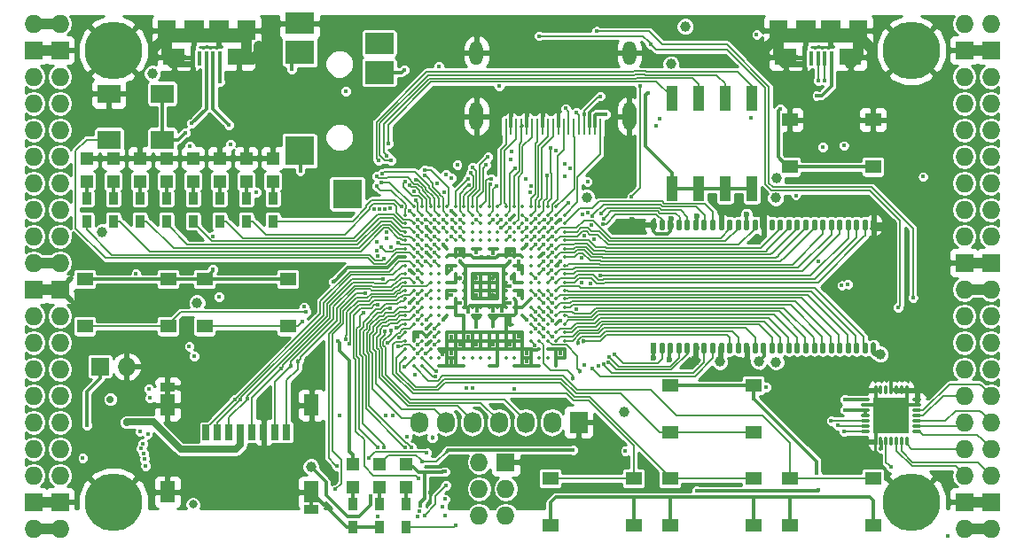
<source format=gtl>
G04 #@! TF.FileFunction,Copper,L1,Top,Signal*
%FSLAX46Y46*%
G04 Gerber Fmt 4.6, Leading zero omitted, Abs format (unit mm)*
G04 Created by KiCad (PCBNEW 4.0.7+dfsg1-1) date Sat Dec  9 02:02:02 2017*
%MOMM*%
%LPD*%
G01*
G04 APERTURE LIST*
%ADD10C,0.100000*%
%ADD11O,1.727200X1.727200*%
%ADD12R,1.727200X1.727200*%
%ADD13C,5.500000*%
%ADD14R,0.900000X1.200000*%
%ADD15R,2.100000X1.600000*%
%ADD16R,1.900000X1.900000*%
%ADD17R,0.400000X1.350000*%
%ADD18R,1.800000X1.900000*%
%ADD19O,0.850000X0.300000*%
%ADD20O,0.300000X0.850000*%
%ADD21R,1.675000X1.675000*%
%ADD22R,1.727200X2.032000*%
%ADD23O,1.727200X2.032000*%
%ADD24R,1.550000X1.300000*%
%ADD25R,1.120000X2.440000*%
%ADD26C,0.350000*%
%ADD27R,1.200000X1.200000*%
%ADD28R,2.800000X2.000000*%
%ADD29R,2.800000X2.200000*%
%ADD30R,2.800000X2.800000*%
%ADD31O,1.300000X2.700000*%
%ADD32O,1.300000X2.300000*%
%ADD33R,0.250000X1.600000*%
%ADD34O,0.560000X1.100000*%
%ADD35R,0.560000X1.100000*%
%ADD36R,0.700000X1.500000*%
%ADD37R,1.450000X0.900000*%
%ADD38R,1.450000X2.000000*%
%ADD39R,2.200000X1.800000*%
%ADD40C,0.600000*%
%ADD41C,1.000000*%
%ADD42C,0.400000*%
%ADD43C,0.454000*%
%ADD44C,0.800000*%
%ADD45C,0.700000*%
%ADD46C,0.300000*%
%ADD47C,0.500000*%
%ADD48C,1.000000*%
%ADD49C,0.600000*%
%ADD50C,0.190000*%
%ADD51C,0.200000*%
%ADD52C,0.700000*%
%ADD53C,0.127000*%
%ADD54C,0.254000*%
G04 APERTURE END LIST*
D10*
D11*
X97910000Y-62690000D03*
X95370000Y-62690000D03*
D12*
X97910000Y-65230000D03*
X95370000Y-65230000D03*
D11*
X97910000Y-67770000D03*
X95370000Y-67770000D03*
X97910000Y-70310000D03*
X95370000Y-70310000D03*
X97910000Y-72850000D03*
X95370000Y-72850000D03*
X97910000Y-75390000D03*
X95370000Y-75390000D03*
X97910000Y-77930000D03*
X95370000Y-77930000D03*
X97910000Y-80470000D03*
X95370000Y-80470000D03*
X97910000Y-83010000D03*
X95370000Y-83010000D03*
X97910000Y-85550000D03*
X95370000Y-85550000D03*
D12*
X97910000Y-88090000D03*
X95370000Y-88090000D03*
D11*
X97910000Y-90630000D03*
X95370000Y-90630000D03*
X97910000Y-93170000D03*
X95370000Y-93170000D03*
X97910000Y-95710000D03*
X95370000Y-95710000D03*
X97910000Y-98250000D03*
X95370000Y-98250000D03*
X97910000Y-100790000D03*
X95370000Y-100790000D03*
X97910000Y-103330000D03*
X95370000Y-103330000D03*
X97910000Y-105870000D03*
X95370000Y-105870000D03*
D12*
X97910000Y-108410000D03*
X95370000Y-108410000D03*
D11*
X97910000Y-110950000D03*
X95370000Y-110950000D03*
X184270000Y-110950000D03*
X186810000Y-110950000D03*
D12*
X184270000Y-108410000D03*
X186810000Y-108410000D03*
D11*
X184270000Y-105870000D03*
X186810000Y-105870000D03*
X184270000Y-103330000D03*
X186810000Y-103330000D03*
X184270000Y-100790000D03*
X186810000Y-100790000D03*
X184270000Y-98250000D03*
X186810000Y-98250000D03*
X184270000Y-95710000D03*
X186810000Y-95710000D03*
X184270000Y-93170000D03*
X186810000Y-93170000D03*
X184270000Y-90630000D03*
X186810000Y-90630000D03*
X184270000Y-88090000D03*
X186810000Y-88090000D03*
D12*
X184270000Y-85550000D03*
X186810000Y-85550000D03*
D11*
X184270000Y-83010000D03*
X186810000Y-83010000D03*
X184270000Y-80470000D03*
X186810000Y-80470000D03*
X184270000Y-77930000D03*
X186810000Y-77930000D03*
X184270000Y-75390000D03*
X186810000Y-75390000D03*
X184270000Y-72850000D03*
X186810000Y-72850000D03*
X184270000Y-70310000D03*
X186810000Y-70310000D03*
X184270000Y-67770000D03*
X186810000Y-67770000D03*
D12*
X184270000Y-65230000D03*
X186810000Y-65230000D03*
D11*
X184270000Y-62690000D03*
X186810000Y-62690000D03*
D13*
X102990000Y-108410000D03*
X179190000Y-108410000D03*
X179190000Y-65230000D03*
X102990000Y-65230000D03*
D12*
X101720000Y-95456000D03*
D11*
X104260000Y-95456000D03*
D14*
X128390000Y-108580000D03*
X128390000Y-110780000D03*
X130930000Y-110780000D03*
X130930000Y-108580000D03*
D15*
X114980000Y-65875000D03*
X108780000Y-65875000D03*
D16*
X113080000Y-63325000D03*
X110680000Y-63325000D03*
D17*
X113180000Y-66000000D03*
X112530000Y-66000000D03*
X111880000Y-66000000D03*
X111230000Y-66000000D03*
X110580000Y-66000000D03*
D18*
X115680000Y-63325000D03*
X108080000Y-63325000D03*
D15*
X173400000Y-65875000D03*
X167200000Y-65875000D03*
D16*
X171500000Y-63325000D03*
X169100000Y-63325000D03*
D17*
X171600000Y-66000000D03*
X170950000Y-66000000D03*
X170300000Y-66000000D03*
X169650000Y-66000000D03*
X169000000Y-66000000D03*
D18*
X174100000Y-63325000D03*
X166500000Y-63325000D03*
D12*
X140455000Y-104600000D03*
D11*
X137915000Y-104600000D03*
X140455000Y-107140000D03*
X137915000Y-107140000D03*
X140455000Y-109680000D03*
X137915000Y-109680000D03*
D14*
X118230000Y-81570000D03*
X118230000Y-79370000D03*
X115690000Y-81570000D03*
X115690000Y-79370000D03*
X113150000Y-81570000D03*
X113150000Y-79370000D03*
X110610000Y-81570000D03*
X110610000Y-79370000D03*
X108070000Y-81570000D03*
X108070000Y-79370000D03*
X105530000Y-81570000D03*
X105530000Y-79370000D03*
X102990000Y-81570000D03*
X102990000Y-79370000D03*
X100450000Y-81570000D03*
X100450000Y-79370000D03*
D19*
X179735000Y-101655000D03*
X179735000Y-101155000D03*
X179735000Y-100655000D03*
X179735000Y-100155000D03*
X179735000Y-99655000D03*
X179735000Y-99155000D03*
X179735000Y-98655000D03*
D20*
X178785000Y-97705000D03*
X178285000Y-97705000D03*
X177785000Y-97705000D03*
X177285000Y-97705000D03*
X176785000Y-97705000D03*
X176285000Y-97705000D03*
X175785000Y-97705000D03*
D19*
X174835000Y-98655000D03*
X174835000Y-99155000D03*
X174835000Y-99655000D03*
X174835000Y-100155000D03*
X174835000Y-100655000D03*
X174835000Y-101155000D03*
X174835000Y-101655000D03*
D20*
X175785000Y-102605000D03*
X176285000Y-102605000D03*
X176785000Y-102605000D03*
X177285000Y-102605000D03*
X177785000Y-102605000D03*
X178285000Y-102605000D03*
X178785000Y-102605000D03*
D21*
X176447500Y-99317500D03*
X176447500Y-100992500D03*
X178122500Y-99317500D03*
X178122500Y-100992500D03*
D22*
X147440000Y-100790000D03*
D23*
X144900000Y-100790000D03*
X142360000Y-100790000D03*
X139820000Y-100790000D03*
X137280000Y-100790000D03*
X134740000Y-100790000D03*
X132200000Y-100790000D03*
D24*
X175550000Y-71870000D03*
X175550000Y-76370000D03*
X167590000Y-76370000D03*
X167590000Y-71870000D03*
X100280000Y-91610000D03*
X100280000Y-87110000D03*
X108240000Y-87110000D03*
X108240000Y-91610000D03*
X111710000Y-91610000D03*
X111710000Y-87110000D03*
X119670000Y-87110000D03*
X119670000Y-91610000D03*
X156160000Y-101770000D03*
X156160000Y-97270000D03*
X164120000Y-97270000D03*
X164120000Y-101770000D03*
X164120000Y-106160000D03*
X164120000Y-110660000D03*
X156160000Y-110660000D03*
X156160000Y-106160000D03*
X152690000Y-106160000D03*
X152690000Y-110660000D03*
X144730000Y-110660000D03*
X144730000Y-106160000D03*
X175550000Y-106160000D03*
X175550000Y-110660000D03*
X167590000Y-110660000D03*
X167590000Y-106160000D03*
D25*
X156330000Y-78425000D03*
X163950000Y-69815000D03*
X158870000Y-78425000D03*
X161410000Y-69815000D03*
X161410000Y-78425000D03*
X158870000Y-69815000D03*
X163950000Y-78425000D03*
X156330000Y-69815000D03*
D26*
X131680000Y-80200000D03*
X132480000Y-80200000D03*
X133280000Y-80200000D03*
X134080000Y-80200000D03*
X134880000Y-80200000D03*
X135680000Y-80200000D03*
X136480000Y-80200000D03*
X137280000Y-80200000D03*
X138080000Y-80200000D03*
X138880000Y-80200000D03*
X139680000Y-80200000D03*
X140480000Y-80200000D03*
X141280000Y-80200000D03*
X142080000Y-80200000D03*
X142880000Y-80200000D03*
X143680000Y-80200000D03*
X144480000Y-80200000D03*
X145280000Y-80200000D03*
X130880000Y-81000000D03*
X131680000Y-81000000D03*
X132480000Y-81000000D03*
X133280000Y-81000000D03*
X134080000Y-81000000D03*
X134880000Y-81000000D03*
X135680000Y-81000000D03*
X136480000Y-81000000D03*
X137280000Y-81000000D03*
X138080000Y-81000000D03*
X138880000Y-81000000D03*
X139680000Y-81000000D03*
X140480000Y-81000000D03*
X141280000Y-81000000D03*
X142080000Y-81000000D03*
X142880000Y-81000000D03*
X143680000Y-81000000D03*
X144480000Y-81000000D03*
X145280000Y-81000000D03*
X146080000Y-81000000D03*
X130880000Y-81800000D03*
X131680000Y-81800000D03*
X132480000Y-81800000D03*
X133280000Y-81800000D03*
X134080000Y-81800000D03*
X134880000Y-81800000D03*
X135680000Y-81800000D03*
X136480000Y-81800000D03*
X137280000Y-81800000D03*
X138080000Y-81800000D03*
X138880000Y-81800000D03*
X139680000Y-81800000D03*
X140480000Y-81800000D03*
X141280000Y-81800000D03*
X142080000Y-81800000D03*
X142880000Y-81800000D03*
X143680000Y-81800000D03*
X144480000Y-81800000D03*
X145280000Y-81800000D03*
X146080000Y-81800000D03*
X130880000Y-82600000D03*
X131680000Y-82600000D03*
X132480000Y-82600000D03*
X133280000Y-82600000D03*
X134080000Y-82600000D03*
X134880000Y-82600000D03*
X135680000Y-82600000D03*
X136480000Y-82600000D03*
X137280000Y-82600000D03*
X138080000Y-82600000D03*
X138880000Y-82600000D03*
X139680000Y-82600000D03*
X140480000Y-82600000D03*
X141280000Y-82600000D03*
X142080000Y-82600000D03*
X142880000Y-82600000D03*
X143680000Y-82600000D03*
X144480000Y-82600000D03*
X145280000Y-82600000D03*
X146080000Y-82600000D03*
X130880000Y-83400000D03*
X131680000Y-83400000D03*
X132480000Y-83400000D03*
X133280000Y-83400000D03*
X134080000Y-83400000D03*
X134880000Y-83400000D03*
X135680000Y-83400000D03*
X136480000Y-83400000D03*
X137280000Y-83400000D03*
X138080000Y-83400000D03*
X138880000Y-83400000D03*
X139680000Y-83400000D03*
X140480000Y-83400000D03*
X141280000Y-83400000D03*
X142080000Y-83400000D03*
X142880000Y-83400000D03*
X143680000Y-83400000D03*
X144480000Y-83400000D03*
X145280000Y-83400000D03*
X146080000Y-83400000D03*
X130880000Y-84200000D03*
X131680000Y-84200000D03*
X132480000Y-84200000D03*
X133280000Y-84200000D03*
X134080000Y-84200000D03*
X134880000Y-84200000D03*
X135680000Y-84200000D03*
X136480000Y-84200000D03*
X137280000Y-84200000D03*
X138080000Y-84200000D03*
X138880000Y-84200000D03*
X139680000Y-84200000D03*
X140480000Y-84200000D03*
X141280000Y-84200000D03*
X142080000Y-84200000D03*
X142880000Y-84200000D03*
X143680000Y-84200000D03*
X144480000Y-84200000D03*
X145280000Y-84200000D03*
X146080000Y-84200000D03*
X130880000Y-85000000D03*
X131680000Y-85000000D03*
X132480000Y-85000000D03*
X133280000Y-85000000D03*
X134080000Y-85000000D03*
X134880000Y-85000000D03*
X135680000Y-85000000D03*
X136480000Y-85000000D03*
X137280000Y-85000000D03*
X138080000Y-85000000D03*
X138880000Y-85000000D03*
X139680000Y-85000000D03*
X140480000Y-85000000D03*
X141280000Y-85000000D03*
X142080000Y-85000000D03*
X142880000Y-85000000D03*
X143680000Y-85000000D03*
X144480000Y-85000000D03*
X145280000Y-85000000D03*
X146080000Y-85000000D03*
X130880000Y-85800000D03*
X131680000Y-85800000D03*
X132480000Y-85800000D03*
X133280000Y-85800000D03*
X134080000Y-85800000D03*
X134880000Y-85800000D03*
X135680000Y-85800000D03*
X136480000Y-85800000D03*
X137280000Y-85800000D03*
X138080000Y-85800000D03*
X138880000Y-85800000D03*
X139680000Y-85800000D03*
X140480000Y-85800000D03*
X141280000Y-85800000D03*
X142080000Y-85800000D03*
X142880000Y-85800000D03*
X143680000Y-85800000D03*
X144480000Y-85800000D03*
X145280000Y-85800000D03*
X146080000Y-85800000D03*
X130880000Y-86600000D03*
X131680000Y-86600000D03*
X132480000Y-86600000D03*
X133280000Y-86600000D03*
X134080000Y-86600000D03*
X134880000Y-86600000D03*
X135680000Y-86600000D03*
X136480000Y-86600000D03*
X137280000Y-86600000D03*
X138080000Y-86600000D03*
X138880000Y-86600000D03*
X139680000Y-86600000D03*
X140480000Y-86600000D03*
X141280000Y-86600000D03*
X142080000Y-86600000D03*
X142880000Y-86600000D03*
X143680000Y-86600000D03*
X144480000Y-86600000D03*
X145280000Y-86600000D03*
X146080000Y-86600000D03*
X130880000Y-87400000D03*
X131680000Y-87400000D03*
X132480000Y-87400000D03*
X133280000Y-87400000D03*
X134080000Y-87400000D03*
X134880000Y-87400000D03*
X135680000Y-87400000D03*
X136480000Y-87400000D03*
X137280000Y-87400000D03*
X138080000Y-87400000D03*
X138880000Y-87400000D03*
X139680000Y-87400000D03*
X140480000Y-87400000D03*
X141280000Y-87400000D03*
X142080000Y-87400000D03*
X142880000Y-87400000D03*
X143680000Y-87400000D03*
X144480000Y-87400000D03*
X145280000Y-87400000D03*
X146080000Y-87400000D03*
X130880000Y-88200000D03*
X131680000Y-88200000D03*
X132480000Y-88200000D03*
X133280000Y-88200000D03*
X134080000Y-88200000D03*
X134880000Y-88200000D03*
X135680000Y-88200000D03*
X136480000Y-88200000D03*
X137280000Y-88200000D03*
X138080000Y-88200000D03*
X138880000Y-88200000D03*
X139680000Y-88200000D03*
X140480000Y-88200000D03*
X141280000Y-88200000D03*
X142080000Y-88200000D03*
X142880000Y-88200000D03*
X143680000Y-88200000D03*
X144480000Y-88200000D03*
X145280000Y-88200000D03*
X146080000Y-88200000D03*
X130880000Y-89000000D03*
X131680000Y-89000000D03*
X132480000Y-89000000D03*
X133280000Y-89000000D03*
X134080000Y-89000000D03*
X134880000Y-89000000D03*
X135680000Y-89000000D03*
X136480000Y-89000000D03*
X137280000Y-89000000D03*
X138080000Y-89000000D03*
X138880000Y-89000000D03*
X139680000Y-89000000D03*
X140480000Y-89000000D03*
X141280000Y-89000000D03*
X142080000Y-89000000D03*
X142880000Y-89000000D03*
X143680000Y-89000000D03*
X144480000Y-89000000D03*
X145280000Y-89000000D03*
X146080000Y-89000000D03*
X130880000Y-89800000D03*
X131680000Y-89800000D03*
X132480000Y-89800000D03*
X133280000Y-89800000D03*
X134080000Y-89800000D03*
X134880000Y-89800000D03*
X135680000Y-89800000D03*
X136480000Y-89800000D03*
X137280000Y-89800000D03*
X138080000Y-89800000D03*
X138880000Y-89800000D03*
X139680000Y-89800000D03*
X140480000Y-89800000D03*
X141280000Y-89800000D03*
X142080000Y-89800000D03*
X142880000Y-89800000D03*
X143680000Y-89800000D03*
X144480000Y-89800000D03*
X145280000Y-89800000D03*
X146080000Y-89800000D03*
X130880000Y-90600000D03*
X131680000Y-90600000D03*
X132480000Y-90600000D03*
X133280000Y-90600000D03*
X134080000Y-90600000D03*
X134880000Y-90600000D03*
X135680000Y-90600000D03*
X136480000Y-90600000D03*
X137280000Y-90600000D03*
X138080000Y-90600000D03*
X138880000Y-90600000D03*
X139680000Y-90600000D03*
X140480000Y-90600000D03*
X141280000Y-90600000D03*
X142080000Y-90600000D03*
X142880000Y-90600000D03*
X143680000Y-90600000D03*
X144480000Y-90600000D03*
X145280000Y-90600000D03*
X146080000Y-90600000D03*
X130880000Y-91400000D03*
X131680000Y-91400000D03*
X132480000Y-91400000D03*
X133280000Y-91400000D03*
X134080000Y-91400000D03*
X142880000Y-91400000D03*
X143680000Y-91400000D03*
X144480000Y-91400000D03*
X145280000Y-91400000D03*
X146080000Y-91400000D03*
X130880000Y-92200000D03*
X131680000Y-92200000D03*
X132480000Y-92200000D03*
X133280000Y-92200000D03*
X134080000Y-92200000D03*
X134880000Y-92200000D03*
X135680000Y-92200000D03*
X136480000Y-92200000D03*
X137280000Y-92200000D03*
X138080000Y-92200000D03*
X138880000Y-92200000D03*
X139680000Y-92200000D03*
X140480000Y-92200000D03*
X141280000Y-92200000D03*
X142080000Y-92200000D03*
X142880000Y-92200000D03*
X143680000Y-92200000D03*
X144480000Y-92200000D03*
X145280000Y-92200000D03*
X146080000Y-92200000D03*
X130880000Y-93000000D03*
X131680000Y-93000000D03*
X132480000Y-93000000D03*
X133280000Y-93000000D03*
X134080000Y-93000000D03*
X134880000Y-93000000D03*
X135680000Y-93000000D03*
X136480000Y-93000000D03*
X137280000Y-93000000D03*
X138080000Y-93000000D03*
X138880000Y-93000000D03*
X139680000Y-93000000D03*
X140480000Y-93000000D03*
X141280000Y-93000000D03*
X142080000Y-93000000D03*
X142880000Y-93000000D03*
X143680000Y-93000000D03*
X144480000Y-93000000D03*
X145280000Y-93000000D03*
X146080000Y-93000000D03*
X130880000Y-93800000D03*
X131680000Y-93800000D03*
X132480000Y-93800000D03*
X133280000Y-93800000D03*
X134080000Y-93800000D03*
X134880000Y-93800000D03*
X135680000Y-93800000D03*
X136480000Y-93800000D03*
X137280000Y-93800000D03*
X138080000Y-93800000D03*
X138880000Y-93800000D03*
X139680000Y-93800000D03*
X140480000Y-93800000D03*
X141280000Y-93800000D03*
X142080000Y-93800000D03*
X142880000Y-93800000D03*
X143680000Y-93800000D03*
X144480000Y-93800000D03*
X145280000Y-93800000D03*
X146080000Y-93800000D03*
X130880000Y-94600000D03*
X131680000Y-94600000D03*
X132480000Y-94600000D03*
X133280000Y-94600000D03*
X134080000Y-94600000D03*
X134880000Y-94600000D03*
X135680000Y-94600000D03*
X136480000Y-94600000D03*
X137280000Y-94600000D03*
X138080000Y-94600000D03*
X138880000Y-94600000D03*
X139680000Y-94600000D03*
X140480000Y-94600000D03*
X141280000Y-94600000D03*
X142080000Y-94600000D03*
X142880000Y-94600000D03*
X143680000Y-94600000D03*
X144480000Y-94600000D03*
X145280000Y-94600000D03*
X146080000Y-94600000D03*
X131680000Y-95400000D03*
X132480000Y-95400000D03*
X134080000Y-95400000D03*
X134880000Y-95400000D03*
X135680000Y-95400000D03*
X136480000Y-95400000D03*
X138880000Y-95400000D03*
X139680000Y-95400000D03*
X141280000Y-95400000D03*
X142080000Y-95400000D03*
X142880000Y-95400000D03*
X143680000Y-95400000D03*
X145280000Y-95400000D03*
D27*
X125850000Y-104770000D03*
X125850000Y-106970000D03*
D14*
X125850000Y-108580000D03*
X125850000Y-110780000D03*
D27*
X128390000Y-104770000D03*
X128390000Y-106970000D03*
X118230000Y-77760000D03*
X118230000Y-75560000D03*
X115690000Y-77760000D03*
X115690000Y-75560000D03*
X113150000Y-77760000D03*
X113150000Y-75560000D03*
X110610000Y-77760000D03*
X110610000Y-75560000D03*
X108070000Y-77760000D03*
X108070000Y-75560000D03*
X105530000Y-77760000D03*
X105530000Y-75560000D03*
X102990000Y-77760000D03*
X102990000Y-75560000D03*
X100450000Y-77760000D03*
X100450000Y-75560000D03*
X130930000Y-104770000D03*
X130930000Y-106970000D03*
D28*
X120780000Y-62648000D03*
D29*
X120780000Y-65448000D03*
D30*
X120780000Y-74848000D03*
X125330000Y-78948000D03*
D29*
X128380000Y-67348000D03*
D28*
X128380000Y-64548000D03*
D31*
X152280000Y-71550000D03*
X137680000Y-71550000D03*
D32*
X137680000Y-65500000D03*
D33*
X140480000Y-72500000D03*
X140980000Y-72500000D03*
X141480000Y-72500000D03*
X141980000Y-72500000D03*
X142480000Y-72500000D03*
X142980000Y-72500000D03*
X143480000Y-72500000D03*
X143980000Y-72500000D03*
X144480000Y-72500000D03*
X144980000Y-72500000D03*
X145480000Y-72500000D03*
X145980000Y-72500000D03*
X146480000Y-72500000D03*
X146980000Y-72500000D03*
X147480000Y-72500000D03*
X147980000Y-72500000D03*
X148480000Y-72500000D03*
X148980000Y-72500000D03*
X149480000Y-72500000D03*
D32*
X152280000Y-65500000D03*
D34*
X175597000Y-81920000D03*
D35*
X154589000Y-93680000D03*
D34*
X155397000Y-93680000D03*
X156205000Y-93680000D03*
X157013000Y-93680000D03*
X157821000Y-93680000D03*
X158629000Y-93680000D03*
X159437000Y-93680000D03*
X160245000Y-93680000D03*
X161053000Y-93680000D03*
X161861000Y-93680000D03*
X162669000Y-93680000D03*
X163477000Y-93680000D03*
X164285000Y-93680000D03*
X165093000Y-93680000D03*
X165901000Y-93680000D03*
X166709000Y-93680000D03*
X167517000Y-93680000D03*
X168325000Y-93680000D03*
X169133000Y-93680000D03*
X169941000Y-93680000D03*
X170749000Y-93680000D03*
X171557000Y-93680000D03*
X172365000Y-93680000D03*
X173173000Y-93680000D03*
X173981000Y-93680000D03*
X174789000Y-93680000D03*
X175597000Y-93680000D03*
X174789000Y-81920000D03*
X173981000Y-81920000D03*
X173173000Y-81920000D03*
X172365000Y-81920000D03*
X171557000Y-81920000D03*
X170749000Y-81920000D03*
X169941000Y-81920000D03*
X169133000Y-81920000D03*
X168325000Y-81920000D03*
X167517000Y-81920000D03*
X166709000Y-81920000D03*
X165901000Y-81920000D03*
X165093000Y-81920000D03*
X164285000Y-81920000D03*
X163477000Y-81920000D03*
X162669000Y-81920000D03*
X161861000Y-81920000D03*
X161053000Y-81920000D03*
X160245000Y-81920000D03*
X159437000Y-81920000D03*
X158629000Y-81920000D03*
X157821000Y-81920000D03*
X157013000Y-81920000D03*
X156205000Y-81920000D03*
X155397000Y-81920000D03*
X154589000Y-81920000D03*
D36*
X111850000Y-101750000D03*
X112950000Y-101750000D03*
X114050000Y-101750000D03*
X115150000Y-101750000D03*
X116250000Y-101750000D03*
X117350000Y-101750000D03*
X118450000Y-101750000D03*
X119550000Y-101750000D03*
D37*
X108175000Y-97450000D03*
X121925000Y-109150000D03*
D38*
X121925000Y-99150000D03*
X108175000Y-99150000D03*
X108175000Y-107450000D03*
X121925000Y-107450000D03*
D39*
X107664000Y-69380000D03*
X102584000Y-69380000D03*
X102584000Y-73780000D03*
X107664000Y-73780000D03*
D40*
X152525938Y-81463870D03*
D41*
X162956098Y-95078488D03*
X158539988Y-94868772D03*
D40*
X161075765Y-80992022D03*
X164882869Y-80938986D03*
X156262773Y-81349374D03*
D41*
X177229911Y-82281349D03*
D40*
X123437000Y-108972000D03*
D42*
X132871770Y-84533979D03*
X132862998Y-82124544D03*
X131278306Y-86213101D03*
X135281276Y-80583119D03*
X131279502Y-89407325D03*
X170309539Y-85441529D03*
X145698456Y-91073766D03*
X145672808Y-85396062D03*
X144103186Y-84622010D03*
X133216000Y-107465000D03*
X137680000Y-88600000D03*
X142480000Y-95000000D03*
X141680000Y-92600000D03*
X140836000Y-84534000D03*
X135284627Y-94985297D03*
X135288625Y-94225619D03*
X134455822Y-94267172D03*
X136095958Y-93369652D03*
D43*
X139264636Y-91615205D03*
D41*
X116880503Y-64802940D03*
X106974809Y-64953974D03*
X175210328Y-64948943D03*
X165417246Y-64954666D03*
D42*
X175495631Y-71457432D03*
X145680000Y-94177990D03*
X177285000Y-95710000D03*
X140880000Y-81400000D03*
X136085174Y-89394826D03*
X145680000Y-81400000D03*
X140874194Y-91433353D03*
X142480000Y-94200000D03*
X140880000Y-93400000D03*
X139280000Y-93400000D03*
X137680000Y-93400000D03*
X136880000Y-92600000D03*
X135280000Y-92600000D03*
X132880000Y-91800000D03*
X132880000Y-93400000D03*
D43*
X141042859Y-86994997D03*
X139280000Y-87000000D03*
X136110990Y-86995403D03*
X137680000Y-87000000D03*
X136080000Y-84600000D03*
X139280000Y-88600000D03*
D41*
X106720415Y-67436305D03*
X166284693Y-95025145D03*
X166248957Y-79348409D03*
X166343357Y-77477990D03*
D42*
X172564535Y-87722010D03*
D41*
X121861867Y-105030174D03*
D42*
X150030853Y-71331848D03*
D41*
X156235582Y-66548363D03*
X101932065Y-82585048D03*
D42*
X127586603Y-107875044D03*
D41*
X157600000Y-62944000D03*
D42*
X109848000Y-73104000D03*
D41*
X160905403Y-95006436D03*
D40*
X158731133Y-81048929D03*
X154593901Y-94607945D03*
X156088245Y-94762980D03*
D41*
X164625730Y-94982471D03*
D40*
X163462982Y-80942429D03*
D41*
X176254940Y-94288458D03*
D44*
X110593913Y-108636458D03*
D42*
X180340784Y-77316932D03*
X148271935Y-77777990D03*
X173137949Y-87594275D03*
D41*
X148202454Y-79278787D03*
D45*
X102710050Y-98594954D03*
D42*
X154794000Y-72426000D03*
X129005202Y-100174798D03*
X137659051Y-91638034D03*
X139820000Y-68665673D03*
X172834633Y-99599920D03*
X172879922Y-98618650D03*
X176305593Y-103279812D03*
X164433885Y-63737451D03*
X134079160Y-66786153D03*
X116654336Y-78777990D03*
X112515000Y-83010000D03*
X100080000Y-104200000D03*
X113080000Y-88800000D03*
X135273306Y-88618602D03*
X139272517Y-84611349D03*
X137680556Y-84534085D03*
X141680000Y-86200000D03*
X135280000Y-86200000D03*
X132880000Y-92600000D03*
X132080000Y-92600000D03*
X141680000Y-88600000D03*
X141680000Y-85400000D03*
X165349214Y-97422919D03*
X121401947Y-90251871D03*
X129988160Y-91721995D03*
X130302262Y-92700329D03*
X121041200Y-91125073D03*
D41*
X110991000Y-89360000D03*
D42*
X142480000Y-91000000D03*
X142480000Y-83800000D03*
X134480000Y-83800000D03*
X134480000Y-91000000D03*
X105160274Y-86610828D03*
X125193541Y-69156848D03*
X155149360Y-71764535D03*
X170182962Y-69571012D03*
X170362901Y-107286196D03*
X158716651Y-107325176D03*
X128216338Y-109760338D03*
X132708000Y-109680000D03*
X137295592Y-97538017D03*
X134750646Y-106810513D03*
X133680000Y-91800000D03*
X136740903Y-97514503D03*
X134675868Y-108131585D03*
D43*
X133449289Y-102232615D03*
D42*
X133680000Y-92600000D03*
X132936956Y-103711000D03*
X127385678Y-104203668D03*
X133685482Y-93402296D03*
X134463998Y-108841973D03*
X131039072Y-102187000D03*
X131808905Y-96227367D03*
X134636872Y-109719950D03*
X132846234Y-94197073D03*
X120834553Y-76779094D03*
X130761990Y-67119621D03*
X147186000Y-71200000D03*
X147983153Y-71347080D03*
X149475951Y-69619684D03*
X153297112Y-68608292D03*
X177926984Y-89812061D03*
X154329326Y-64643767D03*
X152497066Y-79193467D03*
X146481406Y-79819384D03*
X143650666Y-63862520D03*
X179351513Y-88868327D03*
X149134122Y-63424051D03*
X140035989Y-81400000D03*
X115759823Y-98502036D03*
X132083026Y-86260405D03*
X128776655Y-87135140D03*
X119008515Y-95662939D03*
D43*
X119978162Y-95412951D03*
X120634035Y-94977604D03*
D42*
X113212238Y-68244401D03*
X146180000Y-70800000D03*
X131453853Y-103208291D03*
X149771692Y-81825658D03*
X144080000Y-86200000D03*
X149520824Y-86769192D03*
X144894316Y-86977564D03*
X144873936Y-83860397D03*
X149549750Y-80868432D03*
D43*
X147355672Y-93219294D03*
D42*
X144113248Y-92588762D03*
X144875155Y-86218896D03*
X149846468Y-81303978D03*
X144916886Y-83016385D03*
X148719886Y-81056015D03*
D43*
X147915304Y-93063131D03*
D42*
X144882352Y-92577990D03*
X148747982Y-95669626D03*
X144891634Y-91073766D03*
X149795895Y-95251084D03*
X144867244Y-90229755D03*
X150278898Y-95040253D03*
X144892596Y-89385743D03*
X150345974Y-94517527D03*
X144877648Y-88622010D03*
X150889207Y-94332565D03*
X143280000Y-87000000D03*
X130807074Y-95454141D03*
X130171404Y-93544341D03*
X132080000Y-93400000D03*
X129196652Y-93209125D03*
X133852393Y-95875797D03*
X141280000Y-97600000D03*
X133762848Y-96395146D03*
X132080000Y-94200000D03*
X128610772Y-84072485D03*
X105895603Y-103765816D03*
X130839486Y-103208291D03*
X132075624Y-89410644D03*
X129449238Y-89926948D03*
X128806823Y-103185900D03*
X128251440Y-89564206D03*
X132162861Y-106185868D03*
X132880000Y-88600000D03*
X124329568Y-104994951D03*
X127040053Y-88481065D03*
X132080000Y-87000000D03*
X125499542Y-93250681D03*
X124202418Y-107207639D03*
X132024412Y-109766775D03*
X110313517Y-74380698D03*
X132219727Y-109277292D03*
X114166000Y-74247000D03*
X135315381Y-81391918D03*
X135280062Y-77463305D03*
X134471370Y-81406751D03*
X134758050Y-77130140D03*
X132761172Y-77202673D03*
X132737245Y-76676207D03*
X128644933Y-77050030D03*
X128152012Y-77257840D03*
X128125571Y-78233647D03*
X110718734Y-94451783D03*
X128590544Y-77894041D03*
X110249038Y-93533767D03*
X106368514Y-97598098D03*
X131253134Y-78134216D03*
X106477197Y-98487772D03*
X132783339Y-81400004D03*
X131709326Y-78745875D03*
X132079024Y-82984045D03*
X129109095Y-82655074D03*
X105572759Y-101661319D03*
X106276126Y-101893466D03*
X132880889Y-83897835D03*
X129054383Y-83179239D03*
X129487667Y-84079929D03*
X132083682Y-83828056D03*
X105813763Y-102819336D03*
X132062099Y-84533979D03*
X128165458Y-83528763D03*
X105627254Y-103312241D03*
X128183315Y-84380742D03*
X105992720Y-104283802D03*
X133671942Y-84595200D03*
X132834641Y-85377990D03*
X128203260Y-84907376D03*
X106088753Y-104974041D03*
D43*
X146862501Y-96617499D03*
X147534467Y-95913260D03*
D42*
X147927932Y-95329243D03*
X143280000Y-91000000D03*
X149284391Y-95377990D03*
X144077013Y-90266968D03*
X147207648Y-89973043D03*
X144076240Y-89395301D03*
X143281824Y-90201951D03*
X144102010Y-85397219D03*
X147687522Y-85093328D03*
X144868096Y-85371354D03*
X148610669Y-81900026D03*
X144102010Y-83000000D03*
X144888125Y-82172374D03*
X147695541Y-87403214D03*
X144082832Y-88584510D03*
X148578814Y-87496879D03*
X143278026Y-88595030D03*
X144125486Y-82186468D03*
X148298275Y-80739810D03*
X144876540Y-81328363D03*
X147802234Y-80917812D03*
X139280000Y-81400000D03*
X139578623Y-78205862D03*
X139034115Y-78040948D03*
X139046749Y-77514088D03*
X138580000Y-76200000D03*
X138779198Y-75400762D03*
X137680000Y-81400000D03*
X137308732Y-76415018D03*
X137106948Y-76979922D03*
X136859538Y-77550820D03*
X136922059Y-78097889D03*
X136096392Y-81395070D03*
X135830698Y-76200613D03*
X148878722Y-83261032D03*
X144915665Y-84598743D03*
X148001372Y-82958777D03*
X144103186Y-83777990D03*
X142841210Y-78784254D03*
X142473549Y-82998913D03*
X142864275Y-78217369D03*
X142437464Y-82181475D03*
X146089079Y-77300571D03*
X144144931Y-81387081D03*
X144394875Y-77219934D03*
X146577729Y-76500816D03*
X143281475Y-82206074D03*
X146130802Y-76060132D03*
X143300920Y-81377293D03*
X145255695Y-74817220D03*
X141662690Y-82207782D03*
X142456909Y-81405800D03*
X140030954Y-82200000D03*
X141342967Y-76554996D03*
X141046643Y-74873804D03*
X140864029Y-83041403D03*
X140874966Y-82177164D03*
X140980062Y-75681941D03*
X115149319Y-98625494D03*
X132872609Y-82968555D03*
X132080007Y-82103333D03*
X132080000Y-81400000D03*
X131847310Y-79589886D03*
X130856828Y-77786820D03*
X131923295Y-77584853D03*
X133648389Y-82190597D03*
X133627359Y-81414685D03*
X129477855Y-92000822D03*
X132880000Y-91000000D03*
X128879646Y-92111037D03*
X132077648Y-90977990D03*
X131275302Y-80595752D03*
X130489904Y-80167235D03*
X128823114Y-85153560D03*
X132072985Y-85377990D03*
X134476508Y-82180155D03*
X133942383Y-77980766D03*
X163908850Y-71651861D03*
X135656559Y-110610712D03*
X132468001Y-104503413D03*
X146844288Y-103452739D03*
X132285867Y-108754446D03*
X134707351Y-105508447D03*
D45*
X104260000Y-100790000D03*
D42*
X114604320Y-98573680D03*
X112515000Y-86185000D03*
X164144561Y-98511733D03*
X170157734Y-105666345D03*
X169506589Y-107953726D03*
X170735900Y-74464979D03*
X143257990Y-83000000D03*
X168166438Y-79108038D03*
X151896383Y-103510715D03*
X114039000Y-72342000D03*
X110483000Y-72215000D03*
X143269694Y-93414905D03*
X177274002Y-105079115D03*
X172761273Y-101651681D03*
X143280000Y-91800000D03*
X172193360Y-101105663D03*
X144064831Y-91877646D03*
X171540304Y-100645743D03*
X144080000Y-91000000D03*
X135320520Y-82196441D03*
X129493343Y-75737814D03*
X136080000Y-82200000D03*
X129125079Y-75315804D03*
X136080000Y-83000000D03*
X129252218Y-74142461D03*
X142377451Y-77497451D03*
X172746637Y-74347988D03*
X143280000Y-83800000D03*
X170300000Y-68151000D03*
X170950000Y-68125562D03*
X125167387Y-92841517D03*
X121206217Y-89762554D03*
X132082956Y-90210779D03*
X182675150Y-111637626D03*
X124027706Y-87347706D03*
X124027707Y-87347707D03*
X166678914Y-70803555D03*
X129660000Y-100155000D03*
X124580000Y-100155000D03*
X132084049Y-88558274D03*
X126880008Y-90276109D03*
X128280000Y-103200000D03*
X120008000Y-67008000D03*
X127889625Y-80407426D03*
X133680000Y-85400000D03*
X130204628Y-83599483D03*
X128416582Y-80399850D03*
X133680000Y-83800000D03*
X128943593Y-80399729D03*
X133680000Y-83000000D03*
X129457990Y-80285112D03*
X144780000Y-74590382D03*
X124453000Y-93043000D03*
X137689001Y-90122990D03*
D41*
X151758000Y-99774000D03*
D42*
X136885174Y-90194826D03*
X140094890Y-90122990D03*
X139280000Y-90122990D03*
X140880000Y-89400000D03*
X140880000Y-87800000D03*
X140880000Y-85400000D03*
D43*
X136080000Y-85400000D03*
D42*
X128333179Y-75769807D03*
X134613000Y-78819000D03*
X135280000Y-83022010D03*
X154052298Y-69302298D03*
X100450000Y-101044000D03*
D46*
X121925000Y-107450000D02*
X121925000Y-109150000D01*
X154589000Y-81920000D02*
X154589000Y-82564717D01*
X154589000Y-82564717D02*
X154829344Y-82805061D01*
X154829344Y-82805061D02*
X155940980Y-82805061D01*
X155940980Y-82805061D02*
X156205000Y-82541041D01*
X156205000Y-82541041D02*
X156205000Y-81920000D01*
X152825937Y-81763869D02*
X152525938Y-81463870D01*
X152982068Y-81920000D02*
X152825937Y-81763869D01*
X154589000Y-81920000D02*
X152982068Y-81920000D01*
X163456097Y-94578489D02*
X162956098Y-95078488D01*
X163480000Y-94554586D02*
X163456097Y-94578489D01*
X163480000Y-93330000D02*
X163480000Y-94554586D01*
X158539988Y-93470012D02*
X158539988Y-94161666D01*
X158680000Y-93330000D02*
X158539988Y-93470012D01*
X158539988Y-94161666D02*
X158539988Y-94868772D01*
X161075765Y-81416286D02*
X161075765Y-80992022D01*
X161075765Y-82265765D02*
X161075765Y-81416286D01*
X161080000Y-82270000D02*
X161075765Y-82265765D01*
X164882869Y-82072869D02*
X164882869Y-81363250D01*
X165080000Y-82270000D02*
X164882869Y-82072869D01*
X164882869Y-81363250D02*
X164882869Y-80938986D01*
X156280000Y-82270000D02*
X156280000Y-81366601D01*
X156280000Y-81366601D02*
X156262773Y-81349374D01*
X154680000Y-81486121D02*
X154657528Y-81463649D01*
X177241260Y-82270000D02*
X177229911Y-82281349D01*
D47*
X175480000Y-82270000D02*
X177241260Y-82270000D01*
D46*
X148480000Y-71200000D02*
X149230000Y-70450000D01*
X148480000Y-72500000D02*
X148480000Y-71200000D01*
X145480000Y-72500000D02*
X145480000Y-71200000D01*
X143980000Y-72500000D02*
X143980000Y-71200000D01*
X142480000Y-72500000D02*
X142480000Y-71450000D01*
X142480000Y-71200000D02*
X142480000Y-71450000D01*
X140980000Y-72500000D02*
X140980000Y-71200000D01*
X134455822Y-94267172D02*
X134455822Y-94224178D01*
X134455822Y-94224178D02*
X134880000Y-93800000D01*
X123437000Y-108972000D02*
X125245000Y-110780000D01*
X125245000Y-110780000D02*
X125850000Y-110780000D01*
X125850000Y-110780000D02*
X125889531Y-110819531D01*
X125889531Y-110819531D02*
X126234488Y-110819531D01*
X126234488Y-110819531D02*
X126274019Y-110780000D01*
X126274019Y-110780000D02*
X127640000Y-110780000D01*
X127640000Y-110780000D02*
X128390000Y-110780000D01*
X121930000Y-107465000D02*
X123437000Y-108972000D01*
D48*
X184270000Y-65230000D02*
X186810000Y-65230000D01*
X184270000Y-85550000D02*
X186810000Y-85550000D01*
X184270000Y-108410000D02*
X186810000Y-108410000D01*
X95370000Y-108410000D02*
X97910000Y-108410000D01*
D47*
X97910000Y-88090000D02*
X98956608Y-87043392D01*
D46*
X98956608Y-87043392D02*
X98974574Y-87043392D01*
D47*
X97910000Y-88090000D02*
X99013590Y-89193590D01*
D46*
X99013590Y-89193590D02*
X99060056Y-89193590D01*
D48*
X95370000Y-88090000D02*
X97910000Y-88090000D01*
X95370000Y-65230000D02*
X97910000Y-65230000D01*
D46*
X139264636Y-90984636D02*
X139295364Y-90984636D01*
X139295364Y-90984636D02*
X139680000Y-90600000D01*
X132871770Y-84591770D02*
X132871770Y-84533979D01*
X133280000Y-85000000D02*
X132871770Y-84591770D01*
X133280000Y-82600000D02*
X132862998Y-82182998D01*
X132862998Y-82182998D02*
X132862998Y-82124544D01*
X131293101Y-86213101D02*
X131278306Y-86213101D01*
X131680000Y-86600000D02*
X131293101Y-86213101D01*
X140480000Y-90600000D02*
X140480000Y-92200000D01*
X135281276Y-80601276D02*
X135281276Y-80583119D01*
X135680000Y-81000000D02*
X135281276Y-80601276D01*
X131279502Y-89400498D02*
X131279502Y-89407325D01*
X131680000Y-89000000D02*
X131279502Y-89400498D01*
X145280000Y-91400000D02*
X145606234Y-91073766D01*
X145606234Y-91073766D02*
X145698456Y-91073766D01*
X145672808Y-85407192D02*
X145672808Y-85396062D01*
X145280000Y-85800000D02*
X145672808Y-85407192D01*
X143680000Y-85000000D02*
X144057990Y-84622010D01*
X144057990Y-84622010D02*
X144103186Y-84622010D01*
X137280000Y-89000000D02*
X137680000Y-88600000D01*
X142480000Y-94600000D02*
X142880000Y-94600000D01*
X142080000Y-94600000D02*
X142480000Y-94600000D01*
X142480000Y-94600000D02*
X142480000Y-95000000D01*
X141680000Y-92200000D02*
X142080000Y-92200000D01*
X141280000Y-92200000D02*
X141680000Y-92200000D01*
X141680000Y-92200000D02*
X141680000Y-92600000D01*
X141280000Y-84200000D02*
X141170000Y-84200000D01*
X141170000Y-84200000D02*
X140836000Y-84534000D01*
X135284627Y-95395373D02*
X135284627Y-95268139D01*
X135280000Y-95400000D02*
X135284627Y-95395373D01*
X135284627Y-95268139D02*
X135284627Y-94985297D01*
X135288625Y-93942777D02*
X135288625Y-94225619D01*
X135288625Y-93808625D02*
X135288625Y-93942777D01*
X135280000Y-93800000D02*
X135288625Y-93808625D01*
X134455822Y-94175822D02*
X134455822Y-94267172D01*
X134080000Y-93800000D02*
X134455822Y-94175822D01*
X145280000Y-94600000D02*
X145280000Y-95400000D01*
X143498655Y-93891906D02*
X143590561Y-93800000D01*
X143040733Y-93891906D02*
X143498655Y-93891906D01*
X142880000Y-93800000D02*
X142948827Y-93800000D01*
X142948827Y-93800000D02*
X143040733Y-93891906D01*
X143590561Y-93800000D02*
X143680000Y-93800000D01*
X145280000Y-93800000D02*
X144480000Y-93800000D01*
X146080000Y-94600000D02*
X146080000Y-93800000D01*
X145280000Y-94600000D02*
X146080000Y-94600000D01*
X142080000Y-95400000D02*
X142080000Y-94600000D01*
X142880000Y-95400000D02*
X142880000Y-94600000D01*
X142880000Y-95400000D02*
X143680000Y-95400000D01*
X142080000Y-95400000D02*
X142880000Y-95400000D01*
X141280000Y-95400000D02*
X142080000Y-95400000D01*
X142080000Y-93000000D02*
X142080000Y-93800000D01*
X138880000Y-92200000D02*
X138880000Y-93000000D01*
X139680000Y-92200000D02*
X139680000Y-93000000D01*
X140480000Y-93000000D02*
X140480000Y-92200000D01*
X141280000Y-93000000D02*
X141280000Y-92200000D01*
X142080000Y-93000000D02*
X141280000Y-93000000D01*
X142080000Y-92200000D02*
X142080000Y-93000000D01*
X140480000Y-92200000D02*
X141280000Y-92200000D01*
X139680000Y-92200000D02*
X140480000Y-92200000D01*
X138880000Y-92200000D02*
X139680000Y-92200000D01*
X138080000Y-92200000D02*
X138880000Y-92200000D01*
X136095958Y-93086810D02*
X136095958Y-93369652D01*
X136080000Y-93000000D02*
X136095958Y-93015958D01*
X136095958Y-93015958D02*
X136095958Y-93086810D01*
X139264636Y-91294179D02*
X139264636Y-91615205D01*
X139264636Y-90984636D02*
X139264636Y-91294179D01*
X138880000Y-90600000D02*
X139264636Y-90984636D01*
D48*
X116880503Y-65510046D02*
X116880503Y-64802940D01*
X116265561Y-66124988D02*
X116880503Y-65510046D01*
X115680000Y-65910000D02*
X115894988Y-66124988D01*
X115680000Y-63960000D02*
X115680000Y-65910000D01*
X115894988Y-66124988D02*
X116265561Y-66124988D01*
X107474808Y-64453975D02*
X106974809Y-64953974D01*
X107968783Y-63960000D02*
X107474808Y-64453975D01*
X108080000Y-63960000D02*
X107968783Y-63960000D01*
X174710329Y-64448944D02*
X175210328Y-64948943D01*
X174100000Y-63960000D02*
X174221385Y-63960000D01*
X174221385Y-63960000D02*
X174710329Y-64448944D01*
X165917245Y-64454667D02*
X165417246Y-64954666D01*
X166411912Y-63960000D02*
X165917245Y-64454667D01*
X166500000Y-63960000D02*
X166411912Y-63960000D01*
D46*
X175495631Y-71740274D02*
X175495631Y-71457432D01*
X175495631Y-72230631D02*
X175495631Y-71740274D01*
X175535000Y-72270000D02*
X175495631Y-72230631D01*
D49*
X108780000Y-66510000D02*
X110455000Y-66510000D01*
D46*
X110455000Y-66510000D02*
X110580000Y-66635000D01*
D48*
X108080000Y-63960000D02*
X108080000Y-65810000D01*
X108080000Y-65810000D02*
X108780000Y-66510000D01*
X115680000Y-63960000D02*
X115680000Y-65810000D01*
D46*
X115680000Y-65810000D02*
X114980000Y-66510000D01*
D48*
X113080000Y-63960000D02*
X115680000Y-63960000D01*
X110680000Y-63960000D02*
X113080000Y-63960000D01*
X108080000Y-63960000D02*
X110680000Y-63960000D01*
D49*
X167200000Y-66510000D02*
X168875000Y-66510000D01*
D46*
X168875000Y-66510000D02*
X169000000Y-66635000D01*
D48*
X174100000Y-63960000D02*
X174100000Y-65810000D01*
X174100000Y-65810000D02*
X173400000Y-66510000D01*
X166500000Y-63960000D02*
X166500000Y-65810000D01*
X166500000Y-65810000D02*
X167200000Y-66510000D01*
X171500000Y-63960000D02*
X174100000Y-63960000D01*
X169100000Y-63960000D02*
X171500000Y-63960000D01*
X166500000Y-63960000D02*
X169100000Y-63960000D01*
D46*
X145680000Y-93800000D02*
X145680000Y-94177990D01*
X178785000Y-97705000D02*
X178785000Y-98655000D01*
X178785000Y-98655000D02*
X178122500Y-99317500D01*
X176285000Y-97705000D02*
X175785000Y-97705000D01*
X175785000Y-102605000D02*
X175785000Y-101655000D01*
X175785000Y-101655000D02*
X176447500Y-100992500D01*
X178122500Y-99317500D02*
X178122500Y-100992500D01*
X176447500Y-99317500D02*
X178122500Y-99317500D01*
X176447500Y-100992500D02*
X178122500Y-100992500D01*
X177285000Y-97705000D02*
X177285000Y-95710000D01*
X178122500Y-99317500D02*
X178285000Y-99155000D01*
X178285000Y-99155000D02*
X179735000Y-99155000D01*
X179735000Y-98655000D02*
X179735000Y-99155000D01*
X177785000Y-97705000D02*
X177920000Y-97705000D01*
X177920000Y-97705000D02*
X178285000Y-97705000D01*
X178285000Y-97705000D02*
X178785000Y-97705000D01*
X177285000Y-97705000D02*
X177785000Y-97705000D01*
X175785000Y-97705000D02*
X175785000Y-98655000D01*
X175785000Y-98655000D02*
X176447500Y-99317500D01*
X174835000Y-99155000D02*
X176285000Y-99155000D01*
X176285000Y-99155000D02*
X176447500Y-99317500D01*
X141280000Y-81000000D02*
X140880000Y-81400000D01*
X135685174Y-89394826D02*
X135802332Y-89394826D01*
X135680000Y-89400000D02*
X135685174Y-89394826D01*
X135802332Y-89394826D02*
X136085174Y-89394826D01*
X135054999Y-84825001D02*
X137080000Y-84825001D01*
X137280000Y-85000000D02*
X137105001Y-84825001D01*
X137105001Y-84825001D02*
X137080000Y-84825001D01*
X138280000Y-85088351D02*
X137368351Y-85088351D01*
X137368351Y-85088351D02*
X137280000Y-85000000D01*
X139680000Y-86600000D02*
X139280000Y-87000000D01*
X139680000Y-88200000D02*
X139680000Y-89000000D01*
X139680000Y-87400000D02*
X139680000Y-88200000D01*
X139680000Y-86600000D02*
X139680000Y-87400000D01*
X137280000Y-88200000D02*
X137280000Y-89000000D01*
X137280000Y-87400000D02*
X137280000Y-88200000D01*
X137280000Y-86600000D02*
X137280000Y-87400000D01*
X138880000Y-87400000D02*
X138880000Y-88200000D01*
X138880000Y-86600000D02*
X138880000Y-87400000D01*
X138080000Y-87400000D02*
X138080000Y-86600000D01*
X138080000Y-88200000D02*
X138080000Y-87400000D01*
X138080000Y-89000000D02*
X138080000Y-88200000D01*
X138080000Y-88200000D02*
X138880000Y-88200000D01*
X138080000Y-87400000D02*
X138880000Y-87400000D01*
X137280000Y-87400000D02*
X138080000Y-87400000D01*
X145454999Y-81625001D02*
X145680000Y-81400000D01*
X145280000Y-81800000D02*
X145454999Y-81625001D01*
X141480000Y-89800000D02*
X141480000Y-89200000D01*
X141480000Y-89200000D02*
X141280000Y-89000000D01*
X141280000Y-89800000D02*
X141480000Y-89800000D01*
X141480000Y-89800000D02*
X142080000Y-89800000D01*
X141454999Y-90425001D02*
X141454999Y-89825001D01*
X141454999Y-89825001D02*
X141480000Y-89800000D01*
X140874194Y-90605806D02*
X140874194Y-91150511D01*
X140880000Y-90600000D02*
X140874194Y-90605806D01*
X140874194Y-91150511D02*
X140874194Y-91433353D01*
X140480000Y-90600000D02*
X140880000Y-90600000D01*
X140880000Y-90600000D02*
X141280000Y-90600000D01*
X139680000Y-90600000D02*
X140480000Y-90600000D01*
X138880000Y-90600000D02*
X139680000Y-90600000D01*
X141280000Y-85000000D02*
X141280000Y-84800000D01*
X141280000Y-84200000D02*
X141280000Y-85000000D01*
X140480000Y-84200000D02*
X141280000Y-84200000D01*
X141280000Y-84800000D02*
X141280000Y-84200000D01*
X141905001Y-84825001D02*
X141305001Y-84825001D01*
X141305001Y-84825001D02*
X141280000Y-84800000D01*
X140480000Y-85000000D02*
X140480000Y-84200000D01*
X139680000Y-85000000D02*
X139680000Y-84898347D01*
X139680000Y-84898347D02*
X139753346Y-84825001D01*
X138280000Y-85088351D02*
X138680000Y-85088351D01*
X138280000Y-85088351D02*
X139489996Y-85088351D01*
X138080000Y-85000000D02*
X138191649Y-85000000D01*
X138191649Y-85000000D02*
X138280000Y-85088351D01*
X138880000Y-85000000D02*
X138768351Y-85000000D01*
X138768351Y-85000000D02*
X138680000Y-85088351D01*
X135680000Y-84200000D02*
X135680000Y-84800000D01*
X135680000Y-84800000D02*
X135680000Y-85000000D01*
X135054999Y-84825001D02*
X135654999Y-84825001D01*
X135654999Y-84825001D02*
X135680000Y-84800000D01*
X136480000Y-85000000D02*
X136480000Y-84200000D01*
X134880000Y-85000000D02*
X135054999Y-84825001D01*
X138880000Y-87400000D02*
X139680000Y-87400000D01*
X138880000Y-88200000D02*
X138880000Y-89000000D01*
X138880000Y-88200000D02*
X139680000Y-88200000D01*
X137280000Y-88200000D02*
X138080000Y-88200000D01*
X141280000Y-90600000D02*
X141454999Y-90425001D01*
D47*
X115690000Y-75610980D02*
X118230000Y-75610980D01*
X113150000Y-75610980D02*
X115690000Y-75610980D01*
X110610000Y-75610980D02*
X113150000Y-75610980D01*
X108070000Y-75610980D02*
X110610000Y-75610980D01*
X105530000Y-75610980D02*
X108070000Y-75610980D01*
X102990000Y-75610980D02*
X105530000Y-75610980D01*
X100450000Y-75610980D02*
X102990000Y-75610980D01*
D46*
X142080000Y-89800000D02*
X142880000Y-89000000D01*
X145680000Y-93800000D02*
X145280000Y-93800000D01*
X146080000Y-93800000D02*
X145680000Y-93800000D01*
X135680000Y-89400000D02*
X135680000Y-89800000D01*
X135680000Y-89000000D02*
X135680000Y-89400000D01*
X135280000Y-95400000D02*
X135680000Y-95400000D01*
X134880000Y-95400000D02*
X135280000Y-95400000D01*
X135280000Y-93800000D02*
X135680000Y-93800000D01*
X134880000Y-93800000D02*
X135280000Y-93800000D01*
X142480000Y-93800000D02*
X142080000Y-93800000D01*
X142880000Y-93800000D02*
X142480000Y-93800000D01*
X142480000Y-93800000D02*
X142480000Y-94200000D01*
X140880000Y-93000000D02*
X141280000Y-93000000D01*
X140480000Y-93000000D02*
X140880000Y-93000000D01*
X140880000Y-93000000D02*
X140880000Y-93400000D01*
X139280000Y-93000000D02*
X138880000Y-93000000D01*
X139680000Y-93000000D02*
X139280000Y-93000000D01*
X139280000Y-93000000D02*
X139280000Y-93400000D01*
X137680000Y-93000000D02*
X137280000Y-93000000D01*
X137680000Y-93000000D02*
X137680000Y-93400000D01*
X138080000Y-93000000D02*
X137680000Y-93000000D01*
X136080000Y-93000000D02*
X135680000Y-93000000D01*
X136480000Y-93000000D02*
X136080000Y-93000000D01*
X136880000Y-93000000D02*
X136480000Y-93000000D01*
X137280000Y-93000000D02*
X136880000Y-93000000D01*
X136880000Y-93000000D02*
X136880000Y-92600000D01*
X135280000Y-93000000D02*
X135680000Y-93000000D01*
X134880000Y-93000000D02*
X135280000Y-93000000D01*
X135280000Y-93000000D02*
X135280000Y-92600000D01*
X133280000Y-91400000D02*
X132880000Y-91800000D01*
X133280000Y-93000000D02*
X132880000Y-93400000D01*
X139753346Y-84825001D02*
X141905001Y-84825001D01*
X139489996Y-85088351D02*
X139753346Y-84825001D01*
X141905001Y-84825001D02*
X142080000Y-85000000D01*
X141042859Y-86837141D02*
X141042859Y-86994997D01*
X141280000Y-86600000D02*
X141042859Y-86837141D01*
X135684597Y-86995403D02*
X135789964Y-86995403D01*
X135680000Y-87000000D02*
X135684597Y-86995403D01*
X135789964Y-86995403D02*
X136110990Y-86995403D01*
X135680000Y-87000000D02*
X135680000Y-86600000D01*
X135680000Y-87400000D02*
X135680000Y-87000000D01*
X136480000Y-90600000D02*
X136480000Y-92200000D01*
X139680000Y-89000000D02*
X139280000Y-88600000D01*
X137280000Y-86600000D02*
X137680000Y-87000000D01*
X136480000Y-84200000D02*
X136080000Y-84600000D01*
X141280000Y-86600000D02*
X141280000Y-87400000D01*
X142080000Y-87400000D02*
X141280000Y-87400000D01*
X135680000Y-84200000D02*
X136480000Y-84200000D01*
X134880000Y-87400000D02*
X135680000Y-87400000D01*
X138880000Y-86600000D02*
X139680000Y-86600000D01*
X138080000Y-86600000D02*
X138880000Y-86600000D01*
X137280000Y-86600000D02*
X138080000Y-86600000D01*
X138880000Y-89000000D02*
X139680000Y-89000000D01*
X138080000Y-89000000D02*
X138880000Y-89000000D01*
X137280000Y-89000000D02*
X138080000Y-89000000D01*
X135680000Y-89800000D02*
X134880000Y-89800000D01*
X135680000Y-90600000D02*
X135680000Y-89800000D01*
X135680000Y-90600000D02*
X136480000Y-90600000D01*
X140480000Y-93000000D02*
X139680000Y-93000000D01*
X139680000Y-93800000D02*
X140480000Y-93800000D01*
X139680000Y-93800000D02*
X139680000Y-94600000D01*
X139680000Y-95400000D02*
X139680000Y-94600000D01*
X138880000Y-95400000D02*
X139680000Y-95400000D01*
X135680000Y-95400000D02*
X136480000Y-95400000D01*
X135680000Y-95400000D02*
X135680000Y-94600000D01*
X134880000Y-95400000D02*
X134080000Y-95400000D01*
X134880000Y-94600000D02*
X134880000Y-95400000D01*
X134080000Y-93800000D02*
X134880000Y-93800000D01*
X134880000Y-94600000D02*
X134880000Y-93800000D01*
X135680000Y-94600000D02*
X134880000Y-94600000D01*
X135680000Y-93800000D02*
X135680000Y-94600000D01*
X134880000Y-93000000D02*
X134880000Y-93800000D01*
X134880000Y-92200000D02*
X134880000Y-93000000D01*
X135680000Y-92200000D02*
X134880000Y-92200000D01*
X135680000Y-93800000D02*
X136480000Y-93800000D01*
X135680000Y-93000000D02*
X135680000Y-93800000D01*
X135680000Y-92200000D02*
X135680000Y-93000000D01*
X135680000Y-92200000D02*
X136480000Y-92200000D01*
X136480000Y-92200000D02*
X137280000Y-92200000D01*
X137280000Y-93800000D02*
X137280000Y-93000000D01*
X136480000Y-93800000D02*
X137280000Y-93800000D01*
X136480000Y-93000000D02*
X136480000Y-93800000D01*
X136480000Y-92200000D02*
X136480000Y-93000000D01*
X137280000Y-92200000D02*
X138080000Y-92200000D01*
X137280000Y-93800000D02*
X138080000Y-93800000D01*
X137280000Y-92200000D02*
X137280000Y-93000000D01*
X138080000Y-92200000D02*
X138080000Y-93000000D01*
X138080000Y-93000000D02*
X138880000Y-93000000D01*
X138080000Y-93800000D02*
X138080000Y-93000000D01*
X138880000Y-93800000D02*
X138080000Y-93800000D01*
X138880000Y-93000000D02*
X138880000Y-93800000D01*
X139680000Y-93800000D02*
X139680000Y-93000000D01*
X138880000Y-93800000D02*
X139680000Y-93800000D01*
X140480000Y-93000000D02*
X140480000Y-93800000D01*
X141280000Y-93000000D02*
X141280000Y-93800000D01*
X141280000Y-93800000D02*
X142080000Y-93800000D01*
X140480000Y-93800000D02*
X141280000Y-93800000D01*
X142080000Y-93800000D02*
X142080000Y-94600000D01*
X142880000Y-94600000D02*
X142880000Y-93800000D01*
X145280000Y-93800000D02*
X145280000Y-94600000D01*
X121861867Y-105030174D02*
X123322573Y-106490880D01*
X123322573Y-106490880D02*
X123322573Y-107763919D01*
X123322573Y-107763919D02*
X125365654Y-109807000D01*
X149048152Y-71331848D02*
X149748011Y-71331848D01*
X148980000Y-72500000D02*
X148980000Y-71400000D01*
X148980000Y-71400000D02*
X149048152Y-71331848D01*
X149748011Y-71331848D02*
X150030853Y-71331848D01*
X125365654Y-109807000D02*
X126485000Y-109807000D01*
X127586603Y-108157886D02*
X127586603Y-107875044D01*
X126485000Y-109807000D02*
X127586603Y-108705397D01*
X127586603Y-108705397D02*
X127586603Y-108157886D01*
X186810000Y-62877865D02*
X186810000Y-62690000D01*
X107664000Y-73780000D02*
X109172000Y-73780000D01*
X109172000Y-73780000D02*
X109848000Y-73104000D01*
X107664000Y-69380000D02*
X107664000Y-73780000D01*
D47*
X161044112Y-93600355D02*
X161044112Y-94816963D01*
X161044112Y-94816963D02*
X160905403Y-94955672D01*
X160905403Y-94955672D02*
X160905403Y-95006436D01*
D46*
X158731133Y-82218867D02*
X158731133Y-81473193D01*
X158731133Y-81473193D02*
X158731133Y-81048929D01*
X158680000Y-82270000D02*
X158731133Y-82218867D01*
X154593901Y-93416099D02*
X154593901Y-94183681D01*
X154593901Y-94183681D02*
X154593901Y-94607945D01*
X154680000Y-93330000D02*
X154593901Y-93416099D01*
X156088245Y-93521755D02*
X156088245Y-94338716D01*
X156280000Y-93330000D02*
X156088245Y-93521755D01*
X156088245Y-94338716D02*
X156088245Y-94762980D01*
X165125729Y-94482472D02*
X164625730Y-94982471D01*
X165125729Y-93375729D02*
X165125729Y-94482472D01*
X165080000Y-93330000D02*
X165125729Y-93375729D01*
X163462982Y-81366693D02*
X163462982Y-80942429D01*
X163462982Y-82252982D02*
X163462982Y-81366693D01*
X163480000Y-82270000D02*
X163462982Y-82252982D01*
D47*
X175548724Y-93398724D02*
X175548724Y-94034638D01*
X175802544Y-94288458D02*
X176254940Y-94288458D01*
X175548724Y-94034638D02*
X175802544Y-94288458D01*
D48*
X184270000Y-88090000D02*
X186810000Y-88090000D01*
X184270000Y-110950000D02*
X186810000Y-110950000D01*
X95370000Y-110950000D02*
X97910000Y-110950000D01*
X95370000Y-85550000D02*
X97910000Y-85550000D01*
X95370000Y-62690000D02*
X97910000Y-62690000D01*
D46*
X137280000Y-90600000D02*
X138080000Y-90600000D01*
X137659051Y-91355192D02*
X137659051Y-91638034D01*
X137659051Y-90820949D02*
X137659051Y-91355192D01*
X137680000Y-90800000D02*
X137659051Y-90820949D01*
X172889713Y-99655000D02*
X172834633Y-99599920D01*
X174835000Y-99655000D02*
X172889713Y-99655000D01*
X172916272Y-98655000D02*
X172879922Y-98618650D01*
X174835000Y-98655000D02*
X172916272Y-98655000D01*
X176305593Y-102996970D02*
X176305593Y-103279812D01*
X176285000Y-102605000D02*
X176305593Y-102625593D01*
X176285000Y-103300405D02*
X176305593Y-103279812D01*
X176285000Y-103330000D02*
X176285000Y-103300405D01*
X176305593Y-102625593D02*
X176305593Y-102996970D01*
X176280000Y-103335000D02*
X176285000Y-103330000D01*
X174835000Y-99655000D02*
X174835000Y-100155000D01*
X134880000Y-86600000D02*
X135280000Y-86200000D01*
X135280000Y-85800000D02*
X135280000Y-86200000D01*
X134880000Y-85800000D02*
X134880000Y-86600000D01*
X137680000Y-90800000D02*
X137880000Y-90800000D01*
X137480000Y-90800000D02*
X137680000Y-90800000D01*
X137880000Y-90800000D02*
X138080000Y-90600000D01*
X137280000Y-90600000D02*
X137480000Y-90800000D01*
X132880000Y-92600000D02*
X133280000Y-92200000D01*
X132480000Y-92200000D02*
X132880000Y-92600000D01*
X134990464Y-88618602D02*
X135273306Y-88618602D01*
X134898602Y-88618602D02*
X134990464Y-88618602D01*
X134880000Y-88600000D02*
X134898602Y-88618602D01*
X139272517Y-84328507D02*
X139272517Y-84611349D01*
X139272517Y-84207483D02*
X139272517Y-84328507D01*
X139280000Y-84200000D02*
X139272517Y-84207483D01*
X137680556Y-84200556D02*
X137680556Y-84251243D01*
X137680000Y-84200000D02*
X137680556Y-84200556D01*
X137680556Y-84251243D02*
X137680556Y-84534085D01*
X142080000Y-88600000D02*
X142080000Y-89000000D01*
X142080000Y-88200000D02*
X142080000Y-88600000D01*
X141680000Y-85800000D02*
X141680000Y-86200000D01*
X135280000Y-85800000D02*
X135680000Y-85800000D01*
X134880000Y-85800000D02*
X135280000Y-85800000D01*
X132080000Y-92200000D02*
X132480000Y-92200000D01*
X131680000Y-92200000D02*
X132080000Y-92200000D01*
X132080000Y-92200000D02*
X132080000Y-92600000D01*
X131680000Y-93000000D02*
X131680000Y-92200000D01*
X134880000Y-88600000D02*
X134880000Y-89000000D01*
X134880000Y-88200000D02*
X134880000Y-88600000D01*
X141680000Y-88200000D02*
X142080000Y-88200000D01*
X141280000Y-88200000D02*
X141680000Y-88200000D01*
X141680000Y-88200000D02*
X141680000Y-88600000D01*
X141680000Y-85800000D02*
X142080000Y-85800000D01*
X141280000Y-85800000D02*
X141680000Y-85800000D01*
X141680000Y-85800000D02*
X141680000Y-85400000D01*
X139280000Y-84200000D02*
X139680000Y-84200000D01*
X138880000Y-84200000D02*
X139280000Y-84200000D01*
X137680000Y-84200000D02*
X138080000Y-84200000D01*
X137280000Y-84200000D02*
X137680000Y-84200000D01*
X142080000Y-85800000D02*
X142080000Y-86600000D01*
X134880000Y-88200000D02*
X135680000Y-88200000D01*
D50*
X131724127Y-97719012D02*
X130041550Y-96036435D01*
X133960188Y-97719012D02*
X131724127Y-97719012D01*
X134706633Y-96972567D02*
X133960188Y-97719012D01*
X130041550Y-96036435D02*
X130041550Y-94638450D01*
X145675905Y-96972567D02*
X134706633Y-96972567D01*
X156690000Y-106560000D02*
X148488969Y-98358968D01*
X130705001Y-93974999D02*
X130880000Y-93800000D01*
X130041550Y-94638450D02*
X130705001Y-93974999D01*
X148488969Y-98358968D02*
X147062304Y-98358968D01*
X147062304Y-98358968D02*
X145675905Y-96972567D01*
X156160000Y-106160000D02*
X164120000Y-106160000D01*
X121119105Y-90251871D02*
X121401947Y-90251871D01*
X108450000Y-91210000D02*
X109408129Y-90251871D01*
X109408129Y-90251871D02*
X121119105Y-90251871D01*
X130880000Y-91400000D02*
X130489025Y-91400000D01*
X130489025Y-91400000D02*
X130167030Y-91721995D01*
X130167030Y-91721995D02*
X129988160Y-91721995D01*
X108240000Y-91610000D02*
X100280000Y-91610000D01*
X130379671Y-92700329D02*
X130302262Y-92700329D01*
X130880000Y-92200000D02*
X130379671Y-92700329D01*
X121041200Y-91203800D02*
X121041200Y-91125073D01*
X119670000Y-91610000D02*
X120635000Y-91610000D01*
X120635000Y-91610000D02*
X121041200Y-91203800D01*
X119670000Y-91610000D02*
X111710000Y-91610000D01*
X119425148Y-91210000D02*
X119484873Y-91269725D01*
X129702002Y-93375102D02*
X129702002Y-96145208D01*
X152690000Y-103008320D02*
X152690000Y-105320000D01*
X146930994Y-98675979D02*
X148357659Y-98675979D01*
X146291038Y-98036023D02*
X146930994Y-98675979D01*
X131592817Y-98036023D02*
X146291038Y-98036023D01*
X130627155Y-93000000D02*
X130504824Y-93122331D01*
X130880000Y-93000000D02*
X130627155Y-93000000D01*
X148357659Y-98675979D02*
X152690000Y-103008320D01*
X129954773Y-93122331D02*
X129702002Y-93375102D01*
X152690000Y-105320000D02*
X152690000Y-106160000D01*
X129702002Y-96145208D02*
X131592817Y-98036023D01*
X130504824Y-93122331D02*
X129954773Y-93122331D01*
X144730000Y-106160000D02*
X152690000Y-106160000D01*
X167590000Y-106160000D02*
X167590000Y-102747145D01*
X133965410Y-96817148D02*
X133097148Y-96817148D01*
X167590000Y-102747145D02*
X165018693Y-100175838D01*
X165018693Y-100175838D02*
X156768379Y-100175838D01*
X131854999Y-95574999D02*
X131680000Y-95400000D01*
X156768379Y-100175838D02*
X154317487Y-97724946D01*
X154317487Y-97724946D02*
X147324924Y-97724946D01*
X147324924Y-97724946D02*
X145938523Y-96338545D01*
X145938523Y-96338545D02*
X134444013Y-96338545D01*
X134444013Y-96338545D02*
X133965410Y-96817148D01*
X133097148Y-96817148D02*
X131854999Y-95574999D01*
X167590000Y-106160000D02*
X175550000Y-106160000D01*
X134575323Y-96655556D02*
X133828878Y-97402001D01*
X145807214Y-96655556D02*
X134575323Y-96655556D01*
X130358561Y-95121439D02*
X130705001Y-94774999D01*
X130705001Y-94774999D02*
X130880000Y-94600000D01*
X131855437Y-97402001D02*
X130358561Y-95905125D01*
X151466957Y-98041957D02*
X147193614Y-98041957D01*
X147193614Y-98041957D02*
X145807214Y-96655556D01*
X155195000Y-101770000D02*
X151466957Y-98041957D01*
X156160000Y-101770000D02*
X155195000Y-101770000D01*
X133828878Y-97402001D02*
X131855437Y-97402001D01*
X130358561Y-95905125D02*
X130358561Y-95121439D01*
X164120000Y-101770000D02*
X156160000Y-101770000D01*
D46*
X142080000Y-90600000D02*
X142480000Y-91000000D01*
X142254999Y-84025001D02*
X142480000Y-83800000D01*
X142080000Y-84200000D02*
X142254999Y-84025001D01*
X134880000Y-84200000D02*
X134480000Y-83800000D01*
X134880000Y-90600000D02*
X134480000Y-91000000D01*
X171600000Y-66635000D02*
X171600000Y-68605136D01*
X170634556Y-69570580D02*
X170183394Y-69570580D01*
X171600000Y-68605136D02*
X170634556Y-69570580D01*
X170183394Y-69570580D02*
X170182962Y-69571012D01*
X170323921Y-107325176D02*
X170362901Y-107286196D01*
X158716651Y-107325176D02*
X170323921Y-107325176D01*
D50*
X132708000Y-109680000D02*
X133755686Y-108632314D01*
X133755686Y-108632314D02*
X133755686Y-107805473D01*
X133755686Y-107805473D02*
X134550647Y-107010512D01*
X134550647Y-107010512D02*
X134750646Y-106810513D01*
X134080000Y-91400000D02*
X133680000Y-91800000D01*
X134080000Y-92200000D02*
X133680000Y-92600000D01*
X131868342Y-103630301D02*
X132856257Y-103630301D01*
X132856257Y-103630301D02*
X132936956Y-103711000D01*
X127585677Y-104003669D02*
X127385678Y-104203668D01*
X131868342Y-103630301D02*
X127959045Y-103630301D01*
X127959045Y-103630301D02*
X127585677Y-104003669D01*
X134080000Y-93000000D02*
X133685482Y-93394518D01*
X133685482Y-93394518D02*
X133685482Y-93402296D01*
X133280000Y-93800000D02*
X132882927Y-94197073D01*
X132882927Y-94197073D02*
X132846234Y-94197073D01*
D46*
X120880000Y-76733647D02*
X120834553Y-76779094D01*
X120880000Y-76647734D02*
X120880000Y-76733647D01*
X120880000Y-76647734D02*
X120885889Y-76653623D01*
X120880000Y-74840000D02*
X120880000Y-76647734D01*
X128280000Y-67340000D02*
X130541611Y-67340000D01*
X130541611Y-67340000D02*
X130761990Y-67119621D01*
D50*
X147480000Y-71450000D02*
X147230000Y-71200000D01*
X147230000Y-71200000D02*
X147186000Y-71200000D01*
X147480000Y-72500000D02*
X147480000Y-71450000D01*
X149475951Y-69619684D02*
X149346123Y-69619684D01*
X149346123Y-69619684D02*
X147983153Y-70982654D01*
X147983153Y-70982654D02*
X147983153Y-71347080D01*
X147980000Y-72500000D02*
X147980000Y-71350233D01*
X147980000Y-71350233D02*
X147983153Y-71347080D01*
X178126983Y-81482891D02*
X178126983Y-89612062D01*
X165858857Y-78626408D02*
X175270500Y-78626408D01*
X165282602Y-78050153D02*
X165858857Y-78626408D01*
X165282602Y-68818878D02*
X165282602Y-78050153D01*
X161633939Y-65170215D02*
X165282602Y-68818878D01*
X154855774Y-65170215D02*
X161633939Y-65170215D01*
X154329326Y-64643767D02*
X154855774Y-65170215D01*
X178126983Y-89612062D02*
X177926984Y-89812061D01*
X175270500Y-78626408D02*
X178126983Y-81482891D01*
X153297112Y-78393421D02*
X153297112Y-68891134D01*
X153297112Y-68891134D02*
X153297112Y-68608292D01*
X152497066Y-79193467D02*
X153297112Y-78393421D01*
X153548079Y-63862520D02*
X154129327Y-64443768D01*
X143650666Y-63862520D02*
X153548079Y-63862520D01*
X154129327Y-64443768D02*
X154329326Y-64643767D01*
X146460616Y-79819384D02*
X146481406Y-79819384D01*
X145280000Y-81000000D02*
X146460616Y-79819384D01*
X179351513Y-88585485D02*
X179351513Y-88868327D01*
X179351513Y-82259100D02*
X179351513Y-88585485D01*
X154171754Y-63424051D02*
X155402809Y-64655106D01*
X175401810Y-78309397D02*
X179351513Y-82259100D01*
X165599613Y-68687568D02*
X165599613Y-77918843D01*
X165599613Y-77918843D02*
X165990167Y-78309397D01*
X155402809Y-64655106D02*
X161567151Y-64655106D01*
X165990167Y-78309397D02*
X175401810Y-78309397D01*
X149134122Y-63424051D02*
X154171754Y-63424051D01*
X161567151Y-64655106D02*
X165599613Y-68687568D01*
X139680000Y-81800000D02*
X140035989Y-81444011D01*
X140035989Y-81444011D02*
X140035989Y-81400000D01*
X115759823Y-98314819D02*
X115759823Y-98502036D01*
X123385464Y-89483406D02*
X123385464Y-90689178D01*
X125769902Y-87098968D02*
X123385464Y-89483406D01*
X128493813Y-87135140D02*
X128457641Y-87098968D01*
X128776655Y-87135140D02*
X128493813Y-87135140D01*
X128457641Y-87098968D02*
X125769902Y-87098968D01*
X123385464Y-90689178D02*
X115759823Y-98314819D01*
X115759823Y-98639554D02*
X115759823Y-98502036D01*
X114055000Y-101765000D02*
X114055000Y-100344377D01*
X114055000Y-100344377D02*
X115759823Y-98639554D01*
X132140405Y-86260405D02*
X132083026Y-86260405D01*
X132480000Y-86600000D02*
X132140405Y-86260405D01*
X129340526Y-87225686D02*
X129009062Y-87557150D01*
X129845335Y-87225686D02*
X129340526Y-87225686D01*
X127951501Y-87557150D02*
X127819384Y-87425033D01*
X119208514Y-95462940D02*
X119008515Y-95662939D01*
X123702475Y-89614716D02*
X123702475Y-90820488D01*
X130471021Y-86600000D02*
X129845335Y-87225686D01*
X119208514Y-95314449D02*
X119208514Y-95462940D01*
X130880000Y-86600000D02*
X130471021Y-86600000D01*
X123702475Y-90820488D02*
X119208514Y-95314449D01*
X125892158Y-87425033D02*
X123702475Y-89614716D01*
X129009062Y-87557150D02*
X127951501Y-87557150D01*
X127819384Y-87425033D02*
X125892158Y-87425033D01*
X118808516Y-95862938D02*
X119008515Y-95662939D01*
X116255000Y-98416454D02*
X118808516Y-95862938D01*
X116255000Y-101765000D02*
X116255000Y-98416454D01*
X126023468Y-87742044D02*
X124019486Y-89746026D01*
X127688074Y-87742044D02*
X126023468Y-87742044D01*
X119978162Y-95091925D02*
X119978162Y-95412951D01*
X124019486Y-90951798D02*
X119978162Y-94993122D01*
X127820191Y-87874161D02*
X127688074Y-87742044D01*
X119978162Y-94993122D02*
X119978162Y-95091925D01*
X124019486Y-89746026D02*
X124019486Y-90951798D01*
X118455000Y-101765000D02*
X118455000Y-96936113D01*
X118455000Y-96936113D02*
X119978162Y-95412951D01*
X131280000Y-87000000D02*
X130519342Y-87000000D01*
X129831787Y-87542697D02*
X129500323Y-87874161D01*
X130519342Y-87000000D02*
X129976645Y-87542697D01*
X131680000Y-87400000D02*
X131280000Y-87000000D01*
X129500323Y-87874161D02*
X127820191Y-87874161D01*
X129976645Y-87542697D02*
X129831787Y-87542697D01*
X124336497Y-91083108D02*
X120861034Y-94558571D01*
X120861034Y-94558571D02*
X120861034Y-94750605D01*
X120861034Y-94750605D02*
X120634035Y-94977604D01*
X119555000Y-101765000D02*
X119555000Y-96794459D01*
X120634035Y-95298630D02*
X120634035Y-94977604D01*
X119555000Y-96794459D02*
X120634035Y-95715424D01*
X120634035Y-95715424D02*
X120634035Y-95298630D01*
X130880000Y-87400000D02*
X130567663Y-87400000D01*
X129631633Y-88191172D02*
X127688881Y-88191172D01*
X127556764Y-88059055D02*
X126154778Y-88059055D01*
X126154778Y-88059055D02*
X124336497Y-89877336D01*
X127688881Y-88191172D02*
X127556764Y-88059055D01*
X129963097Y-87859708D02*
X129631633Y-88191172D01*
X130567663Y-87400000D02*
X130107955Y-87859708D01*
X124336497Y-89877336D02*
X124336497Y-91083108D01*
X130107955Y-87859708D02*
X129963097Y-87859708D01*
D46*
X113180000Y-68212163D02*
X113212238Y-68244401D01*
X113180000Y-66635000D02*
X113180000Y-68212163D01*
D50*
X146480000Y-72500000D02*
X146480000Y-71100000D01*
X146480000Y-71100000D02*
X146180000Y-70800000D01*
X127506612Y-91514546D02*
X127506612Y-91947884D01*
X127189596Y-92264900D02*
X127189596Y-94068236D01*
X130980312Y-102786977D02*
X131032539Y-102786977D01*
X128371075Y-90650083D02*
X127506612Y-91514546D01*
X128740829Y-90650083D02*
X128371075Y-90650083D01*
X127506612Y-91947884D02*
X127189596Y-92264900D01*
X127431034Y-99237699D02*
X130980312Y-102786977D01*
X127189596Y-94068236D02*
X127431034Y-94309676D01*
X130286783Y-89800000D02*
X129737825Y-90348958D01*
X129737825Y-90348958D02*
X129041954Y-90348958D01*
X129041954Y-90348958D02*
X128740829Y-90650083D01*
X127431034Y-94309676D02*
X127431034Y-99237699D01*
X131032539Y-102786977D02*
X131253854Y-103008292D01*
X131253854Y-103008292D02*
X131453853Y-103208291D01*
X130880000Y-89800000D02*
X130286783Y-89800000D01*
X148791728Y-84704076D02*
X149797676Y-84704076D01*
X149797676Y-84704076D02*
X149855727Y-84762127D01*
X147151181Y-84014809D02*
X148102461Y-84014809D01*
X149855727Y-84762127D02*
X165787873Y-84762127D01*
X165787873Y-84762127D02*
X166019149Y-84530851D01*
X146080000Y-84200000D02*
X146965990Y-84200000D01*
X146965990Y-84200000D02*
X147151181Y-84014809D01*
X148102461Y-84014809D02*
X148791728Y-84704076D01*
X166019149Y-84530851D02*
X168280000Y-82270000D01*
X172363670Y-81986643D02*
X172363670Y-82762836D01*
X172363670Y-82762836D02*
X168779324Y-86347182D01*
X168779324Y-86347182D02*
X147205145Y-86347182D01*
X147205145Y-86347182D02*
X146952327Y-86600000D01*
X146952327Y-86600000D02*
X146327487Y-86600000D01*
X146327487Y-86600000D02*
X146080000Y-86600000D01*
X154866009Y-80933893D02*
X150946299Y-80933893D01*
X150054534Y-81825658D02*
X149771692Y-81825658D01*
X155480000Y-82270000D02*
X155480000Y-81547884D01*
X150946299Y-80933893D02*
X150054534Y-81825658D01*
X155480000Y-81547884D02*
X154866009Y-80933893D01*
X143680000Y-86600000D02*
X144080000Y-86200000D01*
X170680000Y-92690000D02*
X170680000Y-93330000D01*
X146873931Y-89551033D02*
X167661915Y-89551033D01*
X167661915Y-89551033D02*
X170680000Y-92569118D01*
X170680000Y-92569118D02*
X170680000Y-92690000D01*
X146080000Y-89800000D02*
X146624962Y-89800000D01*
X146624962Y-89800000D02*
X146873931Y-89551033D01*
X164280000Y-92690000D02*
X164280000Y-93330000D01*
X163360106Y-91770106D02*
X164280000Y-92690000D01*
X149864296Y-91770106D02*
X163360106Y-91770106D01*
X146881538Y-93000000D02*
X147584428Y-92297110D01*
X146080000Y-93000000D02*
X146881538Y-93000000D01*
X147584428Y-92297110D02*
X149337293Y-92297110D01*
X149337293Y-92297110D02*
X149864296Y-91770106D01*
X173182410Y-81935472D02*
X173182410Y-83165471D01*
X169578689Y-86769192D02*
X149803666Y-86769192D01*
X173182410Y-83165471D02*
X169578689Y-86769192D01*
X149803666Y-86769192D02*
X149520824Y-86769192D01*
X144894316Y-86985684D02*
X144894316Y-86977564D01*
X144480000Y-87400000D02*
X144894316Y-86985684D01*
X147019871Y-83697798D02*
X148233771Y-83697798D01*
X145680000Y-83800000D02*
X146917669Y-83800000D01*
X148923038Y-84387065D02*
X149928986Y-84387065D01*
X145280000Y-84200000D02*
X145680000Y-83800000D01*
X146917669Y-83800000D02*
X147019871Y-83697798D01*
X148233771Y-83697798D02*
X148923038Y-84387065D01*
X149928986Y-84387065D02*
X149987037Y-84445116D01*
X149987037Y-84445116D02*
X165304884Y-84445116D01*
X165304884Y-84445116D02*
X165536160Y-84213840D01*
X165536160Y-84213840D02*
X167480000Y-82270000D01*
X157821798Y-81957260D02*
X157821798Y-81134824D01*
X157821798Y-81134824D02*
X157187996Y-80501022D01*
X157187996Y-80501022D02*
X155329777Y-80501022D01*
X155329777Y-80501022D02*
X155128628Y-80299871D01*
X155128628Y-80299871D02*
X150118311Y-80299871D01*
X150118311Y-80299871D02*
X149749749Y-80668433D01*
X149749749Y-80668433D02*
X149549750Y-80868432D01*
D51*
X144480000Y-84200000D02*
X144819603Y-83860397D01*
X144819603Y-83860397D02*
X144873936Y-83860397D01*
D50*
X149076436Y-89868042D02*
X167058044Y-89868044D01*
X147005087Y-90395044D02*
X148549435Y-90395044D01*
X146811439Y-90201396D02*
X147005087Y-90395044D01*
X145678604Y-90201396D02*
X146811439Y-90201396D01*
X145280000Y-90600000D02*
X145678604Y-90201396D01*
X167058044Y-89868044D02*
X169880000Y-92690000D01*
X148549435Y-90395044D02*
X149076436Y-89868042D01*
X169880000Y-92690000D02*
X169880000Y-93330000D01*
X149468603Y-92614121D02*
X147715738Y-92614121D01*
X162077117Y-92087117D02*
X149995606Y-92087117D01*
X149995606Y-92087117D02*
X149468603Y-92614121D01*
X162680000Y-93330000D02*
X162680000Y-92690000D01*
X147355672Y-92974187D02*
X147355672Y-93219294D01*
X162680000Y-92690000D02*
X162077117Y-92087117D01*
X147715738Y-92614121D02*
X147355672Y-92974187D01*
X144068762Y-92588762D02*
X144113248Y-92588762D01*
X143680000Y-92200000D02*
X144068762Y-92588762D01*
X173880000Y-83212488D02*
X173981000Y-83111488D01*
X173981000Y-83111488D02*
X173981000Y-81920000D01*
X145280000Y-87400000D02*
X145680000Y-87000000D01*
X149723385Y-87191193D02*
X149781436Y-87133142D01*
X149318263Y-87191193D02*
X149723385Y-87191193D01*
X147336455Y-86664193D02*
X148791263Y-86664193D01*
X169959346Y-87133142D02*
X173880000Y-83212488D01*
X145680000Y-87000000D02*
X147000648Y-87000000D01*
X147000648Y-87000000D02*
X147336455Y-86664193D01*
X148791263Y-86664193D02*
X149318263Y-87191193D01*
X149781436Y-87133142D02*
X169959346Y-87133142D01*
X157080000Y-82270000D02*
X157080000Y-81181531D01*
X157080000Y-81181531D02*
X156716500Y-80818031D01*
X156716500Y-80818031D02*
X155198465Y-80818031D01*
X150046467Y-81103979D02*
X149846468Y-81303978D01*
X155198465Y-80818031D02*
X154997318Y-80616882D01*
X150533564Y-80616882D02*
X150046467Y-81103979D01*
X154997318Y-80616882D02*
X150533564Y-80616882D01*
X144861104Y-86218896D02*
X144875155Y-86218896D01*
X144480000Y-86600000D02*
X144861104Y-86218896D01*
X149593107Y-85396149D02*
X166713000Y-85396149D01*
X147413801Y-84648831D02*
X147839841Y-84648831D01*
X147839841Y-84648831D02*
X148529108Y-85338098D01*
X147062632Y-85000000D02*
X147413801Y-84648831D01*
X149535056Y-85338098D02*
X149593107Y-85396149D01*
X166985127Y-85164873D02*
X169880000Y-82270000D01*
X166944275Y-85164873D02*
X166985127Y-85164873D01*
X166713000Y-85396149D02*
X166944275Y-85164873D01*
X148529108Y-85338098D02*
X149535056Y-85338098D01*
X146080000Y-85000000D02*
X147062632Y-85000000D01*
X159445423Y-81946101D02*
X159445423Y-80965423D01*
X148919885Y-80856016D02*
X148719886Y-81056015D01*
X159445423Y-80965423D02*
X158664012Y-80184012D01*
X158664012Y-80184012D02*
X155461089Y-80184012D01*
X155259938Y-79982860D02*
X149793041Y-79982860D01*
X155461089Y-80184012D02*
X155259938Y-79982860D01*
X149793041Y-79982860D02*
X148919885Y-80856016D01*
D51*
X144863615Y-83016385D02*
X144916886Y-83016385D01*
X144480000Y-83400000D02*
X144863615Y-83016385D01*
D50*
X161880000Y-93330000D02*
X161880000Y-92690000D01*
X161594128Y-92404128D02*
X150126916Y-92404128D01*
X150126916Y-92404128D02*
X149467913Y-93063131D01*
X149467913Y-93063131D02*
X148236330Y-93063131D01*
X161880000Y-92690000D02*
X161594128Y-92404128D01*
X148236330Y-93063131D02*
X147915304Y-93063131D01*
X144857990Y-92577990D02*
X144882352Y-92577990D01*
X144480000Y-92200000D02*
X144857990Y-92577990D01*
X174680000Y-83064019D02*
X174789000Y-82955019D01*
X174789000Y-82955019D02*
X174789000Y-81920000D01*
X147467765Y-86981204D02*
X148659953Y-86981204D01*
X149912746Y-87450153D02*
X170293866Y-87450153D01*
X149186953Y-87508204D02*
X149854695Y-87508204D01*
X149854695Y-87508204D02*
X149912746Y-87450153D01*
X148659953Y-86981204D02*
X149186953Y-87508204D01*
X147048969Y-87400000D02*
X147467765Y-86981204D01*
X170293866Y-87450153D02*
X174680000Y-83064019D01*
X146080000Y-87400000D02*
X147048969Y-87400000D01*
X145280000Y-89800000D02*
X145680000Y-89400000D01*
X168144706Y-89234022D02*
X171480000Y-92569316D01*
X171480000Y-92569316D02*
X171480000Y-92690000D01*
X171480000Y-92690000D02*
X171480000Y-93330000D01*
X145680000Y-89400000D02*
X146576643Y-89400001D01*
X146576643Y-89400001D02*
X146742622Y-89234022D01*
X146742622Y-89234022D02*
X168144706Y-89234022D01*
X146080000Y-81800000D02*
X147562191Y-80317809D01*
X147562191Y-80317809D02*
X148766442Y-80317809D01*
X148766442Y-80317809D02*
X149418402Y-79665849D01*
X160280000Y-81630000D02*
X160280000Y-82270000D01*
X149418402Y-79665849D02*
X155391248Y-79665849D01*
X155391248Y-79665849D02*
X155592399Y-79867001D01*
X155592399Y-79867001D02*
X159447001Y-79867001D01*
X159447001Y-79867001D02*
X160280000Y-80700000D01*
X160280000Y-80700000D02*
X160280000Y-81630000D01*
X145454999Y-88025001D02*
X145280000Y-88200000D01*
X174680000Y-93330000D02*
X174680000Y-92622471D01*
X147633743Y-87965978D02*
X147467765Y-87800000D01*
X174680000Y-92622471D02*
X170023507Y-87965978D01*
X170023507Y-87965978D02*
X147633743Y-87965978D01*
X145680000Y-87800000D02*
X145454999Y-88025001D01*
X147467765Y-87800000D02*
X145680000Y-87800000D01*
X160280000Y-94645645D02*
X158527646Y-96397999D01*
X160280000Y-93330000D02*
X160280000Y-94645645D01*
X158527646Y-96397999D02*
X149476355Y-96397999D01*
X149476355Y-96397999D02*
X148947981Y-95869625D01*
X148947981Y-95869625D02*
X148747982Y-95669626D01*
X144480000Y-90600000D02*
X144891634Y-91011634D01*
X144891634Y-91011634D02*
X144891634Y-91073766D01*
X160972928Y-83177072D02*
X161880000Y-82270000D01*
X145280000Y-82600000D02*
X145682999Y-82197001D01*
X148813230Y-81478025D02*
X150512277Y-83177072D01*
X145682999Y-82197001D02*
X147241945Y-82197001D01*
X147241945Y-82197001D02*
X147960921Y-81478025D01*
X147960921Y-81478025D02*
X148813230Y-81478025D01*
X150512277Y-83177072D02*
X160972928Y-83177072D01*
X150380967Y-83494083D02*
X161455917Y-83494083D01*
X147287266Y-82600000D02*
X147667501Y-82219765D01*
X148637498Y-82522020D02*
X149408904Y-82522020D01*
X149408904Y-82522020D02*
X150380967Y-83494083D01*
X147667501Y-82219765D02*
X148335243Y-82219765D01*
X146080000Y-82600000D02*
X147287266Y-82600000D01*
X148335243Y-82219765D02*
X148637498Y-82522020D01*
X161455917Y-83494083D02*
X162680000Y-82270000D01*
X146080000Y-85800000D02*
X146327487Y-85800000D01*
X146327487Y-85800000D02*
X146472378Y-85655109D01*
X146472378Y-85655109D02*
X149403746Y-85655109D01*
X149403746Y-85655109D02*
X149461797Y-85713160D01*
X149461797Y-85713160D02*
X167876840Y-85713160D01*
X167876840Y-85713160D02*
X170770053Y-82819947D01*
X170770053Y-82819947D02*
X170770053Y-82059745D01*
X159435241Y-95026373D02*
X158380626Y-96080988D01*
X159435241Y-93374759D02*
X159435241Y-95026373D01*
X158380626Y-96080988D02*
X150625799Y-96080988D01*
X150625799Y-96080988D02*
X149995894Y-95451083D01*
X149995894Y-95451083D02*
X149795895Y-95251084D01*
X144867244Y-90187244D02*
X144867244Y-90229755D01*
X144480000Y-89800000D02*
X144867244Y-90187244D01*
X145677001Y-83002999D02*
X147332588Y-83002999D01*
X147798811Y-82536776D02*
X148203933Y-82536776D01*
X145280000Y-83400000D02*
X145677001Y-83002999D01*
X148203933Y-82536776D02*
X148506188Y-82839031D01*
X147332588Y-83002999D02*
X147798811Y-82536776D01*
X148506188Y-82839031D02*
X149277594Y-82839031D01*
X149277594Y-82839031D02*
X150249657Y-83811094D01*
X150249657Y-83811094D02*
X162738906Y-83811094D01*
X162738906Y-83811094D02*
X164280000Y-82270000D01*
X145280000Y-86600000D02*
X145682999Y-86197001D01*
X145682999Y-86197001D02*
X146907005Y-86197001D01*
X146907005Y-86197001D02*
X147131886Y-85972120D01*
X168359829Y-86030171D02*
X171552241Y-82837759D01*
X147131886Y-85972120D02*
X149272436Y-85972120D01*
X149272436Y-85972120D02*
X149330487Y-86030171D01*
X149330487Y-86030171D02*
X168359829Y-86030171D01*
X171552241Y-82837759D02*
X171552241Y-81942782D01*
X173880000Y-93330000D02*
X173880000Y-92533049D01*
X173880000Y-92533049D02*
X169629940Y-88282989D01*
X169629940Y-88282989D02*
X146410476Y-88282989D01*
X146410476Y-88282989D02*
X146327487Y-88200000D01*
X146327487Y-88200000D02*
X146080000Y-88200000D01*
X145280000Y-89000000D02*
X145680000Y-88600000D01*
X169280000Y-88600000D02*
X173080000Y-92400000D01*
X145680000Y-88600000D02*
X169280000Y-88600000D01*
X173080000Y-92400000D02*
X173080000Y-93330000D01*
X146080000Y-89000000D02*
X146327487Y-89000000D01*
X172280000Y-92465340D02*
X172280000Y-93330000D01*
X146327487Y-89000000D02*
X146410476Y-88917011D01*
X146410476Y-88917011D02*
X168731671Y-88917011D01*
X168731671Y-88917011D02*
X172280000Y-92465340D01*
X151002622Y-95763977D02*
X150478897Y-95240252D01*
X156301979Y-95763977D02*
X151002622Y-95763977D01*
X157880000Y-94185956D02*
X156301979Y-95763977D01*
X157880000Y-93330000D02*
X157880000Y-94185956D01*
X150478897Y-95240252D02*
X150278898Y-95040253D01*
X144865743Y-89385743D02*
X144892596Y-89385743D01*
X144480000Y-89000000D02*
X144865743Y-89385743D01*
X157016553Y-93393447D02*
X157016553Y-94601082D01*
X157016553Y-94601082D02*
X156170669Y-95446966D01*
X156170669Y-95446966D02*
X151298899Y-95446966D01*
X151298899Y-95446966D02*
X150369460Y-94517527D01*
X150369460Y-94517527D02*
X150345974Y-94517527D01*
X144877648Y-88597648D02*
X144877648Y-88622010D01*
X144480000Y-88200000D02*
X144877648Y-88597648D01*
X155394473Y-93415527D02*
X155394473Y-94738726D01*
X155394473Y-94738726D02*
X155003244Y-95129955D01*
X155003244Y-95129955D02*
X151686597Y-95129955D01*
X151686597Y-95129955D02*
X150889207Y-94332565D01*
X142880000Y-86600000D02*
X143280000Y-87000000D01*
X149732986Y-91453095D02*
X164643095Y-91453095D01*
X164643095Y-91453095D02*
X165880000Y-92690000D01*
X147453118Y-91980099D02*
X149205983Y-91980099D01*
X146833217Y-92600000D02*
X147453118Y-91980099D01*
X165880000Y-92690000D02*
X165880000Y-93330000D01*
X145680000Y-92600000D02*
X146833217Y-92600000D01*
X149205983Y-91980099D02*
X149732986Y-91453095D01*
X145280000Y-93000000D02*
X145680000Y-92600000D01*
X148680744Y-90712055D02*
X149207746Y-90185053D01*
X146439542Y-90712055D02*
X148680744Y-90712055D01*
X169080000Y-92690000D02*
X169080000Y-93330000D01*
X166575053Y-90185053D02*
X169080000Y-92690000D01*
X149207746Y-90185053D02*
X166575053Y-90185053D01*
X146327487Y-90600000D02*
X146439542Y-90712055D01*
X146080000Y-90600000D02*
X146327487Y-90600000D01*
X168280000Y-92690000D02*
X168280000Y-93330000D01*
X166092064Y-90502064D02*
X168280000Y-92690000D01*
X149339056Y-90502063D02*
X166092064Y-90502064D01*
X146450934Y-91029066D02*
X148812053Y-91029066D01*
X146080000Y-91400000D02*
X146450934Y-91029066D01*
X148812053Y-91029066D02*
X149339056Y-90502063D01*
X146080000Y-83400000D02*
X146327487Y-83400000D01*
X166662220Y-82270000D02*
X166680000Y-82270000D01*
X146346700Y-83380787D02*
X148365081Y-83380787D01*
X164804115Y-84128105D02*
X166662220Y-82270000D01*
X149054348Y-84070054D02*
X150060296Y-84070054D01*
X150060296Y-84070054D02*
X150118347Y-84128105D01*
X150118347Y-84128105D02*
X164804115Y-84128105D01*
X148365081Y-83380787D02*
X149054348Y-84070054D01*
X146327487Y-83400000D02*
X146346700Y-83380787D01*
X148943363Y-91346077D02*
X149470366Y-90819073D01*
X145280000Y-92200000D02*
X145680000Y-91800000D01*
X167480000Y-92690000D02*
X167480000Y-93330000D01*
X165609075Y-90819075D02*
X167480000Y-92690000D01*
X149470366Y-90819073D02*
X165609075Y-90819075D01*
X145680000Y-91800000D02*
X146736576Y-91800000D01*
X146736576Y-91800000D02*
X147190498Y-91346077D01*
X147190498Y-91346077D02*
X148943363Y-91346077D01*
X149601676Y-91136084D02*
X165126084Y-91136084D01*
X166680000Y-92690000D02*
X166680000Y-93330000D01*
X146080000Y-92200000D02*
X146784897Y-92200000D01*
X146784897Y-92200000D02*
X147321808Y-91663088D01*
X147321808Y-91663088D02*
X149074673Y-91663088D01*
X149074673Y-91663088D02*
X149601676Y-91136084D01*
X165126084Y-91136084D02*
X166680000Y-92690000D01*
X131680000Y-94600000D02*
X130825859Y-95454141D01*
X130825859Y-95454141D02*
X130807074Y-95454141D01*
X130675476Y-93400000D02*
X130531135Y-93544341D01*
X131280000Y-93400000D02*
X130675476Y-93400000D01*
X131680000Y-93800000D02*
X131280000Y-93400000D01*
X130531135Y-93544341D02*
X130454246Y-93544341D01*
X130454246Y-93544341D02*
X130171404Y-93544341D01*
X132080000Y-93400000D02*
X132480000Y-93000000D01*
X130352159Y-92239272D02*
X130166505Y-92239272D01*
X130692438Y-91800000D02*
X130482999Y-92009439D01*
X131280000Y-91800000D02*
X130692438Y-91800000D01*
X130482999Y-92009439D02*
X130482999Y-92108432D01*
X130482999Y-92108432D02*
X130352159Y-92239272D01*
X130166505Y-92239272D02*
X129396651Y-93009126D01*
X131680000Y-91400000D02*
X131280000Y-91800000D01*
X129396651Y-93009126D02*
X129196652Y-93209125D01*
X132480000Y-94600000D02*
X133755797Y-95875797D01*
X133755797Y-95875797D02*
X133852393Y-95875797D01*
X133762848Y-96395146D02*
X133475146Y-96395146D01*
X133475146Y-96395146D02*
X132480000Y-95400000D01*
X132480000Y-93800000D02*
X132080000Y-94200000D01*
X128382067Y-96495655D02*
X128382067Y-93915746D01*
X137280000Y-100637600D02*
X135877379Y-99234979D01*
X131505001Y-90774999D02*
X131680000Y-90600000D01*
X131121391Y-99234979D02*
X128382067Y-96495655D01*
X128140629Y-93674306D02*
X128140629Y-92658834D01*
X135877379Y-99234979D02*
X131121391Y-99234979D01*
X129134759Y-91601116D02*
X129435884Y-91299991D01*
X137280000Y-100790000D02*
X137280000Y-100637600D01*
X130131755Y-91299991D02*
X130434659Y-90997087D01*
X128457645Y-91933511D02*
X128790040Y-91601116D01*
X131282913Y-90997087D02*
X131505001Y-90774999D01*
X128382067Y-93915746D02*
X128140629Y-93674306D01*
X129435884Y-91299991D02*
X130131755Y-91299991D01*
X130434659Y-90997087D02*
X131282913Y-90997087D01*
X128790040Y-91601116D02*
X129134759Y-91601116D01*
X128457645Y-92341818D02*
X128457645Y-91933511D01*
X128140629Y-92658834D02*
X128457645Y-92341818D01*
X127823618Y-93805616D02*
X127823618Y-92527524D01*
X128140634Y-92210508D02*
X128140634Y-91777166D01*
X128065056Y-97091692D02*
X128065056Y-94047056D01*
X130383425Y-90600000D02*
X130632513Y-90600000D01*
X130632513Y-90600000D02*
X130880000Y-90600000D01*
X130525354Y-99551990D02*
X128065056Y-97091692D01*
X128140634Y-91777166D02*
X128633695Y-91284105D01*
X127823618Y-92527524D02*
X128140634Y-92210508D01*
X128065056Y-94047056D02*
X127823618Y-93805616D01*
X134740000Y-100790000D02*
X134740000Y-100637600D01*
X134740000Y-100637600D02*
X133654390Y-99551990D01*
X129003449Y-91284105D02*
X129304574Y-90982980D01*
X130000444Y-90982980D02*
X130383425Y-90600000D01*
X128633695Y-91284105D02*
X129003449Y-91284105D01*
X133654390Y-99551990D02*
X130525354Y-99551990D01*
X129304574Y-90982980D02*
X130000444Y-90982980D01*
X129173264Y-90665969D02*
X128872139Y-90967094D01*
X131777999Y-100367999D02*
X132200000Y-100790000D01*
X131680000Y-89800000D02*
X131277001Y-90202999D01*
X130537584Y-100367999D02*
X131777999Y-100367999D01*
X127506607Y-92396214D02*
X127506607Y-93936926D01*
X127823623Y-91645856D02*
X127823623Y-92079198D01*
X131277001Y-90202999D02*
X130332105Y-90202999D01*
X130332105Y-90202999D02*
X129869134Y-90665969D01*
X129869134Y-90665969D02*
X129173264Y-90665969D01*
X127748045Y-97578460D02*
X130537584Y-100367999D01*
X127823623Y-92079198D02*
X127506607Y-92396214D01*
X128502385Y-90967094D02*
X127823623Y-91645856D01*
X128872139Y-90967094D02*
X128502385Y-90967094D01*
X127748045Y-94178366D02*
X127748045Y-97578460D01*
X127506607Y-93936926D02*
X127748045Y-94178366D01*
X129042703Y-84504416D02*
X128810771Y-84272484D01*
X128810771Y-84272484D02*
X128610772Y-84072485D01*
X129992119Y-84200000D02*
X129687703Y-84504416D01*
X129687703Y-84504416D02*
X129042703Y-84504416D01*
X130880000Y-84200000D02*
X129992119Y-84200000D01*
X128239765Y-90333072D02*
X127189601Y-91383236D01*
X127114023Y-99482828D02*
X130639487Y-103008292D01*
X127189601Y-91816573D02*
X126872585Y-92133589D01*
X129015643Y-89926948D02*
X128609519Y-90333072D01*
X127189601Y-91383236D02*
X127189601Y-91816573D01*
X126872585Y-92133589D02*
X126872585Y-94199546D01*
X126872585Y-94199546D02*
X127114023Y-94440986D01*
X127114023Y-94440986D02*
X127114023Y-99482828D01*
X130639487Y-103008292D02*
X130839486Y-103208291D01*
X129449238Y-89926948D02*
X129015643Y-89926948D01*
X128609519Y-90333072D02*
X128239765Y-90333072D01*
X132075624Y-89404376D02*
X132075624Y-89410644D01*
X132480000Y-89000000D02*
X132075624Y-89404376D01*
X130457514Y-89174999D02*
X130127566Y-89504947D01*
X126555574Y-92002279D02*
X126555574Y-94330856D01*
X128989323Y-89504947D02*
X128478209Y-90016061D01*
X128806823Y-102903058D02*
X128806823Y-103185900D01*
X126797012Y-94572296D02*
X126797012Y-100893247D01*
X126555574Y-94330856D02*
X126797012Y-94572296D01*
X126872590Y-91251926D02*
X126872590Y-91685263D01*
X130127566Y-89504947D02*
X128989323Y-89504947D01*
X126872590Y-91685263D02*
X126555574Y-92002279D01*
X130705001Y-89174999D02*
X130457514Y-89174999D01*
X130880000Y-89000000D02*
X130705001Y-89174999D01*
X126797012Y-100893247D02*
X128806823Y-102903058D01*
X128108455Y-90016061D02*
X126872590Y-91251926D01*
X128478209Y-90016061D02*
X128108455Y-90016061D01*
X127968598Y-89564206D02*
X128251440Y-89564206D01*
X126941521Y-102457532D02*
X126162989Y-101679000D01*
X126601339Y-89854099D02*
X127636544Y-89854099D01*
X126162989Y-94834914D02*
X126107253Y-94779177D01*
X127636544Y-89854099D02*
X127926437Y-89564206D01*
X127830135Y-105870000D02*
X126941521Y-104981386D01*
X127926437Y-89564206D02*
X127968598Y-89564206D01*
X126941521Y-104981386D02*
X126941521Y-102457532D01*
X132162861Y-106185868D02*
X131846993Y-105870000D01*
X125921552Y-94593476D02*
X125921552Y-90533886D01*
X131846993Y-105870000D02*
X127830135Y-105870000D01*
X126162989Y-101679000D02*
X126162989Y-94834914D01*
X126107253Y-94779177D02*
X125921552Y-94593476D01*
X125921552Y-90533886D02*
X126601339Y-89854099D01*
X133280000Y-88200000D02*
X132880000Y-88600000D01*
X123557417Y-104222800D02*
X124129569Y-104794952D01*
X123557417Y-92310509D02*
X123557417Y-104222800D01*
X124653508Y-90008646D02*
X124653508Y-91214418D01*
X126181089Y-88481065D02*
X124653508Y-90008646D01*
X127040053Y-88481065D02*
X126181089Y-88481065D01*
X124653508Y-91214418D02*
X123557417Y-92310509D01*
X124129569Y-104794952D02*
X124329568Y-104994951D01*
X132480000Y-87400000D02*
X132080000Y-87000000D01*
X130357027Y-88810741D02*
X130025563Y-89142205D01*
X130025563Y-89142205D02*
X127900117Y-89142205D01*
X125604541Y-93145682D02*
X125499542Y-93250681D01*
X131680000Y-88200000D02*
X131280204Y-88599796D01*
X125604541Y-90402576D02*
X125604541Y-93145682D01*
X126470029Y-89537088D02*
X125604541Y-90402576D01*
X127900117Y-89142205D02*
X127505234Y-89537088D01*
X127505234Y-89537088D02*
X126470029Y-89537088D01*
X130501885Y-88810741D02*
X130357027Y-88810741D01*
X130712830Y-88599796D02*
X130501885Y-88810741D01*
X131280204Y-88599796D02*
X130712830Y-88599796D01*
X124202418Y-107207639D02*
X124782161Y-106627896D01*
X124782161Y-106627896D02*
X124782161Y-104410725D01*
X124782161Y-104410725D02*
X123903998Y-103532562D01*
X123903998Y-103532562D02*
X123903998Y-103127438D01*
X124970519Y-91345728D02*
X124970519Y-90139956D01*
X123945000Y-92371247D02*
X124970519Y-91345728D01*
X123903998Y-103127438D02*
X123945000Y-103086436D01*
X123945000Y-103086436D02*
X123945000Y-92371247D01*
X130094407Y-88176719D02*
X130239264Y-88176719D01*
X124970519Y-90139956D02*
X126207409Y-88903066D01*
X132880000Y-87800000D02*
X133105001Y-87574999D01*
X126207409Y-88903066D02*
X127242614Y-88903066D01*
X127242614Y-88903066D02*
X127637497Y-88508183D01*
X130239264Y-88176719D02*
X130615983Y-87800000D01*
X127637497Y-88508183D02*
X129762943Y-88508183D01*
X129762943Y-88508183D02*
X130094407Y-88176719D01*
X130615983Y-87800000D02*
X132880000Y-87800000D01*
X133105001Y-87574999D02*
X133280000Y-87400000D01*
X146080000Y-81000000D02*
X147325702Y-79754298D01*
X147325702Y-79754298D02*
X147325702Y-77354298D01*
X147325702Y-77354298D02*
X149480000Y-75200000D01*
X149480000Y-75200000D02*
X149480000Y-72500000D01*
X145280000Y-80200000D02*
X146083046Y-79396954D01*
X146083046Y-79396954D02*
X146092573Y-79396954D01*
X146092573Y-79396954D02*
X146999739Y-78489788D01*
X146999739Y-78489788D02*
X146999739Y-73509739D01*
X146999739Y-73509739D02*
X146980000Y-73490000D01*
X146980000Y-73490000D02*
X146980000Y-72500000D01*
X140000633Y-79879367D02*
X140000633Y-74697267D01*
X140000633Y-74697267D02*
X140480000Y-74217900D01*
X140480000Y-74217900D02*
X140480000Y-72500000D01*
X139680000Y-80200000D02*
X140000633Y-79879367D01*
X140317644Y-77760384D02*
X140324129Y-77753899D01*
X140324129Y-77753899D02*
X140324129Y-74855871D01*
X141480000Y-73700000D02*
X141480000Y-73490000D01*
X141480000Y-73490000D02*
X141480000Y-72500000D01*
X140317644Y-79790157D02*
X140317644Y-77760384D01*
X140324129Y-74855871D02*
X141480000Y-73700000D01*
X140480000Y-79952513D02*
X140317644Y-79790157D01*
X140480000Y-80200000D02*
X140480000Y-79952513D01*
X141280000Y-80200000D02*
X141280000Y-77278796D01*
X141280000Y-77278796D02*
X141764977Y-76793819D01*
X141764977Y-76793819D02*
X141764977Y-74213750D01*
X141764977Y-74213750D02*
X141980000Y-73998727D01*
X141980000Y-73998727D02*
X141980000Y-73490000D01*
X141980000Y-73490000D02*
X141980000Y-72500000D01*
D46*
X142000564Y-72479436D02*
X141980000Y-72500000D01*
D50*
X141280000Y-81800000D02*
X141678144Y-81401856D01*
X141678144Y-81401856D02*
X141678144Y-77328973D01*
X141678144Y-77328973D02*
X142081988Y-76925129D01*
X142081988Y-76925129D02*
X142081988Y-74431026D01*
X142081988Y-74431026D02*
X142980000Y-73533014D01*
X142980000Y-73533014D02*
X142980000Y-73490000D01*
X142980000Y-73490000D02*
X142980000Y-72500000D01*
X143480000Y-72500000D02*
X143480000Y-73971739D01*
X143286285Y-74165454D02*
X143286285Y-79006404D01*
X143480000Y-73971739D02*
X143286285Y-74165454D01*
X143286285Y-79006404D02*
X142880000Y-79412689D01*
X142880000Y-79412689D02*
X142880000Y-79400000D01*
X142880000Y-80200000D02*
X142880000Y-79412689D01*
X143603296Y-79249612D02*
X143603296Y-74366704D01*
X143603296Y-74366704D02*
X144480000Y-73490000D01*
X143280000Y-79572908D02*
X143603296Y-79249612D01*
X143280000Y-80600000D02*
X143280000Y-79572908D01*
X142880000Y-81000000D02*
X143280000Y-80600000D01*
X144480000Y-73490000D02*
X144480000Y-72500000D01*
X144980000Y-73490000D02*
X144980000Y-72500000D01*
X143680000Y-79621229D02*
X143920307Y-79380922D01*
X143680000Y-80200000D02*
X143680000Y-79621229D01*
X143920307Y-74549693D02*
X144980000Y-73490000D01*
X143920307Y-79380922D02*
X143920307Y-74549693D01*
X146025720Y-72782904D02*
X145980000Y-72737184D01*
X145980000Y-73490000D02*
X145980000Y-72500000D01*
X145402144Y-75295333D02*
X145980000Y-74717477D01*
X145980000Y-74717477D02*
X145980000Y-73490000D01*
X145402144Y-79490294D02*
X145402144Y-75295333D01*
X144882999Y-80009439D02*
X145402144Y-79490294D01*
X144882999Y-80597001D02*
X144882999Y-80009439D01*
X144480000Y-81000000D02*
X144882999Y-80597001D01*
X135315381Y-81435381D02*
X135315381Y-81391918D01*
X135680000Y-81800000D02*
X135315381Y-81435381D01*
X134486751Y-81406751D02*
X134471370Y-81406751D01*
X134880000Y-81800000D02*
X134486751Y-81406751D01*
X134190999Y-79021561D02*
X134190999Y-78980693D01*
X134480099Y-80600099D02*
X134480099Y-79310661D01*
X132961171Y-77402672D02*
X132761172Y-77202673D01*
X133481433Y-78271127D02*
X133481433Y-77922934D01*
X134190999Y-78980693D02*
X133481433Y-78271127D01*
X134880000Y-81000000D02*
X134480099Y-80600099D01*
X134480099Y-79310661D02*
X134190999Y-79021561D01*
X133481433Y-77922934D02*
X132961171Y-77402672D01*
X134880000Y-80200000D02*
X135054999Y-80025001D01*
X135054999Y-78370199D02*
X133361007Y-76676207D01*
X133361007Y-76676207D02*
X133020087Y-76676207D01*
X135054999Y-80025001D02*
X135054999Y-78370199D01*
X133020087Y-76676207D02*
X132737245Y-76676207D01*
X134080000Y-80200000D02*
X134080000Y-79358883D01*
X133164422Y-78402437D02*
X133164422Y-78229167D01*
X133873988Y-79152871D02*
X133873988Y-79112003D01*
X133873988Y-79112003D02*
X133164422Y-78402437D01*
X128844932Y-76850031D02*
X128644933Y-77050030D01*
X134080000Y-79358883D02*
X133873988Y-79152871D01*
X133164422Y-78229167D02*
X131785286Y-76850031D01*
X131785286Y-76850031D02*
X128844932Y-76850031D01*
X128366212Y-77472040D02*
X128352011Y-77457839D01*
X129086828Y-77472040D02*
X128366212Y-77472040D01*
X129194058Y-77364810D02*
X129086828Y-77472040D01*
X131729266Y-78006854D02*
X131087222Y-77364810D01*
X132045468Y-78006854D02*
X131729266Y-78006854D01*
X132530400Y-78491786D02*
X132045468Y-78006854D01*
X132530400Y-78665057D02*
X132530400Y-78491786D01*
X133239966Y-79374624D02*
X132530400Y-78665057D01*
X133239966Y-79912479D02*
X133239966Y-79374624D01*
X133280000Y-79952513D02*
X133239966Y-79912479D01*
X133280000Y-80200000D02*
X133280000Y-79952513D01*
X131087222Y-77364810D02*
X129194058Y-77364810D01*
X128352011Y-77457839D02*
X128152012Y-77257840D01*
X130853300Y-80381795D02*
X130923201Y-80311894D01*
X130853300Y-80725813D02*
X130853300Y-80381795D01*
X129544172Y-78611692D02*
X128503616Y-78611692D01*
X130880000Y-80752513D02*
X130853300Y-80725813D01*
X130880000Y-81000000D02*
X130880000Y-80752513D01*
X128503616Y-78611692D02*
X128325570Y-78433646D01*
X128325570Y-78433646D02*
X128125571Y-78233647D01*
X130923201Y-79990721D02*
X129544172Y-78611692D01*
X130923201Y-80311894D02*
X130923201Y-79990721D01*
X131680000Y-80200000D02*
X129374041Y-77894041D01*
X129374041Y-77894041D02*
X128873386Y-77894041D01*
X128873386Y-77894041D02*
X128590544Y-77894041D01*
X132213389Y-78796367D02*
X132213389Y-78623097D01*
X131914158Y-78323865D02*
X131442783Y-78323865D01*
X133280000Y-81000000D02*
X132877001Y-80597001D01*
X132213389Y-78623097D02*
X131914158Y-78323865D01*
X132877001Y-79459978D02*
X132213389Y-78796367D01*
X132877001Y-80597001D02*
X132877001Y-79459978D01*
X131442783Y-78323865D02*
X131253134Y-78134216D01*
D51*
X132880004Y-81400004D02*
X132783339Y-81400004D01*
X133280000Y-81800000D02*
X132880004Y-81400004D01*
D50*
X132079024Y-82999024D02*
X132079024Y-82984045D01*
X132480000Y-83400000D02*
X132079024Y-82999024D01*
X132977835Y-83897835D02*
X132880889Y-83897835D01*
X133280000Y-84200000D02*
X132977835Y-83897835D01*
D51*
X132108056Y-83828056D02*
X132083682Y-83828056D01*
X132480000Y-84200000D02*
X132108056Y-83828056D01*
X132062099Y-84582099D02*
X132062099Y-84533979D01*
X132480000Y-85000000D02*
X132062099Y-84582099D01*
X133675200Y-84595200D02*
X133671942Y-84595200D01*
X134080000Y-85000000D02*
X133675200Y-84595200D01*
X133280000Y-85800000D02*
X132857990Y-85377990D01*
X132857990Y-85377990D02*
X132834641Y-85377990D01*
D50*
X143680000Y-93000000D02*
X144082999Y-93402999D01*
X144082999Y-93402999D02*
X144082999Y-95146999D01*
X144082999Y-95146999D02*
X144733001Y-95797001D01*
X144733001Y-95797001D02*
X146363029Y-95797001D01*
X146363029Y-95797001D02*
X146862501Y-96296473D01*
X146862501Y-96296473D02*
X146862501Y-96617499D01*
X183406401Y-105006401D02*
X184270000Y-105870000D01*
X179287017Y-105006401D02*
X183406401Y-105006401D01*
X177785000Y-103504384D02*
X179287017Y-105006401D01*
X177785000Y-102605000D02*
X177785000Y-103504384D01*
X146280000Y-93400000D02*
X147307468Y-94427468D01*
X147307468Y-94427468D02*
X147307468Y-95686261D01*
X147307468Y-95686261D02*
X147534467Y-95913260D01*
X144880000Y-93400000D02*
X146280000Y-93400000D01*
X144480000Y-93000000D02*
X144880000Y-93400000D01*
X178285000Y-102605000D02*
X178285000Y-103556063D01*
X178285000Y-103556063D02*
X179328937Y-104600000D01*
X179328937Y-104600000D02*
X185540000Y-104600000D01*
X185540000Y-104600000D02*
X186810000Y-105870000D01*
X178785000Y-102605000D02*
X178785000Y-102880000D01*
X178785000Y-102880000D02*
X179235000Y-103330000D01*
X179235000Y-103330000D02*
X183048686Y-103330000D01*
X183048686Y-103330000D02*
X184270000Y-103330000D01*
X143280000Y-91000000D02*
X142880000Y-90600000D01*
X144077013Y-90197013D02*
X144077013Y-90266968D01*
X143680000Y-89800000D02*
X144077013Y-90197013D01*
X179735000Y-101655000D02*
X180010000Y-101655000D01*
X180010000Y-101655000D02*
X180350000Y-101995000D01*
X185475000Y-101995000D02*
X185946401Y-102466401D01*
X180350000Y-101995000D02*
X185475000Y-101995000D01*
X185946401Y-102466401D02*
X186810000Y-103330000D01*
X144075301Y-89395301D02*
X144076240Y-89395301D01*
X143680000Y-89000000D02*
X144075301Y-89395301D01*
X179735000Y-101155000D02*
X183905000Y-101155000D01*
X183905000Y-101155000D02*
X184270000Y-100790000D01*
X179735000Y-100655000D02*
X182460641Y-100655000D01*
X182460641Y-100655000D02*
X183411242Y-99704399D01*
X183411242Y-99704399D02*
X185724399Y-99704399D01*
X185724399Y-99704399D02*
X185946401Y-99926401D01*
X185946401Y-99926401D02*
X186810000Y-100790000D01*
X143281824Y-90201824D02*
X143281824Y-90201951D01*
X142880000Y-89800000D02*
X143281824Y-90201824D01*
X143680000Y-85800000D02*
X144082781Y-85397219D01*
X144082781Y-85397219D02*
X144102010Y-85397219D01*
X144868096Y-85411904D02*
X144868096Y-85371354D01*
X144480000Y-85800000D02*
X144868096Y-85411904D01*
X143680000Y-83400000D02*
X144080000Y-83000000D01*
X144080000Y-83000000D02*
X144102010Y-83000000D01*
X144480000Y-82600000D02*
X144888125Y-82191875D01*
X144888125Y-82191875D02*
X144888125Y-82172374D01*
X179735000Y-100155000D02*
X180350000Y-100155000D01*
X180350000Y-100155000D02*
X182255000Y-98250000D01*
X182255000Y-98250000D02*
X183048686Y-98250000D01*
X183048686Y-98250000D02*
X184270000Y-98250000D01*
X144064510Y-88584510D02*
X144082832Y-88584510D01*
X143680000Y-88200000D02*
X144064510Y-88584510D01*
X179735000Y-99655000D02*
X180350000Y-99655000D01*
X180350000Y-99655000D02*
X182840601Y-97164399D01*
X182840601Y-97164399D02*
X185724399Y-97164399D01*
X185724399Y-97164399D02*
X185946401Y-97386401D01*
X185946401Y-97386401D02*
X186810000Y-98250000D01*
X143275030Y-88595030D02*
X143278026Y-88595030D01*
X142880000Y-88200000D02*
X143275030Y-88595030D01*
X144093532Y-82186468D02*
X144125486Y-82186468D01*
X143680000Y-82600000D02*
X144093532Y-82186468D01*
X144876540Y-81403460D02*
X144876540Y-81328363D01*
X144480000Y-81800000D02*
X144876540Y-81403460D01*
X139280000Y-81400000D02*
X138880000Y-81800000D01*
X139280000Y-80600000D02*
X139280000Y-78504485D01*
X138880000Y-81000000D02*
X139280000Y-80600000D01*
X139280000Y-78504485D02*
X139378624Y-78405861D01*
X139378624Y-78405861D02*
X139578623Y-78205862D01*
X138880000Y-80200000D02*
X138880000Y-79952513D01*
X138880000Y-79952513D02*
X138929116Y-79903397D01*
X138929116Y-79903397D02*
X138929116Y-78145947D01*
X138929116Y-78145947D02*
X139034115Y-78040948D01*
X138080000Y-80200000D02*
X138612105Y-79667895D01*
X138612105Y-79667895D02*
X138612105Y-77665890D01*
X138612105Y-77665890D02*
X138763907Y-77514088D01*
X138763907Y-77514088D02*
X139046749Y-77514088D01*
X138580000Y-76200000D02*
X138280000Y-76500000D01*
X138280000Y-76500000D02*
X138295094Y-76515094D01*
X138295094Y-76515094D02*
X138295094Y-78694381D01*
X138295094Y-78694381D02*
X137682630Y-79306845D01*
X137682630Y-79306845D02*
X137682630Y-80602630D01*
X137682630Y-80602630D02*
X138080000Y-81000000D01*
X138579199Y-75600761D02*
X138779198Y-75400762D01*
X137962990Y-76216970D02*
X138579199Y-75600761D01*
X137978083Y-76646403D02*
X137962990Y-76631310D01*
X137962990Y-76631310D02*
X137962990Y-76216970D01*
X137978083Y-78563071D02*
X137978083Y-76646403D01*
X137280000Y-79261154D02*
X137978083Y-78563071D01*
X137280000Y-80200000D02*
X137280000Y-79261154D01*
X137680000Y-81400000D02*
X138080000Y-81800000D01*
X137661072Y-78431761D02*
X137661072Y-76767358D01*
X137508731Y-76615017D02*
X137308732Y-76415018D01*
X137661072Y-76767358D02*
X137508731Y-76615017D01*
X137280000Y-81000000D02*
X136880000Y-80600000D01*
X136880000Y-79212833D02*
X137661072Y-78431761D01*
X136880000Y-80600000D02*
X136880000Y-79212833D01*
X136480000Y-80200000D02*
X136480000Y-79164512D01*
X137306947Y-77179921D02*
X137106948Y-76979922D01*
X137344061Y-77217035D02*
X137306947Y-77179921D01*
X137344061Y-78300451D02*
X137344061Y-77217035D01*
X136480000Y-79164512D02*
X137344061Y-78300451D01*
X136659539Y-77750819D02*
X136859538Y-77550820D01*
X135680000Y-78730358D02*
X136659539Y-77750819D01*
X135680000Y-80200000D02*
X135680000Y-78730358D01*
X136722060Y-78297888D02*
X136922059Y-78097889D01*
X136077561Y-78942387D02*
X136722060Y-78297888D01*
X136077561Y-80597561D02*
X136077561Y-78942387D01*
X136480000Y-81000000D02*
X136077561Y-80597561D01*
X136096392Y-81416392D02*
X136096392Y-81395070D01*
X136480000Y-81800000D02*
X136096392Y-81416392D01*
X144881257Y-84598743D02*
X144915665Y-84598743D01*
X144480000Y-85000000D02*
X144881257Y-84598743D01*
X144102010Y-83777990D02*
X144103186Y-83777990D01*
X143680000Y-84200000D02*
X144102010Y-83777990D01*
X142473549Y-83006451D02*
X142473549Y-82998913D01*
X142080000Y-83400000D02*
X142473549Y-83006451D01*
X142437464Y-82242536D02*
X142437464Y-82181475D01*
X142080000Y-82600000D02*
X142437464Y-82242536D01*
X143680000Y-81800000D02*
X144092919Y-81387081D01*
X144092919Y-81387081D02*
X144144931Y-81387081D01*
X144082999Y-79666551D02*
X144394875Y-79354675D01*
X144082999Y-80597001D02*
X144082999Y-79666551D01*
X144394875Y-79354675D02*
X144394875Y-77502776D01*
X144394875Y-77502776D02*
X144394875Y-77219934D01*
X143680000Y-81000000D02*
X144082999Y-80597001D01*
X143273926Y-82206074D02*
X143281475Y-82206074D01*
X142880000Y-82600000D02*
X143273926Y-82206074D01*
X142880000Y-81800000D02*
X143300920Y-81379080D01*
X143300920Y-81379080D02*
X143300920Y-81377293D01*
X141672218Y-82207782D02*
X141662690Y-82207782D01*
X142080000Y-81800000D02*
X141672218Y-82207782D01*
X142080000Y-81000000D02*
X142456909Y-81376909D01*
X142456909Y-81376909D02*
X142456909Y-81405800D01*
X140080000Y-82200000D02*
X140030954Y-82200000D01*
X140480000Y-81800000D02*
X140080000Y-82200000D01*
X140480000Y-81000000D02*
X140878407Y-80601593D01*
X140878407Y-80601593D02*
X140878407Y-77019556D01*
X140878407Y-77019556D02*
X141142968Y-76754995D01*
X141142968Y-76754995D02*
X141342967Y-76554996D01*
X140838597Y-83041403D02*
X140864029Y-83041403D01*
X140480000Y-83400000D02*
X140838597Y-83041403D01*
X140874966Y-82205034D02*
X140874966Y-82177164D01*
X140480000Y-82600000D02*
X140874966Y-82205034D01*
X112955000Y-100819813D02*
X114949320Y-98825493D01*
X112955000Y-101765000D02*
X112955000Y-100819813D01*
X123068453Y-89352096D02*
X123068453Y-90557868D01*
X130880000Y-85800000D02*
X130632513Y-85800000D01*
X129719375Y-86713138D02*
X125707411Y-86713138D01*
X125707411Y-86713138D02*
X123068453Y-89352096D01*
X123068453Y-90557868D02*
X115149319Y-98477002D01*
X115149319Y-98477002D02*
X115149319Y-98625494D01*
X130632513Y-85800000D02*
X129719375Y-86713138D01*
X114949320Y-98825493D02*
X115149319Y-98625494D01*
X133280000Y-83400000D02*
X132872609Y-82992609D01*
X132872609Y-82992609D02*
X132872609Y-82968555D01*
X132080007Y-82200007D02*
X132080007Y-82103333D01*
X132480000Y-82600000D02*
X132080007Y-82200007D01*
X132480000Y-81800000D02*
X132080000Y-81400000D01*
X132047309Y-79789885D02*
X131847310Y-79589886D01*
X132082999Y-79825575D02*
X132047309Y-79789885D01*
X132082999Y-80602999D02*
X132082999Y-79825575D01*
X132480000Y-81000000D02*
X132082999Y-80602999D01*
X130656829Y-78313674D02*
X130656829Y-77986819D01*
X132136579Y-79167876D02*
X131511031Y-79167876D01*
X132480000Y-79511298D02*
X132136579Y-79167876D01*
X131511031Y-79167876D02*
X130656829Y-78313674D01*
X130656829Y-77986819D02*
X130856828Y-77786820D01*
X132480000Y-80200000D02*
X132480000Y-79511298D01*
X132071787Y-77584853D02*
X131923295Y-77584853D01*
X132847411Y-78360477D02*
X132071787Y-77584853D01*
X132847411Y-78533747D02*
X132847411Y-78360477D01*
X133556977Y-79243313D02*
X132847411Y-78533747D01*
X133677001Y-80597001D02*
X133677001Y-79404206D01*
X134080000Y-81000000D02*
X133677001Y-80597001D01*
X133556977Y-79284181D02*
X133556977Y-79243313D01*
X133677001Y-79404206D02*
X133556977Y-79284181D01*
X133670597Y-82190597D02*
X133648389Y-82190597D01*
X134080000Y-82600000D02*
X133670597Y-82190597D01*
X133694685Y-81414685D02*
X133627359Y-81414685D01*
X134080000Y-81800000D02*
X133694685Y-81414685D01*
X129477855Y-92331012D02*
X129477855Y-92283664D01*
X128774651Y-93034216D02*
X129477855Y-92331012D01*
X128774651Y-93411686D02*
X128774651Y-93034216D01*
X129016089Y-96233035D02*
X129016089Y-93653126D01*
X142360000Y-100790000D02*
X142360000Y-100637600D01*
X129016089Y-93653126D02*
X128774651Y-93411686D01*
X131384011Y-98600957D02*
X129016089Y-96233035D01*
X140323357Y-98600957D02*
X131384011Y-98600957D01*
X142360000Y-100637600D02*
X140323357Y-98600957D01*
X129477855Y-92283664D02*
X129477855Y-92000822D01*
X133280000Y-90600000D02*
X132880000Y-91000000D01*
X128879646Y-92393879D02*
X128879646Y-92111037D01*
X128879646Y-92450481D02*
X128879646Y-92393879D01*
X128699078Y-93784436D02*
X128457640Y-93542996D01*
X138100368Y-98917968D02*
X131252701Y-98917968D01*
X128457640Y-93542996D02*
X128457640Y-92872487D01*
X139820000Y-100790000D02*
X139820000Y-100637600D01*
X131252701Y-98917968D02*
X128699078Y-96364345D01*
X139820000Y-100637600D02*
X138100368Y-98917968D01*
X128699078Y-96364345D02*
X128699078Y-93784436D01*
X128457640Y-92872487D02*
X128879646Y-92450481D01*
X132102010Y-90977990D02*
X132077648Y-90977990D01*
X132480000Y-90600000D02*
X132102010Y-90977990D01*
X139820000Y-100790000D02*
X139820000Y-100942400D01*
X131275752Y-80595752D02*
X131275302Y-80595752D01*
X127150613Y-80073555D02*
X127678068Y-79546100D01*
X130289905Y-79966081D02*
X130289905Y-79967236D01*
X125836503Y-81570000D02*
X127150613Y-80255890D01*
X118230000Y-81570000D02*
X125836503Y-81570000D01*
X127678068Y-79546100D02*
X129869924Y-79546100D01*
X131680000Y-81000000D02*
X131275752Y-80595752D01*
X130289905Y-79967236D02*
X130489904Y-80167235D01*
X129869924Y-79546100D02*
X130289905Y-79966081D01*
X127150613Y-80255890D02*
X127150613Y-80073555D01*
X130003020Y-80127517D02*
X130003020Y-80710582D01*
X127809378Y-79863111D02*
X129738614Y-79863111D01*
X131505001Y-81625001D02*
X131680000Y-81800000D01*
X131277001Y-81397001D02*
X131505001Y-81625001D01*
X127467624Y-80204865D02*
X127809378Y-79863111D01*
X117598917Y-82838917D02*
X125081658Y-82838917D01*
X116330000Y-81570000D02*
X117598917Y-82838917D01*
X130003020Y-80710582D02*
X130689439Y-81397001D01*
X129738614Y-79863111D02*
X130003020Y-80127517D01*
X130689439Y-81397001D02*
X131277001Y-81397001D01*
X115690000Y-81570000D02*
X116330000Y-81570000D01*
X127467624Y-80452951D02*
X127467624Y-80204865D01*
X125081658Y-82838917D02*
X127467624Y-80452951D01*
X113790000Y-81570000D02*
X115387596Y-83167596D01*
X129801787Y-80957670D02*
X130644117Y-81800000D01*
X125990692Y-83167596D02*
X128200618Y-80957670D01*
X115387596Y-83167596D02*
X125990692Y-83167596D01*
X130644117Y-81800000D02*
X130880000Y-81800000D01*
X113150000Y-81570000D02*
X113790000Y-81570000D01*
X128200618Y-80957670D02*
X129801787Y-80957670D01*
X112375472Y-83485472D02*
X126219090Y-83485472D01*
X130597843Y-82202047D02*
X131282047Y-82202047D01*
X131282047Y-82202047D02*
X131505001Y-82425001D01*
X129670477Y-81274681D02*
X130597843Y-82202047D01*
X126219090Y-83485472D02*
X128429881Y-81274681D01*
X110610000Y-81570000D02*
X110610000Y-81720000D01*
X110610000Y-81720000D02*
X112375472Y-83485472D01*
X131505001Y-82425001D02*
X131680000Y-82600000D01*
X128429881Y-81274681D02*
X129670477Y-81274681D01*
X128561191Y-81591692D02*
X126335872Y-83817011D01*
X129539169Y-81591692D02*
X128561191Y-81591692D01*
X130477294Y-82529818D02*
X129539169Y-81591692D01*
X130809818Y-82529818D02*
X130477294Y-82529818D01*
X126335872Y-83817011D02*
X112515000Y-83817011D01*
X130880000Y-82600000D02*
X130809818Y-82529818D01*
X108070000Y-81570000D02*
X108070000Y-81808518D01*
X108070000Y-81808518D02*
X110078493Y-83817011D01*
X110078493Y-83817011D02*
X112515000Y-83817011D01*
X112515000Y-83817011D02*
X112427431Y-83817011D01*
X130697766Y-82997001D02*
X131277001Y-82997001D01*
X131277001Y-82997001D02*
X131505001Y-83225001D01*
X128692501Y-81908703D02*
X129407859Y-81908703D01*
X106170000Y-81570000D02*
X108734022Y-84134022D01*
X108734022Y-84134022D02*
X126467182Y-84134022D01*
X130547594Y-82846829D02*
X130697766Y-82997001D01*
X126467182Y-84134022D02*
X128692501Y-81908703D01*
X129407859Y-81908703D02*
X130345985Y-82846829D01*
X130345985Y-82846829D02*
X130547594Y-82846829D01*
X131505001Y-83225001D02*
X131680000Y-83400000D01*
X105530000Y-81570000D02*
X106170000Y-81570000D01*
X106511033Y-84451033D02*
X126617402Y-84451033D01*
X130396353Y-83163840D02*
X130632513Y-83400000D01*
X130214675Y-83163840D02*
X130396353Y-83163840D01*
X103630000Y-81570000D02*
X106511033Y-84451033D01*
X102990000Y-81570000D02*
X103630000Y-81570000D01*
X129276549Y-82225714D02*
X130214675Y-83163840D01*
X130632513Y-83400000D02*
X130880000Y-83400000D01*
X128842721Y-82225714D02*
X129276549Y-82225714D01*
X126617402Y-84451033D02*
X128842721Y-82225714D01*
X128642139Y-85334535D02*
X128823114Y-85153560D01*
X128025596Y-85334535D02*
X128642139Y-85334535D01*
X127464046Y-84772985D02*
X128025596Y-85334535D01*
X100450000Y-82360000D02*
X102862985Y-84772985D01*
X102862985Y-84772985D02*
X127464046Y-84772985D01*
X100450000Y-81570000D02*
X100450000Y-82360000D01*
X132072985Y-85392985D02*
X132072985Y-85377990D01*
X132480000Y-85800000D02*
X132072985Y-85392985D01*
X134476508Y-82196508D02*
X134476508Y-82180155D01*
X134880000Y-82600000D02*
X134476508Y-82196508D01*
X130930000Y-110780000D02*
X135487271Y-110780000D01*
X135487271Y-110780000D02*
X135656559Y-110610712D01*
X129262981Y-103947999D02*
X131912587Y-103947999D01*
X131912587Y-103947999D02*
X132268002Y-104303414D01*
X134805677Y-103568204D02*
X133870468Y-104503413D01*
X132750843Y-104503413D02*
X132468001Y-104503413D01*
X132268002Y-104303414D02*
X132468001Y-104503413D01*
X128390000Y-104820980D02*
X129262981Y-103947999D01*
X133870468Y-104503413D02*
X132750843Y-104503413D01*
D46*
X134921142Y-103452739D02*
X134805677Y-103568204D01*
X146844288Y-103452739D02*
X134921142Y-103452739D01*
X128390000Y-106919020D02*
X128390000Y-108580000D01*
X130930000Y-108580000D02*
X130930000Y-107173020D01*
X132698095Y-108059376D02*
X132285867Y-108471604D01*
X132698095Y-105689223D02*
X132698095Y-108059376D01*
X132285867Y-108471604D02*
X132285867Y-108754446D01*
X132835000Y-105552318D02*
X132698095Y-105689223D01*
X132115703Y-105552318D02*
X132835000Y-105552318D01*
X132835000Y-105552318D02*
X134380638Y-105552318D01*
X134380638Y-105552318D02*
X134424509Y-105508447D01*
X130930000Y-105074980D02*
X131638365Y-105074980D01*
X131638365Y-105074980D02*
X132115703Y-105552318D01*
X134424509Y-105508447D02*
X134707351Y-105508447D01*
D52*
X104260000Y-100790000D02*
X104283149Y-100766851D01*
X104283149Y-100766851D02*
X106803383Y-100766851D01*
X106803383Y-100766851D02*
X109417708Y-103381176D01*
X109417708Y-103381176D02*
X114736618Y-103381176D01*
X114736618Y-103381176D02*
X115155000Y-102962794D01*
X115155000Y-102962794D02*
X115155000Y-101765000D01*
D50*
X112395000Y-100783000D02*
X114604320Y-98573680D01*
X111855000Y-101765000D02*
X111855000Y-101365000D01*
X112395000Y-100825000D02*
X112395000Y-100783000D01*
X111855000Y-101365000D02*
X112395000Y-100825000D01*
X131280000Y-85400000D02*
X131505001Y-85625001D01*
X130306118Y-85400000D02*
X131280000Y-85400000D01*
X129309991Y-86396127D02*
X130306118Y-85400000D01*
X125576101Y-86396127D02*
X129309991Y-86396127D01*
X122751442Y-90426558D02*
X122751442Y-89220786D01*
X114604320Y-98573680D02*
X122751442Y-90426558D01*
X122751442Y-89220786D02*
X125576101Y-86396127D01*
X131505001Y-85625001D02*
X131680000Y-85800000D01*
X102584000Y-73780000D02*
X100436754Y-73780000D01*
X100436754Y-73780000D02*
X99391404Y-74825350D01*
X99391404Y-82260968D02*
X102232770Y-85102334D01*
X99391404Y-74825350D02*
X99391404Y-82260968D01*
X102232770Y-85102334D02*
X127332810Y-85102334D01*
X127332810Y-85102334D02*
X127882581Y-85652105D01*
X129001806Y-85652105D02*
X130053911Y-84600000D01*
X127882581Y-85652105D02*
X129001806Y-85652105D01*
X130053911Y-84600000D02*
X131280000Y-84600000D01*
X131280000Y-84600000D02*
X131680000Y-85000000D01*
D46*
X112515000Y-86185000D02*
X112515000Y-86305000D01*
X112515000Y-86305000D02*
X111710000Y-87110000D01*
X108240000Y-87110000D02*
X100280000Y-87110000D01*
X111710000Y-87110000D02*
X110635000Y-87110000D01*
X110635000Y-87110000D02*
X108240000Y-87110000D01*
X119670000Y-87110000D02*
X111710000Y-87110000D01*
X164344560Y-98711732D02*
X164144561Y-98511733D01*
X164120000Y-98487172D02*
X164144561Y-98511733D01*
X164120000Y-97270000D02*
X164120000Y-98487172D01*
X170157734Y-104524906D02*
X164344560Y-98711732D01*
X170157734Y-105666345D02*
X170157734Y-104524906D01*
X167590000Y-110660000D02*
X167590000Y-108063726D01*
X167590000Y-108063726D02*
X167480000Y-107953726D01*
X164120000Y-110660000D02*
X164120000Y-108093726D01*
X164120000Y-108093726D02*
X163980000Y-107953726D01*
X156160000Y-110660000D02*
X156160000Y-108023726D01*
X156160000Y-108023726D02*
X156230000Y-107953726D01*
X152690000Y-110660000D02*
X152690000Y-107993726D01*
X152690000Y-107993726D02*
X152730000Y-107953726D01*
X169506589Y-107953726D02*
X167480000Y-107953726D01*
X167480000Y-107953726D02*
X163980000Y-107953726D01*
X163980000Y-107953726D02*
X156230000Y-107953726D01*
X156230000Y-107953726D02*
X152730000Y-107953726D01*
X152730000Y-107953726D02*
X148447328Y-107953726D01*
X145230000Y-107950000D02*
X144730000Y-108450000D01*
X144730000Y-108450000D02*
X144730000Y-110660000D01*
X148443602Y-107950000D02*
X145230000Y-107950000D01*
X148447328Y-107953726D02*
X148443602Y-107950000D01*
X175233726Y-107953726D02*
X175550000Y-108270000D01*
X175550000Y-108270000D02*
X175550000Y-110660000D01*
X169506589Y-107953726D02*
X175233726Y-107953726D01*
X164120000Y-97270000D02*
X156160000Y-97270000D01*
D50*
X143257990Y-83022010D02*
X143257990Y-83000000D01*
X142880000Y-83400000D02*
X143257990Y-83022010D01*
D46*
X118230000Y-77709020D02*
X118230000Y-79370000D01*
X115690000Y-77709020D02*
X115690000Y-79370000D01*
X113150000Y-77709020D02*
X113150000Y-79370000D01*
X110610000Y-77709020D02*
X110610000Y-79370000D01*
X108070000Y-77709020D02*
X108070000Y-79370000D01*
X105530000Y-77709020D02*
X105530000Y-79370000D01*
X102990000Y-77709020D02*
X102990000Y-79370000D01*
X100450000Y-77709020D02*
X100450000Y-79370000D01*
X112515000Y-70818000D02*
X114039000Y-72342000D01*
X112530000Y-67610000D02*
X112515000Y-67625000D01*
X112530000Y-66635000D02*
X112530000Y-67610000D01*
X112515000Y-67625000D02*
X112515000Y-70818000D01*
X111880000Y-66635000D02*
X111880000Y-67610000D01*
X111880000Y-67610000D02*
X111880000Y-70818000D01*
X111880000Y-70818000D02*
X110483000Y-72215000D01*
D50*
X142880000Y-93000000D02*
X143269694Y-93389694D01*
X143269694Y-93389694D02*
X143269694Y-93414905D01*
X176785000Y-104590113D02*
X177074003Y-104879116D01*
X177074003Y-104879116D02*
X177274002Y-105079115D01*
X176785000Y-102605000D02*
X176785000Y-104590113D01*
X172764592Y-101655000D02*
X172761273Y-101651681D01*
X174835000Y-101655000D02*
X172764592Y-101655000D01*
X142880000Y-91400000D02*
X143280000Y-91800000D01*
X172242697Y-101155000D02*
X172193360Y-101105663D01*
X174835000Y-101155000D02*
X172242697Y-101155000D01*
X144064831Y-91784831D02*
X144064831Y-91877646D01*
X143680000Y-91400000D02*
X144064831Y-91784831D01*
X171549561Y-100655000D02*
X171540304Y-100645743D01*
X174835000Y-100655000D02*
X171549561Y-100655000D01*
X143680000Y-90600000D02*
X144080000Y-91000000D01*
X128898000Y-75737814D02*
X129493343Y-75737814D01*
X161410000Y-69780391D02*
X161410000Y-68377917D01*
X161410000Y-68377917D02*
X160619467Y-67587384D01*
X133046541Y-67609641D02*
X128443747Y-72212435D01*
X161382213Y-69808178D02*
X161410000Y-69780391D01*
X160619467Y-67587384D02*
X153797410Y-67587384D01*
X153797410Y-67587384D02*
X153762294Y-67552268D01*
X153762294Y-67552268D02*
X152802241Y-67552268D01*
X152802241Y-67552268D02*
X152744868Y-67609641D01*
X152744868Y-67609641D02*
X133046541Y-67609641D01*
X128443747Y-72212435D02*
X128443747Y-75283561D01*
X128443747Y-75283561D02*
X128898000Y-75737814D01*
X135680000Y-82600000D02*
X135320520Y-82240520D01*
X135320520Y-82240520D02*
X135320520Y-82196441D01*
X133177851Y-67926652D02*
X128810253Y-72294250D01*
X158870000Y-69702255D02*
X158870000Y-68509080D01*
X128925080Y-75115805D02*
X129125079Y-75315804D01*
X158870000Y-68509080D02*
X158265315Y-67904395D01*
X153666100Y-67904395D02*
X153630984Y-67869279D01*
X128810253Y-75000978D02*
X128925080Y-75115805D01*
X152933551Y-67869279D02*
X152876178Y-67926652D01*
X153630984Y-67869279D02*
X152933551Y-67869279D01*
X158880218Y-69712473D02*
X158870000Y-69702255D01*
X128810253Y-72294250D02*
X128810253Y-75000978D01*
X158265315Y-67904395D02*
X153666100Y-67904395D01*
X152876178Y-67926652D02*
X133177851Y-67926652D01*
X136480000Y-82600000D02*
X136080000Y-82200000D01*
X154846140Y-68221406D02*
X153534790Y-68221406D01*
X153007488Y-68243663D02*
X133360390Y-68243663D01*
X156309863Y-69685129D02*
X154846140Y-68221406D01*
X153499674Y-68186290D02*
X153064861Y-68186290D01*
X133360390Y-68243663D02*
X129252218Y-72351835D01*
X153064861Y-68186290D02*
X153007488Y-68243663D01*
X129252218Y-73859619D02*
X129252218Y-74142461D01*
X129252218Y-72351835D02*
X129252218Y-73859619D01*
X153534790Y-68221406D02*
X153499674Y-68186290D01*
X136480000Y-83400000D02*
X136080000Y-83000000D01*
X142880000Y-84200000D02*
X143280000Y-83800000D01*
X170300000Y-66635000D02*
X170300000Y-68151000D01*
X170950000Y-66635000D02*
X170950000Y-68125562D01*
X130370575Y-88493730D02*
X130225717Y-88493730D01*
X125287530Y-90271266D02*
X125287530Y-92438532D01*
X130880000Y-88200000D02*
X130664304Y-88200000D01*
X127768807Y-88825194D02*
X127373924Y-89220077D01*
X126338719Y-89220077D02*
X125287530Y-90271266D01*
X125167387Y-92558675D02*
X125167387Y-92841517D01*
X127373924Y-89220077D02*
X126338719Y-89220077D01*
X129894253Y-88825194D02*
X127768807Y-88825194D01*
X130664304Y-88200000D02*
X130370575Y-88493730D01*
X125287530Y-92438532D02*
X125167387Y-92558675D01*
X130225717Y-88493730D02*
X129894253Y-88825194D01*
X132082956Y-90197044D02*
X132082956Y-90210779D01*
X132480000Y-89800000D02*
X132082956Y-90197044D01*
D46*
X130180015Y-85000000D02*
X129155899Y-86024116D01*
X124227706Y-87147708D02*
X124027707Y-87347707D01*
X129155899Y-86024116D02*
X125351298Y-86024116D01*
X125351298Y-86024116D02*
X124227706Y-87147708D01*
X130880000Y-85000000D02*
X130180015Y-85000000D01*
X167590000Y-76370000D02*
X167394757Y-76370000D01*
X167394757Y-76370000D02*
X166478915Y-75454158D01*
X166478915Y-75454158D02*
X166478915Y-71003554D01*
X166478915Y-71003554D02*
X166678914Y-70803555D01*
X175550000Y-76370000D02*
X167590000Y-76370000D01*
X167590000Y-76370000D02*
X167524219Y-76370000D01*
X167590000Y-76370000D02*
X167715000Y-76370000D01*
D50*
X132480000Y-88200000D02*
X132121726Y-88558274D01*
X132121726Y-88558274D02*
X132084049Y-88558274D01*
X126480001Y-94703606D02*
X126238563Y-94462166D01*
X128280000Y-103200000D02*
X126480001Y-101400001D01*
X126238563Y-94462166D02*
X126238563Y-91870968D01*
X126555579Y-90600538D02*
X126680009Y-90476108D01*
X126680009Y-90476108D02*
X126880008Y-90276109D01*
X126555579Y-91553952D02*
X126555579Y-90600538D01*
X126238563Y-91870968D02*
X126555579Y-91553952D01*
X126480001Y-101400001D02*
X126480001Y-94703606D01*
X145280000Y-85000000D02*
X145680000Y-84600000D01*
X149666366Y-85021087D02*
X149724417Y-85079138D01*
X166502138Y-84857679D02*
X166502138Y-84847862D01*
X145680000Y-84600000D02*
X147014311Y-84600000D01*
X166502138Y-84847862D02*
X169080000Y-82270000D01*
X147014311Y-84600000D02*
X147282491Y-84331820D01*
X148660418Y-85021087D02*
X149666366Y-85021087D01*
X147282491Y-84331820D02*
X147971151Y-84331820D01*
X147971151Y-84331820D02*
X148660418Y-85021087D01*
X149724417Y-85079138D02*
X166280679Y-85079138D01*
X166280679Y-85079138D02*
X166502138Y-84857679D01*
D46*
X120008000Y-67008000D02*
X120008000Y-66312000D01*
X120008000Y-66312000D02*
X120880000Y-65440000D01*
D50*
X134080000Y-85800000D02*
X133680000Y-85400000D01*
X131680000Y-84200000D02*
X131280000Y-83800000D01*
X131280000Y-83800000D02*
X130405145Y-83800000D01*
X130404627Y-83799482D02*
X130204628Y-83599483D01*
D53*
X130405145Y-83800000D02*
X130404627Y-83799482D01*
D50*
X134080000Y-84200000D02*
X133680000Y-83800000D01*
X134080000Y-83400000D02*
X133680000Y-83000000D01*
X144816876Y-77012488D02*
X144780000Y-76975612D01*
X144480000Y-80200000D02*
X144480000Y-79717870D01*
X144480000Y-79717870D02*
X144816876Y-79380994D01*
X144816876Y-79380994D02*
X144816876Y-77012488D01*
X144780000Y-76975612D02*
X144780000Y-74873224D01*
X144780000Y-74873224D02*
X144780000Y-74590382D01*
D46*
X125850000Y-106970000D02*
X125850000Y-108580000D01*
X125850000Y-104770000D02*
X125850000Y-103870000D01*
X124580000Y-93170000D02*
X124453000Y-93043000D01*
X125850000Y-103870000D02*
X125564000Y-103584000D01*
X125564000Y-103584000D02*
X125564000Y-94916000D01*
X125564000Y-94916000D02*
X124580000Y-93932000D01*
X124580000Y-93932000D02*
X124580000Y-93170000D01*
X137689001Y-89840148D02*
X137689001Y-90122990D01*
X137689001Y-89634002D02*
X137689001Y-89840148D01*
X137680000Y-89625001D02*
X137689001Y-89634002D01*
X136654999Y-86800000D02*
X136654999Y-87200000D01*
X136654999Y-86600000D02*
X136654999Y-86800000D01*
X136654999Y-86800000D02*
X136654999Y-86774999D01*
X136654999Y-86774999D02*
X136480000Y-86600000D01*
X136654999Y-87200000D02*
X136654999Y-88200000D01*
X136480000Y-87400000D02*
X136654999Y-87225001D01*
X136654999Y-87225001D02*
X136654999Y-87200000D01*
X136885174Y-89911984D02*
X136885174Y-90194826D01*
X136880000Y-89800000D02*
X136885174Y-89805174D01*
X136885174Y-89805174D02*
X136885174Y-89911984D01*
X138080000Y-89625001D02*
X138880000Y-89625001D01*
X138880000Y-89625001D02*
X139280000Y-89625001D01*
X138880000Y-89800000D02*
X138880000Y-89625001D01*
X138080000Y-89800000D02*
X138080000Y-89625001D01*
X137054999Y-89625001D02*
X137280000Y-89625001D01*
X137280000Y-89625001D02*
X137680000Y-89625001D01*
X137280000Y-89800000D02*
X137280000Y-89625001D01*
X137680000Y-89625001D02*
X138080000Y-89625001D01*
X136480000Y-89000000D02*
X136654999Y-89000000D01*
X136654999Y-88200000D02*
X136654999Y-89000000D01*
X136480000Y-88200000D02*
X136654999Y-88200000D01*
X140094890Y-89840148D02*
X140094890Y-90122990D01*
X140094890Y-89639891D02*
X140094890Y-89840148D01*
X140080000Y-89625001D02*
X140094890Y-89639891D01*
X139280000Y-89625001D02*
X139280000Y-90122990D01*
X139280000Y-89625001D02*
X139680000Y-89625001D01*
X139680000Y-89625001D02*
X140080000Y-89625001D01*
X140080000Y-89625001D02*
X140305001Y-89625001D01*
X139680000Y-89800000D02*
X139680000Y-89625001D01*
X140305001Y-89400000D02*
X140305001Y-89000000D01*
X140305001Y-89000000D02*
X140305001Y-88200000D01*
X140480000Y-89000000D02*
X140305001Y-89000000D01*
X140305001Y-88200000D02*
X140305001Y-87800000D01*
X140480000Y-88200000D02*
X140305001Y-88200000D01*
X140305001Y-87800000D02*
X140305001Y-87400000D01*
X140305001Y-87400000D02*
X140305001Y-86600000D01*
X140480000Y-87400000D02*
X140305001Y-87400000D01*
X140305001Y-86600000D02*
X140305001Y-85974999D01*
X140480000Y-86600000D02*
X140305001Y-86600000D01*
X140480000Y-85800000D02*
X139480000Y-85800000D01*
X139480000Y-85800000D02*
X138680000Y-85800000D01*
X139680000Y-85800000D02*
X139480000Y-85800000D01*
X138680000Y-85800000D02*
X137880000Y-85800000D01*
X138880000Y-85800000D02*
X138680000Y-85800000D01*
X137880000Y-85800000D02*
X137080000Y-85800000D01*
X138080000Y-85800000D02*
X137880000Y-85800000D01*
X137080000Y-85800000D02*
X136480000Y-85800000D01*
X137280000Y-85800000D02*
X137080000Y-85800000D01*
X136654999Y-85974999D02*
X136654999Y-86600000D01*
X136654999Y-89000000D02*
X136654999Y-89625001D01*
X140305001Y-89400000D02*
X140880000Y-89400000D01*
X136880000Y-89800000D02*
X137054999Y-89625001D01*
X140305001Y-89625001D02*
X140480000Y-89800000D01*
X140305001Y-87800000D02*
X140880000Y-87800000D01*
X140305001Y-89625001D02*
X140305001Y-89400000D01*
X140480000Y-85800000D02*
X140880000Y-85400000D01*
X136480000Y-89800000D02*
X136880000Y-89800000D01*
X136480000Y-85800000D02*
X136080000Y-85400000D01*
X140305001Y-85974999D02*
X140480000Y-85800000D01*
X136480000Y-85800000D02*
X136654999Y-85974999D01*
X136654999Y-89625001D02*
X136480000Y-89800000D01*
D50*
X128133180Y-75569808D02*
X128333179Y-75769807D01*
X153893604Y-67235257D02*
X152670931Y-67235257D01*
X128126736Y-75563364D02*
X128133180Y-75569808D01*
X152613558Y-67292630D02*
X132915231Y-67292630D01*
X152670931Y-67235257D02*
X152613558Y-67292630D01*
X162598931Y-67270373D02*
X153928720Y-67270373D01*
X164014181Y-68685623D02*
X162598931Y-67270373D01*
X153928720Y-67270373D02*
X153893604Y-67235257D01*
X132915231Y-67292630D02*
X128126736Y-72081125D01*
X128126736Y-72081125D02*
X128126736Y-75563364D01*
X163950000Y-69815000D02*
X163950000Y-68621442D01*
X135302010Y-83022010D02*
X135280000Y-83022010D01*
X135680000Y-83400000D02*
X135302010Y-83022010D01*
D46*
X156330000Y-76905000D02*
X153852299Y-74427299D01*
X153852299Y-69502297D02*
X154052298Y-69302298D01*
X153852299Y-74427299D02*
X153852299Y-69502297D01*
X156330000Y-78425000D02*
X156330000Y-76905000D01*
X161410000Y-78425000D02*
X163950000Y-78425000D01*
X158870000Y-78425000D02*
X161410000Y-78425000D01*
X156330000Y-78425000D02*
X158870000Y-78425000D01*
X100450000Y-97889600D02*
X100450000Y-101044000D01*
X101720000Y-95456000D02*
X101720000Y-96619600D01*
X101720000Y-96619600D02*
X100450000Y-97889600D01*
D54*
G36*
X101079629Y-62355620D02*
X101065487Y-62365068D01*
X100753339Y-62813734D01*
X102990000Y-65050395D01*
X105226661Y-62813734D01*
X104914513Y-62365068D01*
X103921789Y-61951000D01*
X106705974Y-61951000D01*
X106641673Y-62015301D01*
X106545000Y-62248690D01*
X106545000Y-63039250D01*
X106703750Y-63198000D01*
X107953000Y-63198000D01*
X107953000Y-63178000D01*
X108207000Y-63178000D01*
X108207000Y-63198000D01*
X110553000Y-63198000D01*
X110553000Y-63178000D01*
X110807000Y-63178000D01*
X110807000Y-63198000D01*
X112953000Y-63198000D01*
X112953000Y-63178000D01*
X113207000Y-63178000D01*
X113207000Y-63198000D01*
X115553000Y-63198000D01*
X115553000Y-63178000D01*
X115807000Y-63178000D01*
X115807000Y-63198000D01*
X117056250Y-63198000D01*
X117215000Y-63039250D01*
X117215000Y-62933750D01*
X118745000Y-62933750D01*
X118745000Y-63774309D01*
X118841673Y-64007698D01*
X119020301Y-64186327D01*
X119027348Y-64189246D01*
X119022141Y-64196866D01*
X118991536Y-64348000D01*
X118991536Y-66548000D01*
X119018103Y-66689190D01*
X119101546Y-66818865D01*
X119228866Y-66905859D01*
X119380000Y-66936464D01*
X119427063Y-66936464D01*
X119426900Y-67123061D01*
X119515165Y-67336680D01*
X119678460Y-67500260D01*
X119891925Y-67588898D01*
X120123061Y-67589100D01*
X120336680Y-67500835D01*
X120500260Y-67337540D01*
X120588898Y-67124075D01*
X120589062Y-66936464D01*
X122180000Y-66936464D01*
X122321190Y-66909897D01*
X122450865Y-66826454D01*
X122454795Y-66820701D01*
X123202762Y-66820701D01*
X123411956Y-67326989D01*
X123798974Y-67714683D01*
X124304896Y-67924760D01*
X124852701Y-67925238D01*
X125358989Y-67716044D01*
X125746683Y-67329026D01*
X125956760Y-66823104D01*
X125957238Y-66275299D01*
X125748044Y-65769011D01*
X125361026Y-65381317D01*
X124855104Y-65171240D01*
X124307299Y-65170762D01*
X123801011Y-65379956D01*
X123413317Y-65766974D01*
X123203240Y-66272896D01*
X123202762Y-66820701D01*
X122454795Y-66820701D01*
X122537859Y-66699134D01*
X122568464Y-66548000D01*
X122568464Y-64348000D01*
X122541897Y-64206810D01*
X122531028Y-64189919D01*
X122539699Y-64186327D01*
X122718327Y-64007698D01*
X122815000Y-63774309D01*
X122815000Y-63548000D01*
X126591536Y-63548000D01*
X126591536Y-65548000D01*
X126618103Y-65689190D01*
X126701546Y-65818865D01*
X126818798Y-65898980D01*
X126709135Y-65969546D01*
X126622141Y-66096866D01*
X126591536Y-66248000D01*
X126591536Y-68448000D01*
X126618103Y-68589190D01*
X126701546Y-68718865D01*
X126828866Y-68805859D01*
X126980000Y-68836464D01*
X129780000Y-68836464D01*
X129921190Y-68809897D01*
X130050865Y-68726454D01*
X130137859Y-68599134D01*
X130168464Y-68448000D01*
X130168464Y-67871000D01*
X130541611Y-67871000D01*
X130744816Y-67830580D01*
X130917085Y-67715474D01*
X130970415Y-67662144D01*
X131090670Y-67612456D01*
X131254250Y-67449161D01*
X131342888Y-67235696D01*
X131343090Y-67004560D01*
X131254825Y-66790941D01*
X131091530Y-66627361D01*
X130878065Y-66538723D01*
X130646929Y-66538521D01*
X130433310Y-66626786D01*
X130269730Y-66790081D01*
X130261874Y-66809000D01*
X130168464Y-66809000D01*
X130168464Y-66248000D01*
X130141897Y-66106810D01*
X130058454Y-65977135D01*
X129941202Y-65897020D01*
X130050865Y-65826454D01*
X130137859Y-65699134D01*
X130168464Y-65548000D01*
X130168464Y-64873000D01*
X136395000Y-64873000D01*
X136395000Y-65373000D01*
X137553000Y-65373000D01*
X137553000Y-63880933D01*
X137807000Y-63880933D01*
X137807000Y-65373000D01*
X138965000Y-65373000D01*
X138965000Y-64873000D01*
X138818584Y-64390919D01*
X138498829Y-64001565D01*
X138054415Y-63764214D01*
X138005471Y-63756901D01*
X137807000Y-63880933D01*
X137553000Y-63880933D01*
X137354529Y-63756901D01*
X137305585Y-63764214D01*
X136861171Y-64001565D01*
X136541416Y-64390919D01*
X136395000Y-64873000D01*
X130168464Y-64873000D01*
X130168464Y-63548000D01*
X130141897Y-63406810D01*
X130058454Y-63277135D01*
X129931134Y-63190141D01*
X129780000Y-63159536D01*
X126980000Y-63159536D01*
X126838810Y-63186103D01*
X126709135Y-63269546D01*
X126622141Y-63396866D01*
X126591536Y-63548000D01*
X122815000Y-63548000D01*
X122815000Y-62933750D01*
X122656250Y-62775000D01*
X120907000Y-62775000D01*
X120907000Y-62795000D01*
X120653000Y-62795000D01*
X120653000Y-62775000D01*
X118903750Y-62775000D01*
X118745000Y-62933750D01*
X117215000Y-62933750D01*
X117215000Y-62248690D01*
X117118327Y-62015301D01*
X117054026Y-61951000D01*
X118745000Y-61951000D01*
X118745000Y-62362250D01*
X118903750Y-62521000D01*
X120653000Y-62521000D01*
X120653000Y-62501000D01*
X120907000Y-62501000D01*
X120907000Y-62521000D01*
X122656250Y-62521000D01*
X122815000Y-62362250D01*
X122815000Y-61951000D01*
X165125974Y-61951000D01*
X165061673Y-62015301D01*
X164965000Y-62248690D01*
X164965000Y-63039250D01*
X165123750Y-63198000D01*
X166373000Y-63198000D01*
X166373000Y-63178000D01*
X166627000Y-63178000D01*
X166627000Y-63198000D01*
X168973000Y-63198000D01*
X168973000Y-63178000D01*
X169227000Y-63178000D01*
X169227000Y-63198000D01*
X171373000Y-63198000D01*
X171373000Y-63178000D01*
X171627000Y-63178000D01*
X171627000Y-63198000D01*
X173973000Y-63198000D01*
X173973000Y-63178000D01*
X174227000Y-63178000D01*
X174227000Y-63198000D01*
X175476250Y-63198000D01*
X175635000Y-63039250D01*
X175635000Y-62248690D01*
X175538327Y-62015301D01*
X175474026Y-61951000D01*
X178263317Y-61951000D01*
X177279629Y-62355620D01*
X177265487Y-62365068D01*
X176953339Y-62813734D01*
X179190000Y-65050395D01*
X181426661Y-62813734D01*
X181114513Y-62365068D01*
X180121789Y-61951000D01*
X183279386Y-61951000D01*
X183120140Y-62189329D01*
X183025400Y-62665617D01*
X183025400Y-62714383D01*
X183120140Y-63190671D01*
X183389935Y-63594448D01*
X183594898Y-63731400D01*
X183280090Y-63731400D01*
X183046701Y-63828073D01*
X182868073Y-64006702D01*
X182771400Y-64240091D01*
X182771400Y-64944250D01*
X182930150Y-65103000D01*
X184143000Y-65103000D01*
X184143000Y-65083000D01*
X184397000Y-65083000D01*
X184397000Y-65103000D01*
X186683000Y-65103000D01*
X186683000Y-65083000D01*
X186937000Y-65083000D01*
X186937000Y-65103000D01*
X186957000Y-65103000D01*
X186957000Y-65357000D01*
X186937000Y-65357000D01*
X186937000Y-65377000D01*
X186683000Y-65377000D01*
X186683000Y-65357000D01*
X184397000Y-65357000D01*
X184397000Y-65377000D01*
X184143000Y-65377000D01*
X184143000Y-65357000D01*
X182930150Y-65357000D01*
X182771400Y-65515750D01*
X182771400Y-66219909D01*
X182868073Y-66453298D01*
X183046701Y-66631927D01*
X183280090Y-66728600D01*
X183594898Y-66728600D01*
X183389935Y-66865552D01*
X183120140Y-67269329D01*
X183025400Y-67745617D01*
X183025400Y-67794383D01*
X183120140Y-68270671D01*
X183389935Y-68674448D01*
X183793712Y-68944243D01*
X184270000Y-69038983D01*
X184746288Y-68944243D01*
X185150065Y-68674448D01*
X185419860Y-68270671D01*
X185514600Y-67794383D01*
X185514600Y-67745617D01*
X185419860Y-67269329D01*
X185150065Y-66865552D01*
X184945102Y-66728600D01*
X185259910Y-66728600D01*
X185493299Y-66631927D01*
X185540000Y-66585226D01*
X185586701Y-66631927D01*
X185820090Y-66728600D01*
X186134898Y-66728600D01*
X185929935Y-66865552D01*
X185660140Y-67269329D01*
X185565400Y-67745617D01*
X185565400Y-67794383D01*
X185660140Y-68270671D01*
X185929935Y-68674448D01*
X186333712Y-68944243D01*
X186810000Y-69038983D01*
X187286288Y-68944243D01*
X187549000Y-68768705D01*
X187549000Y-69311295D01*
X187286288Y-69135757D01*
X186810000Y-69041017D01*
X186333712Y-69135757D01*
X185929935Y-69405552D01*
X185660140Y-69809329D01*
X185565400Y-70285617D01*
X185565400Y-70334383D01*
X185660140Y-70810671D01*
X185929935Y-71214448D01*
X186333712Y-71484243D01*
X186810000Y-71578983D01*
X187286288Y-71484243D01*
X187549000Y-71308705D01*
X187549000Y-71851295D01*
X187286288Y-71675757D01*
X186810000Y-71581017D01*
X186333712Y-71675757D01*
X185929935Y-71945552D01*
X185660140Y-72349329D01*
X185565400Y-72825617D01*
X185565400Y-72874383D01*
X185660140Y-73350671D01*
X185929935Y-73754448D01*
X186333712Y-74024243D01*
X186810000Y-74118983D01*
X187286288Y-74024243D01*
X187549000Y-73848705D01*
X187549000Y-74391295D01*
X187286288Y-74215757D01*
X186810000Y-74121017D01*
X186333712Y-74215757D01*
X185929935Y-74485552D01*
X185660140Y-74889329D01*
X185565400Y-75365617D01*
X185565400Y-75414383D01*
X185660140Y-75890671D01*
X185929935Y-76294448D01*
X186333712Y-76564243D01*
X186810000Y-76658983D01*
X187286288Y-76564243D01*
X187549000Y-76388705D01*
X187549000Y-76931295D01*
X187286288Y-76755757D01*
X186810000Y-76661017D01*
X186333712Y-76755757D01*
X185929935Y-77025552D01*
X185660140Y-77429329D01*
X185565400Y-77905617D01*
X185565400Y-77954383D01*
X185660140Y-78430671D01*
X185929935Y-78834448D01*
X186333712Y-79104243D01*
X186810000Y-79198983D01*
X187286288Y-79104243D01*
X187549000Y-78928705D01*
X187549000Y-79471295D01*
X187286288Y-79295757D01*
X186810000Y-79201017D01*
X186333712Y-79295757D01*
X185929935Y-79565552D01*
X185660140Y-79969329D01*
X185565400Y-80445617D01*
X185565400Y-80494383D01*
X185660140Y-80970671D01*
X185929935Y-81374448D01*
X186333712Y-81644243D01*
X186810000Y-81738983D01*
X187286288Y-81644243D01*
X187549000Y-81468705D01*
X187549000Y-82011295D01*
X187286288Y-81835757D01*
X186810000Y-81741017D01*
X186333712Y-81835757D01*
X185929935Y-82105552D01*
X185660140Y-82509329D01*
X185565400Y-82985617D01*
X185565400Y-83034383D01*
X185660140Y-83510671D01*
X185929935Y-83914448D01*
X186134898Y-84051400D01*
X185820090Y-84051400D01*
X185586701Y-84148073D01*
X185540000Y-84194774D01*
X185493299Y-84148073D01*
X185259910Y-84051400D01*
X184945102Y-84051400D01*
X185150065Y-83914448D01*
X185419860Y-83510671D01*
X185514600Y-83034383D01*
X185514600Y-82985617D01*
X185419860Y-82509329D01*
X185150065Y-82105552D01*
X184746288Y-81835757D01*
X184270000Y-81741017D01*
X183793712Y-81835757D01*
X183389935Y-82105552D01*
X183120140Y-82509329D01*
X183025400Y-82985617D01*
X183025400Y-83034383D01*
X183120140Y-83510671D01*
X183389935Y-83914448D01*
X183594898Y-84051400D01*
X183280090Y-84051400D01*
X183046701Y-84148073D01*
X182868073Y-84326702D01*
X182771400Y-84560091D01*
X182771400Y-85264250D01*
X182930150Y-85423000D01*
X184143000Y-85423000D01*
X184143000Y-85403000D01*
X184397000Y-85403000D01*
X184397000Y-85423000D01*
X186683000Y-85423000D01*
X186683000Y-85403000D01*
X186937000Y-85403000D01*
X186937000Y-85423000D01*
X186957000Y-85423000D01*
X186957000Y-85677000D01*
X186937000Y-85677000D01*
X186937000Y-85697000D01*
X186683000Y-85697000D01*
X186683000Y-85677000D01*
X184397000Y-85677000D01*
X184397000Y-85697000D01*
X184143000Y-85697000D01*
X184143000Y-85677000D01*
X182930150Y-85677000D01*
X182771400Y-85835750D01*
X182771400Y-86539909D01*
X182868073Y-86773298D01*
X183046701Y-86951927D01*
X183280090Y-87048600D01*
X183594898Y-87048600D01*
X183389935Y-87185552D01*
X183120140Y-87589329D01*
X183025400Y-88065617D01*
X183025400Y-88114383D01*
X183120140Y-88590671D01*
X183389935Y-88994448D01*
X183793712Y-89264243D01*
X184270000Y-89358983D01*
X184746288Y-89264243D01*
X185150065Y-88994448D01*
X185165732Y-88971000D01*
X185914268Y-88971000D01*
X185929935Y-88994448D01*
X186333712Y-89264243D01*
X186810000Y-89358983D01*
X187286288Y-89264243D01*
X187549000Y-89088705D01*
X187549000Y-89631295D01*
X187286288Y-89455757D01*
X186810000Y-89361017D01*
X186333712Y-89455757D01*
X185929935Y-89725552D01*
X185660140Y-90129329D01*
X185565400Y-90605617D01*
X185565400Y-90654383D01*
X185660140Y-91130671D01*
X185929935Y-91534448D01*
X186333712Y-91804243D01*
X186810000Y-91898983D01*
X187286288Y-91804243D01*
X187549000Y-91628705D01*
X187549000Y-92171295D01*
X187286288Y-91995757D01*
X186810000Y-91901017D01*
X186333712Y-91995757D01*
X185929935Y-92265552D01*
X185660140Y-92669329D01*
X185565400Y-93145617D01*
X185565400Y-93194383D01*
X185660140Y-93670671D01*
X185929935Y-94074448D01*
X186333712Y-94344243D01*
X186810000Y-94438983D01*
X187286288Y-94344243D01*
X187549000Y-94168705D01*
X187549000Y-94711295D01*
X187286288Y-94535757D01*
X186810000Y-94441017D01*
X186333712Y-94535757D01*
X185929935Y-94805552D01*
X185660140Y-95209329D01*
X185565400Y-95685617D01*
X185565400Y-95734383D01*
X185660140Y-96210671D01*
X185929935Y-96614448D01*
X186333712Y-96884243D01*
X186810000Y-96978983D01*
X187286288Y-96884243D01*
X187549000Y-96708705D01*
X187549000Y-97251295D01*
X187286288Y-97075757D01*
X186810000Y-96981017D01*
X186333712Y-97075757D01*
X186318852Y-97085686D01*
X186060982Y-96827816D01*
X185906557Y-96724632D01*
X185724399Y-96688399D01*
X185039389Y-96688399D01*
X185150065Y-96614448D01*
X185419860Y-96210671D01*
X185514600Y-95734383D01*
X185514600Y-95685617D01*
X185419860Y-95209329D01*
X185150065Y-94805552D01*
X184746288Y-94535757D01*
X184270000Y-94441017D01*
X183793712Y-94535757D01*
X183389935Y-94805552D01*
X183120140Y-95209329D01*
X183025400Y-95685617D01*
X183025400Y-95734383D01*
X183120140Y-96210671D01*
X183389935Y-96614448D01*
X183500611Y-96688399D01*
X182840601Y-96688399D01*
X182658443Y-96724632D01*
X182504018Y-96827816D01*
X180795000Y-98536834D01*
X180795000Y-98527998D01*
X180691031Y-98527998D01*
X180770056Y-98458684D01*
X180654881Y-98189723D01*
X180427739Y-97978355D01*
X180137000Y-97870000D01*
X179862000Y-97870000D01*
X179862000Y-98802000D01*
X179608000Y-98802000D01*
X179608000Y-97870000D01*
X179570000Y-97870000D01*
X179570000Y-97832000D01*
X177638000Y-97832000D01*
X177638000Y-97578000D01*
X179570000Y-97578000D01*
X179570000Y-97303000D01*
X179461645Y-97012261D01*
X179250277Y-96785119D01*
X178981316Y-96669944D01*
X178860000Y-96808257D01*
X178860000Y-96903030D01*
X178750277Y-96785119D01*
X178653269Y-96743578D01*
X178588684Y-96669944D01*
X178535000Y-96692933D01*
X178481316Y-96669944D01*
X178416731Y-96743578D01*
X178319723Y-96785119D01*
X178285000Y-96822433D01*
X178250277Y-96785119D01*
X178153269Y-96743578D01*
X178088684Y-96669944D01*
X178035000Y-96692933D01*
X177981316Y-96669944D01*
X177916731Y-96743578D01*
X177819723Y-96785119D01*
X177785000Y-96822433D01*
X177750277Y-96785119D01*
X177653269Y-96743578D01*
X177588684Y-96669944D01*
X177535000Y-96692933D01*
X177481316Y-96669944D01*
X177416731Y-96743578D01*
X177319723Y-96785119D01*
X177210000Y-96903030D01*
X177210000Y-96808257D01*
X177088684Y-96669944D01*
X176819723Y-96785119D01*
X176785000Y-96822433D01*
X176750277Y-96785119D01*
X176481316Y-96669944D01*
X176360000Y-96808257D01*
X176360000Y-96903030D01*
X176250277Y-96785119D01*
X176153269Y-96743578D01*
X176088684Y-96669944D01*
X176035000Y-96692933D01*
X175981316Y-96669944D01*
X175916731Y-96743578D01*
X175819723Y-96785119D01*
X175710000Y-96903030D01*
X175710000Y-96808257D01*
X175588684Y-96669944D01*
X175319723Y-96785119D01*
X175108355Y-97012261D01*
X175000000Y-97303000D01*
X175000000Y-97578000D01*
X175932000Y-97578000D01*
X175932000Y-97832000D01*
X175000000Y-97832000D01*
X175000000Y-98107000D01*
X175006336Y-98124000D01*
X173203706Y-98124000D01*
X172995997Y-98037752D01*
X172764861Y-98037550D01*
X172551242Y-98125815D01*
X172387662Y-98289110D01*
X172299024Y-98502575D01*
X172298822Y-98733711D01*
X172387087Y-98947330D01*
X172534705Y-99095205D01*
X172505953Y-99107085D01*
X172342373Y-99270380D01*
X172253735Y-99483845D01*
X172253533Y-99714981D01*
X172341798Y-99928600D01*
X172505093Y-100092180D01*
X172714180Y-100179000D01*
X171895317Y-100179000D01*
X171869844Y-100153483D01*
X171656379Y-100064845D01*
X171425243Y-100064643D01*
X171211624Y-100152908D01*
X171048044Y-100316203D01*
X170959406Y-100529668D01*
X170959204Y-100760804D01*
X171047469Y-100974423D01*
X171210764Y-101138003D01*
X171424229Y-101226641D01*
X171614774Y-101226808D01*
X171700525Y-101434343D01*
X171863820Y-101597923D01*
X172077285Y-101686561D01*
X172180243Y-101686651D01*
X172180173Y-101766742D01*
X172268438Y-101980361D01*
X172431733Y-102143941D01*
X172645198Y-102232579D01*
X172876334Y-102232781D01*
X173089953Y-102144516D01*
X173103493Y-102131000D01*
X174319184Y-102131000D01*
X174341005Y-102145580D01*
X174544210Y-102186000D01*
X175006336Y-102186000D01*
X175000000Y-102203000D01*
X175000000Y-102478000D01*
X175710000Y-102478000D01*
X175710000Y-102465000D01*
X175754000Y-102465000D01*
X175754000Y-102895790D01*
X175774593Y-102999318D01*
X175774593Y-103043569D01*
X175724695Y-103163737D01*
X175724493Y-103394873D01*
X175812758Y-103608492D01*
X175884210Y-103680068D01*
X175904526Y-103710474D01*
X175934666Y-103730613D01*
X175976053Y-103772072D01*
X176030632Y-103794735D01*
X176076795Y-103825580D01*
X176130772Y-103836317D01*
X176189518Y-103860710D01*
X176253687Y-103860766D01*
X176280000Y-103866000D01*
X176306082Y-103860812D01*
X176309000Y-103860814D01*
X176309000Y-104590113D01*
X176345233Y-104772271D01*
X176448417Y-104926696D01*
X176692922Y-105171201D01*
X176692902Y-105194176D01*
X176781167Y-105407795D01*
X176944462Y-105571375D01*
X177157927Y-105660013D01*
X177185500Y-105660037D01*
X176953339Y-105993734D01*
X179190000Y-108230395D01*
X181426661Y-105993734D01*
X181114513Y-105545068D01*
X180964270Y-105482401D01*
X183097648Y-105482401D01*
X183025400Y-105845617D01*
X183025400Y-105894383D01*
X183120140Y-106370671D01*
X183389935Y-106774448D01*
X183594898Y-106911400D01*
X183280090Y-106911400D01*
X183046701Y-107008073D01*
X182868073Y-107186702D01*
X182771400Y-107420091D01*
X182771400Y-108124250D01*
X182930150Y-108283000D01*
X184143000Y-108283000D01*
X184143000Y-108263000D01*
X184397000Y-108263000D01*
X184397000Y-108283000D01*
X186683000Y-108283000D01*
X186683000Y-108263000D01*
X186937000Y-108263000D01*
X186937000Y-108283000D01*
X186957000Y-108283000D01*
X186957000Y-108537000D01*
X186937000Y-108537000D01*
X186937000Y-108557000D01*
X186683000Y-108557000D01*
X186683000Y-108537000D01*
X184397000Y-108537000D01*
X184397000Y-108557000D01*
X184143000Y-108557000D01*
X184143000Y-108537000D01*
X182930150Y-108537000D01*
X182771400Y-108695750D01*
X182771400Y-109045000D01*
X182573446Y-109045000D01*
X182576648Y-107745024D01*
X182064380Y-106499629D01*
X182054932Y-106485487D01*
X181606266Y-106173339D01*
X179369605Y-108410000D01*
X179383748Y-108424143D01*
X179204143Y-108603748D01*
X179190000Y-108589605D01*
X179175858Y-108603748D01*
X178996253Y-108424143D01*
X179010395Y-108410000D01*
X176773734Y-106173339D01*
X176713464Y-106215270D01*
X176713464Y-105510000D01*
X176686897Y-105368810D01*
X176603454Y-105239135D01*
X176476134Y-105152141D01*
X176325000Y-105121536D01*
X174775000Y-105121536D01*
X174633810Y-105148103D01*
X174504135Y-105231546D01*
X174417141Y-105358866D01*
X174386536Y-105510000D01*
X174386536Y-105684000D01*
X170738718Y-105684000D01*
X170738834Y-105551284D01*
X170688734Y-105430032D01*
X170688734Y-104524911D01*
X170688735Y-104524906D01*
X170648314Y-104321702D01*
X170648314Y-104321701D01*
X170533208Y-104149432D01*
X170533205Y-104149430D01*
X169115776Y-102732000D01*
X175000000Y-102732000D01*
X175000000Y-103007000D01*
X175108355Y-103297739D01*
X175319723Y-103524881D01*
X175588684Y-103640056D01*
X175710000Y-103501743D01*
X175710000Y-102732000D01*
X175000000Y-102732000D01*
X169115776Y-102732000D01*
X164720034Y-98336258D01*
X164720031Y-98336256D01*
X164692239Y-98308464D01*
X164895000Y-98308464D01*
X165036190Y-98281897D01*
X165165865Y-98198454D01*
X165252859Y-98071134D01*
X165266485Y-98003846D01*
X165464275Y-98004019D01*
X165677894Y-97915754D01*
X165841474Y-97752459D01*
X165930112Y-97538994D01*
X165930314Y-97307858D01*
X165842049Y-97094239D01*
X165678754Y-96930659D01*
X165465289Y-96842021D01*
X165283464Y-96841862D01*
X165283464Y-96620000D01*
X165256897Y-96478810D01*
X165173454Y-96349135D01*
X165046134Y-96262141D01*
X164895000Y-96231536D01*
X163345000Y-96231536D01*
X163203810Y-96258103D01*
X163074135Y-96341546D01*
X162987141Y-96468866D01*
X162956536Y-96620000D01*
X162956536Y-96739000D01*
X158857617Y-96739000D01*
X158864229Y-96734582D01*
X160139347Y-95459464D01*
X160158092Y-95504831D01*
X160405705Y-95752876D01*
X160729392Y-95887283D01*
X161079876Y-95887589D01*
X161403798Y-95753747D01*
X161651843Y-95506134D01*
X161786250Y-95182447D01*
X161786556Y-94831963D01*
X161688625Y-94594951D01*
X161861000Y-94629239D01*
X162113954Y-94578923D01*
X162265000Y-94477998D01*
X162416046Y-94578923D01*
X162669000Y-94629239D01*
X162838591Y-94595505D01*
X162919800Y-94686805D01*
X163209812Y-94825120D01*
X163350000Y-94695510D01*
X163350000Y-93807000D01*
X163330000Y-93807000D01*
X163330000Y-93553000D01*
X163350000Y-93553000D01*
X163350000Y-93533000D01*
X163604000Y-93533000D01*
X163604000Y-93553000D01*
X163624000Y-93553000D01*
X163624000Y-93807000D01*
X163604000Y-93807000D01*
X163604000Y-94695510D01*
X163744188Y-94825120D01*
X163744867Y-94824796D01*
X163744577Y-95156944D01*
X163878419Y-95480866D01*
X164126032Y-95728911D01*
X164449719Y-95863318D01*
X164800203Y-95863624D01*
X165124125Y-95729782D01*
X165372170Y-95482169D01*
X165446412Y-95303376D01*
X165537382Y-95523540D01*
X165784995Y-95771585D01*
X166108682Y-95905992D01*
X166459166Y-95906298D01*
X166783088Y-95772456D01*
X167031133Y-95524843D01*
X167165540Y-95201156D01*
X167165846Y-94850672D01*
X167033742Y-94530956D01*
X167113000Y-94477998D01*
X167264046Y-94578923D01*
X167517000Y-94629239D01*
X167769954Y-94578923D01*
X167921000Y-94477998D01*
X168072046Y-94578923D01*
X168325000Y-94629239D01*
X168577954Y-94578923D01*
X168729000Y-94477998D01*
X168880046Y-94578923D01*
X169133000Y-94629239D01*
X169385954Y-94578923D01*
X169537000Y-94477998D01*
X169688046Y-94578923D01*
X169941000Y-94629239D01*
X170193954Y-94578923D01*
X170345000Y-94477998D01*
X170496046Y-94578923D01*
X170749000Y-94629239D01*
X171001954Y-94578923D01*
X171153000Y-94477998D01*
X171304046Y-94578923D01*
X171557000Y-94629239D01*
X171809954Y-94578923D01*
X171961000Y-94477998D01*
X172112046Y-94578923D01*
X172365000Y-94629239D01*
X172617954Y-94578923D01*
X172769000Y-94477998D01*
X172920046Y-94578923D01*
X173173000Y-94629239D01*
X173425954Y-94578923D01*
X173577000Y-94477998D01*
X173728046Y-94578923D01*
X173981000Y-94629239D01*
X174233954Y-94578923D01*
X174385000Y-94477998D01*
X174536046Y-94578923D01*
X174789000Y-94629239D01*
X175041954Y-94578923D01*
X175137080Y-94515362D01*
X175356360Y-94734643D01*
X175535156Y-94854110D01*
X175561071Y-94871426D01*
X175599731Y-94879116D01*
X175755242Y-95034898D01*
X176078929Y-95169305D01*
X176429413Y-95169611D01*
X176753335Y-95035769D01*
X177001380Y-94788156D01*
X177135787Y-94464469D01*
X177136093Y-94113985D01*
X177002251Y-93790063D01*
X176754638Y-93542018D01*
X176430951Y-93407611D01*
X176258000Y-93407460D01*
X176258000Y-93391761D01*
X176209039Y-93145617D01*
X183025400Y-93145617D01*
X183025400Y-93194383D01*
X183120140Y-93670671D01*
X183389935Y-94074448D01*
X183793712Y-94344243D01*
X184270000Y-94438983D01*
X184746288Y-94344243D01*
X185150065Y-94074448D01*
X185419860Y-93670671D01*
X185514600Y-93194383D01*
X185514600Y-93145617D01*
X185419860Y-92669329D01*
X185150065Y-92265552D01*
X184746288Y-91995757D01*
X184270000Y-91901017D01*
X183793712Y-91995757D01*
X183389935Y-92265552D01*
X183120140Y-92669329D01*
X183025400Y-93145617D01*
X176209039Y-93145617D01*
X176207684Y-93138807D01*
X176064398Y-92924363D01*
X175849954Y-92781077D01*
X175597000Y-92730761D01*
X175344046Y-92781077D01*
X175193000Y-92882002D01*
X175156000Y-92857280D01*
X175156000Y-92622476D01*
X175156001Y-92622471D01*
X175119767Y-92440314D01*
X175016583Y-92285888D01*
X173336312Y-90605617D01*
X183025400Y-90605617D01*
X183025400Y-90654383D01*
X183120140Y-91130671D01*
X183389935Y-91534448D01*
X183793712Y-91804243D01*
X184270000Y-91898983D01*
X184746288Y-91804243D01*
X185150065Y-91534448D01*
X185419860Y-91130671D01*
X185514600Y-90654383D01*
X185514600Y-90605617D01*
X185419860Y-90129329D01*
X185150065Y-89725552D01*
X184746288Y-89455757D01*
X184270000Y-89361017D01*
X183793712Y-89455757D01*
X183389935Y-89725552D01*
X183120140Y-90129329D01*
X183025400Y-90605617D01*
X173336312Y-90605617D01*
X170567766Y-87837071D01*
X171983435Y-87837071D01*
X172071700Y-88050690D01*
X172234995Y-88214270D01*
X172448460Y-88302908D01*
X172679596Y-88303110D01*
X172893215Y-88214845D01*
X172959077Y-88149098D01*
X173021874Y-88175173D01*
X173253010Y-88175375D01*
X173466629Y-88087110D01*
X173630209Y-87923815D01*
X173718847Y-87710350D01*
X173719049Y-87479214D01*
X173630784Y-87265595D01*
X173467489Y-87102015D01*
X173254024Y-87013377D01*
X173022888Y-87013175D01*
X172809269Y-87101440D01*
X172743407Y-87167187D01*
X172680610Y-87141112D01*
X172449474Y-87140910D01*
X172235855Y-87229175D01*
X172072275Y-87392470D01*
X171983637Y-87605935D01*
X171983435Y-87837071D01*
X170567766Y-87837071D01*
X170562700Y-87832005D01*
X170630449Y-87786736D01*
X175125583Y-83291602D01*
X175134138Y-83278798D01*
X175228767Y-83137176D01*
X175250613Y-83027348D01*
X175329812Y-83065120D01*
X175470000Y-82935510D01*
X175470000Y-82047000D01*
X175724000Y-82047000D01*
X175724000Y-82935510D01*
X175864188Y-83065120D01*
X176154200Y-82926805D01*
X176393749Y-82657488D01*
X176512000Y-82317000D01*
X176512000Y-82047000D01*
X175724000Y-82047000D01*
X175470000Y-82047000D01*
X175450000Y-82047000D01*
X175450000Y-81793000D01*
X175470000Y-81793000D01*
X175470000Y-80904490D01*
X175724000Y-80904490D01*
X175724000Y-81793000D01*
X176512000Y-81793000D01*
X176512000Y-81523000D01*
X176393749Y-81182512D01*
X176154200Y-80913195D01*
X175864188Y-80774880D01*
X175724000Y-80904490D01*
X175470000Y-80904490D01*
X175329812Y-80774880D01*
X175039800Y-80913195D01*
X174958591Y-81004495D01*
X174789000Y-80970761D01*
X174536046Y-81021077D01*
X174385000Y-81122002D01*
X174233954Y-81021077D01*
X173981000Y-80970761D01*
X173728046Y-81021077D01*
X173577000Y-81122002D01*
X173425954Y-81021077D01*
X173173000Y-80970761D01*
X172920046Y-81021077D01*
X172769000Y-81122002D01*
X172617954Y-81021077D01*
X172365000Y-80970761D01*
X172112046Y-81021077D01*
X171961000Y-81122002D01*
X171809954Y-81021077D01*
X171557000Y-80970761D01*
X171304046Y-81021077D01*
X171153000Y-81122002D01*
X171001954Y-81021077D01*
X170749000Y-80970761D01*
X170496046Y-81021077D01*
X170345000Y-81122002D01*
X170193954Y-81021077D01*
X169941000Y-80970761D01*
X169688046Y-81021077D01*
X169537000Y-81122002D01*
X169385954Y-81021077D01*
X169133000Y-80970761D01*
X168880046Y-81021077D01*
X168729000Y-81122002D01*
X168577954Y-81021077D01*
X168325000Y-80970761D01*
X168072046Y-81021077D01*
X167921000Y-81122002D01*
X167769954Y-81021077D01*
X167517000Y-80970761D01*
X167264046Y-81021077D01*
X167113000Y-81122002D01*
X166961954Y-81021077D01*
X166709000Y-80970761D01*
X166456046Y-81021077D01*
X166305000Y-81122002D01*
X166153954Y-81021077D01*
X165901000Y-80970761D01*
X165731409Y-81004495D01*
X165650200Y-80913195D01*
X165360188Y-80774880D01*
X165220000Y-80904490D01*
X165220000Y-81793000D01*
X165240000Y-81793000D01*
X165240000Y-82047000D01*
X165220000Y-82047000D01*
X165220000Y-82935510D01*
X165273802Y-82985252D01*
X164606949Y-83652105D01*
X163571061Y-83652105D01*
X164371042Y-82852124D01*
X164454591Y-82835505D01*
X164535800Y-82926805D01*
X164825812Y-83065120D01*
X164966000Y-82935510D01*
X164966000Y-82047000D01*
X164946000Y-82047000D01*
X164946000Y-81793000D01*
X164966000Y-81793000D01*
X164966000Y-80904490D01*
X164825812Y-80774880D01*
X164535800Y-80913195D01*
X164454591Y-81004495D01*
X164285000Y-80970761D01*
X164143933Y-80998821D01*
X164144100Y-80807564D01*
X164040643Y-80557177D01*
X163849241Y-80365442D01*
X163599036Y-80261547D01*
X163328117Y-80261311D01*
X163077730Y-80364768D01*
X162885995Y-80556170D01*
X162782100Y-80806375D01*
X162781937Y-80993226D01*
X162669000Y-80970761D01*
X162416046Y-81021077D01*
X162265000Y-81122002D01*
X162113954Y-81021077D01*
X161861000Y-80970761D01*
X161691409Y-81004495D01*
X161610200Y-80913195D01*
X161320188Y-80774880D01*
X161180000Y-80904490D01*
X161180000Y-81793000D01*
X161200000Y-81793000D01*
X161200000Y-82047000D01*
X161180000Y-82047000D01*
X161180000Y-82067000D01*
X160926000Y-82067000D01*
X160926000Y-82047000D01*
X160906000Y-82047000D01*
X160906000Y-81793000D01*
X160926000Y-81793000D01*
X160926000Y-80904490D01*
X160785812Y-80774880D01*
X160756000Y-80789098D01*
X160756000Y-80700000D01*
X160719767Y-80517843D01*
X160616583Y-80363417D01*
X160616580Y-80363415D01*
X159818464Y-79565298D01*
X159818464Y-78956000D01*
X160461536Y-78956000D01*
X160461536Y-79645000D01*
X160488103Y-79786190D01*
X160571546Y-79915865D01*
X160698866Y-80002859D01*
X160850000Y-80033464D01*
X161970000Y-80033464D01*
X162111190Y-80006897D01*
X162240865Y-79923454D01*
X162327859Y-79796134D01*
X162358464Y-79645000D01*
X162358464Y-78956000D01*
X163001536Y-78956000D01*
X163001536Y-79645000D01*
X163028103Y-79786190D01*
X163111546Y-79915865D01*
X163238866Y-80002859D01*
X163390000Y-80033464D01*
X164510000Y-80033464D01*
X164651190Y-80006897D01*
X164780865Y-79923454D01*
X164867859Y-79796134D01*
X164898464Y-79645000D01*
X164898464Y-78315565D01*
X164946019Y-78386736D01*
X165474783Y-78915500D01*
X165368110Y-79172398D01*
X165367804Y-79522882D01*
X165501646Y-79846804D01*
X165749259Y-80094849D01*
X166072946Y-80229256D01*
X166423430Y-80229562D01*
X166747352Y-80095720D01*
X166995397Y-79848107D01*
X167129804Y-79524420D01*
X167130110Y-79173936D01*
X167100555Y-79102408D01*
X167585443Y-79102408D01*
X167585338Y-79223099D01*
X167673603Y-79436718D01*
X167836898Y-79600298D01*
X168050363Y-79688936D01*
X168281499Y-79689138D01*
X168495118Y-79600873D01*
X168658698Y-79437578D01*
X168747336Y-79224113D01*
X168747442Y-79102408D01*
X175073334Y-79102408D01*
X177650983Y-81680057D01*
X177650983Y-89297460D01*
X177598304Y-89319226D01*
X177434724Y-89482521D01*
X177346086Y-89695986D01*
X177345884Y-89927122D01*
X177434149Y-90140741D01*
X177597444Y-90304321D01*
X177810909Y-90392959D01*
X178042045Y-90393161D01*
X178255664Y-90304896D01*
X178419244Y-90141601D01*
X178507882Y-89928136D01*
X178507922Y-89882261D01*
X178566750Y-89794219D01*
X178602983Y-89612062D01*
X178602983Y-82183736D01*
X178875513Y-82456266D01*
X178875513Y-88522555D01*
X178859253Y-88538787D01*
X178770615Y-88752252D01*
X178770413Y-88983388D01*
X178858678Y-89197007D01*
X179021973Y-89360587D01*
X179235438Y-89449225D01*
X179466574Y-89449427D01*
X179680193Y-89361162D01*
X179843773Y-89197867D01*
X179932411Y-88984402D01*
X179932613Y-88753266D01*
X179844348Y-88539647D01*
X179827513Y-88522783D01*
X179827513Y-82259105D01*
X179827514Y-82259100D01*
X179791280Y-82076943D01*
X179688096Y-81922517D01*
X178211196Y-80445617D01*
X183025400Y-80445617D01*
X183025400Y-80494383D01*
X183120140Y-80970671D01*
X183389935Y-81374448D01*
X183793712Y-81644243D01*
X184270000Y-81738983D01*
X184746288Y-81644243D01*
X185150065Y-81374448D01*
X185419860Y-80970671D01*
X185514600Y-80494383D01*
X185514600Y-80445617D01*
X185419860Y-79969329D01*
X185150065Y-79565552D01*
X184746288Y-79295757D01*
X184270000Y-79201017D01*
X183793712Y-79295757D01*
X183389935Y-79565552D01*
X183120140Y-79969329D01*
X183025400Y-80445617D01*
X178211196Y-80445617D01*
X175738393Y-77972814D01*
X175637827Y-77905617D01*
X183025400Y-77905617D01*
X183025400Y-77954383D01*
X183120140Y-78430671D01*
X183389935Y-78834448D01*
X183793712Y-79104243D01*
X184270000Y-79198983D01*
X184746288Y-79104243D01*
X185150065Y-78834448D01*
X185419860Y-78430671D01*
X185514600Y-77954383D01*
X185514600Y-77905617D01*
X185419860Y-77429329D01*
X185150065Y-77025552D01*
X184746288Y-76755757D01*
X184270000Y-76661017D01*
X183793712Y-76755757D01*
X183389935Y-77025552D01*
X183120140Y-77429329D01*
X183025400Y-77905617D01*
X175637827Y-77905617D01*
X175583968Y-77869630D01*
X175401810Y-77833397D01*
X167149712Y-77833397D01*
X167224204Y-77654001D01*
X167224397Y-77431993D01*
X179759684Y-77431993D01*
X179847949Y-77645612D01*
X180011244Y-77809192D01*
X180224709Y-77897830D01*
X180455845Y-77898032D01*
X180669464Y-77809767D01*
X180833044Y-77646472D01*
X180921682Y-77433007D01*
X180921884Y-77201871D01*
X180833619Y-76988252D01*
X180670324Y-76824672D01*
X180456859Y-76736034D01*
X180225723Y-76735832D01*
X180012104Y-76824097D01*
X179848524Y-76987392D01*
X179759886Y-77200857D01*
X179759684Y-77431993D01*
X167224397Y-77431993D01*
X167224418Y-77408464D01*
X168365000Y-77408464D01*
X168506190Y-77381897D01*
X168635865Y-77298454D01*
X168722859Y-77171134D01*
X168753464Y-77020000D01*
X168753464Y-76901000D01*
X174386536Y-76901000D01*
X174386536Y-77020000D01*
X174413103Y-77161190D01*
X174496546Y-77290865D01*
X174623866Y-77377859D01*
X174775000Y-77408464D01*
X176325000Y-77408464D01*
X176466190Y-77381897D01*
X176595865Y-77298454D01*
X176682859Y-77171134D01*
X176713464Y-77020000D01*
X176713464Y-75720000D01*
X176686897Y-75578810D01*
X176603454Y-75449135D01*
X176481222Y-75365617D01*
X183025400Y-75365617D01*
X183025400Y-75414383D01*
X183120140Y-75890671D01*
X183389935Y-76294448D01*
X183793712Y-76564243D01*
X184270000Y-76658983D01*
X184746288Y-76564243D01*
X185150065Y-76294448D01*
X185419860Y-75890671D01*
X185514600Y-75414383D01*
X185514600Y-75365617D01*
X185419860Y-74889329D01*
X185150065Y-74485552D01*
X184746288Y-74215757D01*
X184270000Y-74121017D01*
X183793712Y-74215757D01*
X183389935Y-74485552D01*
X183120140Y-74889329D01*
X183025400Y-75365617D01*
X176481222Y-75365617D01*
X176476134Y-75362141D01*
X176325000Y-75331536D01*
X174775000Y-75331536D01*
X174633810Y-75358103D01*
X174504135Y-75441546D01*
X174417141Y-75568866D01*
X174386536Y-75720000D01*
X174386536Y-75839000D01*
X168753464Y-75839000D01*
X168753464Y-75720000D01*
X168726897Y-75578810D01*
X168643454Y-75449135D01*
X168516134Y-75362141D01*
X168365000Y-75331536D01*
X167107241Y-75331536D01*
X167009915Y-75234210D01*
X167009915Y-74580040D01*
X170154800Y-74580040D01*
X170243065Y-74793659D01*
X170406360Y-74957239D01*
X170619825Y-75045877D01*
X170850961Y-75046079D01*
X171064580Y-74957814D01*
X171228160Y-74794519D01*
X171316798Y-74581054D01*
X171316901Y-74463049D01*
X172165537Y-74463049D01*
X172253802Y-74676668D01*
X172417097Y-74840248D01*
X172630562Y-74928886D01*
X172861698Y-74929088D01*
X173075317Y-74840823D01*
X173238897Y-74677528D01*
X173327535Y-74464063D01*
X173327737Y-74232927D01*
X173239472Y-74019308D01*
X173076177Y-73855728D01*
X172862712Y-73767090D01*
X172631576Y-73766888D01*
X172417957Y-73855153D01*
X172254377Y-74018448D01*
X172165739Y-74231913D01*
X172165537Y-74463049D01*
X171316901Y-74463049D01*
X171317000Y-74349918D01*
X171228735Y-74136299D01*
X171065440Y-73972719D01*
X170851975Y-73884081D01*
X170620839Y-73883879D01*
X170407220Y-73972144D01*
X170243640Y-74135439D01*
X170155002Y-74348904D01*
X170154800Y-74580040D01*
X167009915Y-74580040D01*
X167009915Y-73155000D01*
X167304250Y-73155000D01*
X167463000Y-72996250D01*
X167463000Y-71997000D01*
X167717000Y-71997000D01*
X167717000Y-72996250D01*
X167875750Y-73155000D01*
X168491309Y-73155000D01*
X168724698Y-73058327D01*
X168903327Y-72879699D01*
X169000000Y-72646310D01*
X169000000Y-72155750D01*
X174140000Y-72155750D01*
X174140000Y-72646310D01*
X174236673Y-72879699D01*
X174415302Y-73058327D01*
X174648691Y-73155000D01*
X175264250Y-73155000D01*
X175423000Y-72996250D01*
X175423000Y-71997000D01*
X175677000Y-71997000D01*
X175677000Y-72996250D01*
X175835750Y-73155000D01*
X176451309Y-73155000D01*
X176684698Y-73058327D01*
X176863327Y-72879699D01*
X176885728Y-72825617D01*
X183025400Y-72825617D01*
X183025400Y-72874383D01*
X183120140Y-73350671D01*
X183389935Y-73754448D01*
X183793712Y-74024243D01*
X184270000Y-74118983D01*
X184746288Y-74024243D01*
X185150065Y-73754448D01*
X185419860Y-73350671D01*
X185514600Y-72874383D01*
X185514600Y-72825617D01*
X185419860Y-72349329D01*
X185150065Y-71945552D01*
X184746288Y-71675757D01*
X184270000Y-71581017D01*
X183793712Y-71675757D01*
X183389935Y-71945552D01*
X183120140Y-72349329D01*
X183025400Y-72825617D01*
X176885728Y-72825617D01*
X176960000Y-72646310D01*
X176960000Y-72155750D01*
X176801250Y-71997000D01*
X175677000Y-71997000D01*
X175423000Y-71997000D01*
X174298750Y-71997000D01*
X174140000Y-72155750D01*
X169000000Y-72155750D01*
X168841250Y-71997000D01*
X167717000Y-71997000D01*
X167463000Y-71997000D01*
X167443000Y-71997000D01*
X167443000Y-71743000D01*
X167463000Y-71743000D01*
X167463000Y-70743750D01*
X167717000Y-70743750D01*
X167717000Y-71743000D01*
X168841250Y-71743000D01*
X169000000Y-71584250D01*
X169000000Y-71093690D01*
X174140000Y-71093690D01*
X174140000Y-71584250D01*
X174298750Y-71743000D01*
X175423000Y-71743000D01*
X175423000Y-70743750D01*
X175677000Y-70743750D01*
X175677000Y-71743000D01*
X176801250Y-71743000D01*
X176960000Y-71584250D01*
X176960000Y-71093690D01*
X176863327Y-70860301D01*
X176684698Y-70681673D01*
X176451309Y-70585000D01*
X175835750Y-70585000D01*
X175677000Y-70743750D01*
X175423000Y-70743750D01*
X175264250Y-70585000D01*
X174648691Y-70585000D01*
X174415302Y-70681673D01*
X174236673Y-70860301D01*
X174140000Y-71093690D01*
X169000000Y-71093690D01*
X168903327Y-70860301D01*
X168724698Y-70681673D01*
X168491309Y-70585000D01*
X167875750Y-70585000D01*
X167717000Y-70743750D01*
X167463000Y-70743750D01*
X167304250Y-70585000D01*
X167217251Y-70585000D01*
X167171749Y-70474875D01*
X167008454Y-70311295D01*
X166946615Y-70285617D01*
X183025400Y-70285617D01*
X183025400Y-70334383D01*
X183120140Y-70810671D01*
X183389935Y-71214448D01*
X183793712Y-71484243D01*
X184270000Y-71578983D01*
X184746288Y-71484243D01*
X185150065Y-71214448D01*
X185419860Y-70810671D01*
X185514600Y-70334383D01*
X185514600Y-70285617D01*
X185419860Y-69809329D01*
X185150065Y-69405552D01*
X184746288Y-69135757D01*
X184270000Y-69041017D01*
X183793712Y-69135757D01*
X183389935Y-69405552D01*
X183120140Y-69809329D01*
X183025400Y-70285617D01*
X166946615Y-70285617D01*
X166794989Y-70222657D01*
X166563853Y-70222455D01*
X166350234Y-70310720D01*
X166186654Y-70474015D01*
X166136343Y-70595178D01*
X166103441Y-70628080D01*
X166075613Y-70669728D01*
X166075613Y-68687568D01*
X166039380Y-68505411D01*
X165936196Y-68350985D01*
X163745961Y-66160750D01*
X165515000Y-66160750D01*
X165515000Y-66801310D01*
X165611673Y-67034699D01*
X165790302Y-67213327D01*
X166023691Y-67310000D01*
X166914250Y-67310000D01*
X167073000Y-67151250D01*
X167073000Y-66002000D01*
X167327000Y-66002000D01*
X167327000Y-67151250D01*
X167485750Y-67310000D01*
X168376309Y-67310000D01*
X168525000Y-67248410D01*
X168673691Y-67310000D01*
X168741250Y-67310000D01*
X168900000Y-67151250D01*
X168900000Y-66127000D01*
X168851250Y-66127000D01*
X168726250Y-66002000D01*
X167327000Y-66002000D01*
X167073000Y-66002000D01*
X165673750Y-66002000D01*
X165515000Y-66160750D01*
X163745961Y-66160750D01*
X161903734Y-64318523D01*
X161749309Y-64215339D01*
X161567151Y-64179106D01*
X155599975Y-64179106D01*
X155273381Y-63852512D01*
X163852785Y-63852512D01*
X163941050Y-64066131D01*
X164104345Y-64229711D01*
X164317810Y-64318349D01*
X164548946Y-64318551D01*
X164762565Y-64230286D01*
X164926145Y-64066991D01*
X164965000Y-63973417D01*
X164965000Y-64401310D01*
X165061673Y-64634699D01*
X165240302Y-64813327D01*
X165473691Y-64910000D01*
X165531026Y-64910000D01*
X165515000Y-64948690D01*
X165515000Y-65589250D01*
X165673750Y-65748000D01*
X167073000Y-65748000D01*
X167073000Y-65728000D01*
X167327000Y-65728000D01*
X167327000Y-65748000D01*
X168198750Y-65748000D01*
X168323750Y-65873000D01*
X168900000Y-65873000D01*
X168900000Y-65325000D01*
X169061536Y-65325000D01*
X169061536Y-66675000D01*
X169088103Y-66816190D01*
X169100000Y-66834679D01*
X169100000Y-67151250D01*
X169258750Y-67310000D01*
X169326309Y-67310000D01*
X169559698Y-67213327D01*
X169709562Y-67063464D01*
X169824000Y-67063464D01*
X169824000Y-67805228D01*
X169807740Y-67821460D01*
X169719102Y-68034925D01*
X169718900Y-68266061D01*
X169807165Y-68479680D01*
X169970460Y-68643260D01*
X170183925Y-68731898D01*
X170415061Y-68732100D01*
X170628680Y-68643835D01*
X170644669Y-68627874D01*
X170773018Y-68681170D01*
X170415652Y-69038536D01*
X170299037Y-68990114D01*
X170067901Y-68989912D01*
X169854282Y-69078177D01*
X169690702Y-69241472D01*
X169602064Y-69454937D01*
X169601862Y-69686073D01*
X169690127Y-69899692D01*
X169853422Y-70063272D01*
X170066887Y-70151910D01*
X170298023Y-70152112D01*
X170420321Y-70101580D01*
X170634556Y-70101580D01*
X170837761Y-70061160D01*
X171010030Y-69946054D01*
X171975474Y-68980610D01*
X172090580Y-68808341D01*
X172131000Y-68605136D01*
X172131000Y-67646266D01*
X176953339Y-67646266D01*
X177265487Y-68094932D01*
X178508343Y-68613331D01*
X179854976Y-68616648D01*
X181100371Y-68104380D01*
X181114513Y-68094932D01*
X181426661Y-67646266D01*
X179190000Y-65409605D01*
X176953339Y-67646266D01*
X172131000Y-67646266D01*
X172131000Y-67271606D01*
X172223691Y-67310000D01*
X173114250Y-67310000D01*
X173273000Y-67151250D01*
X173273000Y-66002000D01*
X173527000Y-66002000D01*
X173527000Y-67151250D01*
X173685750Y-67310000D01*
X174576309Y-67310000D01*
X174809698Y-67213327D01*
X174988327Y-67034699D01*
X175085000Y-66801310D01*
X175085000Y-66160750D01*
X174926250Y-66002000D01*
X173527000Y-66002000D01*
X173273000Y-66002000D01*
X173253000Y-66002000D01*
X173253000Y-65894976D01*
X175803352Y-65894976D01*
X176315620Y-67140371D01*
X176325068Y-67154513D01*
X176773734Y-67466661D01*
X179010395Y-65230000D01*
X179369605Y-65230000D01*
X181606266Y-67466661D01*
X182054932Y-67154513D01*
X182573331Y-65911657D01*
X182576648Y-64565024D01*
X182064380Y-63319629D01*
X182054932Y-63305487D01*
X181606266Y-62993339D01*
X179369605Y-65230000D01*
X179010395Y-65230000D01*
X176773734Y-62993339D01*
X176325068Y-63305487D01*
X175806669Y-64548343D01*
X175803352Y-65894976D01*
X173253000Y-65894976D01*
X173253000Y-65748000D01*
X173273000Y-65748000D01*
X173273000Y-65728000D01*
X173527000Y-65728000D01*
X173527000Y-65748000D01*
X174926250Y-65748000D01*
X175085000Y-65589250D01*
X175085000Y-64948690D01*
X175068974Y-64910000D01*
X175126309Y-64910000D01*
X175359698Y-64813327D01*
X175538327Y-64634699D01*
X175635000Y-64401310D01*
X175635000Y-63610750D01*
X175476250Y-63452000D01*
X174227000Y-63452000D01*
X174227000Y-63472000D01*
X173973000Y-63472000D01*
X173973000Y-63452000D01*
X171627000Y-63452000D01*
X171627000Y-64751250D01*
X171747054Y-64871304D01*
X171720034Y-64936536D01*
X171400000Y-64936536D01*
X171270412Y-64960920D01*
X171150000Y-64936536D01*
X170750000Y-64936536D01*
X170620412Y-64960920D01*
X170500000Y-64936536D01*
X170100000Y-64936536D01*
X169970412Y-64960920D01*
X169850000Y-64936536D01*
X169709562Y-64936536D01*
X169683026Y-64910000D01*
X170176309Y-64910000D01*
X170300000Y-64858765D01*
X170423691Y-64910000D01*
X171214250Y-64910000D01*
X171373000Y-64751250D01*
X171373000Y-63452000D01*
X169227000Y-63452000D01*
X169227000Y-64721750D01*
X169100000Y-64848750D01*
X169100000Y-65162364D01*
X169092141Y-65173866D01*
X169061536Y-65325000D01*
X168900000Y-65325000D01*
X168900000Y-64848750D01*
X168887750Y-64836500D01*
X168973000Y-64751250D01*
X168973000Y-63452000D01*
X166627000Y-63452000D01*
X166627000Y-63472000D01*
X166373000Y-63472000D01*
X166373000Y-63452000D01*
X165123750Y-63452000D01*
X164996967Y-63578783D01*
X164926720Y-63408771D01*
X164763425Y-63245191D01*
X164549960Y-63156553D01*
X164318824Y-63156351D01*
X164105205Y-63244616D01*
X163941625Y-63407911D01*
X163852987Y-63621376D01*
X163852785Y-63852512D01*
X155273381Y-63852512D01*
X154539342Y-63118473D01*
X156718847Y-63118473D01*
X156852689Y-63442395D01*
X157100302Y-63690440D01*
X157423989Y-63824847D01*
X157774473Y-63825153D01*
X158098395Y-63691311D01*
X158346440Y-63443698D01*
X158480847Y-63120011D01*
X158481153Y-62769527D01*
X158347311Y-62445605D01*
X158099698Y-62197560D01*
X157776011Y-62063153D01*
X157425527Y-62062847D01*
X157101605Y-62196689D01*
X156853560Y-62444302D01*
X156719153Y-62767989D01*
X156718847Y-63118473D01*
X154539342Y-63118473D01*
X154508337Y-63087468D01*
X154353912Y-62984284D01*
X154171754Y-62948051D01*
X149479894Y-62948051D01*
X149463662Y-62931791D01*
X149250197Y-62843153D01*
X149019061Y-62842951D01*
X148805442Y-62931216D01*
X148641862Y-63094511D01*
X148553224Y-63307976D01*
X148553155Y-63386520D01*
X143996438Y-63386520D01*
X143980206Y-63370260D01*
X143766741Y-63281622D01*
X143535605Y-63281420D01*
X143321986Y-63369685D01*
X143158406Y-63532980D01*
X143069768Y-63746445D01*
X143069566Y-63977581D01*
X143157831Y-64191200D01*
X143321126Y-64354780D01*
X143534591Y-64443418D01*
X143765727Y-64443620D01*
X143979346Y-64355355D01*
X143996210Y-64338520D01*
X151184448Y-64338520D01*
X151141416Y-64390919D01*
X150995000Y-64873000D01*
X150995000Y-65373000D01*
X152153000Y-65373000D01*
X152153000Y-65353000D01*
X152407000Y-65353000D01*
X152407000Y-65373000D01*
X153565000Y-65373000D01*
X153565000Y-64873000D01*
X153425246Y-64412853D01*
X153748246Y-64735853D01*
X153748226Y-64758828D01*
X153836491Y-64972447D01*
X153999786Y-65136027D01*
X154213251Y-65224665D01*
X154237079Y-65224686D01*
X154519191Y-65506798D01*
X154673616Y-65609982D01*
X154855774Y-65646215D01*
X161436773Y-65646215D01*
X162584931Y-66794373D01*
X157087363Y-66794373D01*
X157116429Y-66724374D01*
X157116735Y-66373890D01*
X156982893Y-66049968D01*
X156735280Y-65801923D01*
X156411593Y-65667516D01*
X156061109Y-65667210D01*
X155737187Y-65801052D01*
X155489142Y-66048665D01*
X155354735Y-66372352D01*
X155354429Y-66722836D01*
X155383988Y-66794373D01*
X154070146Y-66794373D01*
X153893604Y-66759257D01*
X153295253Y-66759257D01*
X153418584Y-66609081D01*
X153565000Y-66127000D01*
X153565000Y-65627000D01*
X152407000Y-65627000D01*
X152407000Y-65647000D01*
X152153000Y-65647000D01*
X152153000Y-65627000D01*
X150995000Y-65627000D01*
X150995000Y-66127000D01*
X151141416Y-66609081D01*
X151311865Y-66816630D01*
X138648135Y-66816630D01*
X138818584Y-66609081D01*
X138965000Y-66127000D01*
X138965000Y-65627000D01*
X137807000Y-65627000D01*
X137807000Y-65647000D01*
X137553000Y-65647000D01*
X137553000Y-65627000D01*
X136395000Y-65627000D01*
X136395000Y-66127000D01*
X136541416Y-66609081D01*
X136711865Y-66816630D01*
X134660133Y-66816630D01*
X134660260Y-66671092D01*
X134571995Y-66457473D01*
X134408700Y-66293893D01*
X134195235Y-66205255D01*
X133964099Y-66205053D01*
X133750480Y-66293318D01*
X133586900Y-66456613D01*
X133498262Y-66670078D01*
X133498134Y-66816630D01*
X132915236Y-66816630D01*
X132915231Y-66816629D01*
X132733074Y-66852863D01*
X132578648Y-66956047D01*
X127790153Y-71744542D01*
X127686969Y-71898967D01*
X127681158Y-71928180D01*
X127650736Y-72081125D01*
X127650736Y-75563364D01*
X127686969Y-75745522D01*
X127752116Y-75843020D01*
X127752079Y-75884868D01*
X127840344Y-76098487D01*
X128003639Y-76262067D01*
X128217104Y-76350705D01*
X128448240Y-76350907D01*
X128661859Y-76262642D01*
X128741880Y-76182760D01*
X128898000Y-76213814D01*
X129147571Y-76213814D01*
X129163803Y-76230074D01*
X129377268Y-76318712D01*
X129608404Y-76318914D01*
X129822023Y-76230649D01*
X129985603Y-76067354D01*
X130074241Y-75853889D01*
X130074443Y-75622753D01*
X129986178Y-75409134D01*
X129822883Y-75245554D01*
X129704359Y-75196339D01*
X129617914Y-74987124D01*
X129454619Y-74823544D01*
X129286253Y-74753633D01*
X129286253Y-74723490D01*
X129367279Y-74723561D01*
X129580898Y-74635296D01*
X129744478Y-74472001D01*
X129833116Y-74258536D01*
X129833318Y-74027400D01*
X129745053Y-73813781D01*
X129728218Y-73796917D01*
X129728218Y-72549001D01*
X130600219Y-71677000D01*
X136395000Y-71677000D01*
X136395000Y-72377000D01*
X136541416Y-72859081D01*
X136861171Y-73248435D01*
X137305585Y-73485786D01*
X137354529Y-73493099D01*
X137553000Y-73369067D01*
X137553000Y-71677000D01*
X137807000Y-71677000D01*
X137807000Y-73369067D01*
X138005471Y-73493099D01*
X138054415Y-73485786D01*
X138498829Y-73248435D01*
X138818584Y-72859081D01*
X138965000Y-72377000D01*
X138965000Y-71677000D01*
X137807000Y-71677000D01*
X137553000Y-71677000D01*
X136395000Y-71677000D01*
X130600219Y-71677000D01*
X131554219Y-70723000D01*
X136395000Y-70723000D01*
X136395000Y-71423000D01*
X137553000Y-71423000D01*
X137553000Y-69730933D01*
X137807000Y-69730933D01*
X137807000Y-71423000D01*
X138965000Y-71423000D01*
X138965000Y-70723000D01*
X138818584Y-70240919D01*
X138498829Y-69851565D01*
X138054415Y-69614214D01*
X138005471Y-69606901D01*
X137807000Y-69730933D01*
X137553000Y-69730933D01*
X137354529Y-69606901D01*
X137305585Y-69614214D01*
X136861171Y-69851565D01*
X136541416Y-70240919D01*
X136395000Y-70723000D01*
X131554219Y-70723000D01*
X133557556Y-68719663D01*
X139238953Y-68719663D01*
X139238900Y-68780734D01*
X139327165Y-68994353D01*
X139490460Y-69157933D01*
X139703925Y-69246571D01*
X139935061Y-69246773D01*
X140148680Y-69158508D01*
X140312260Y-68995213D01*
X140400898Y-68781748D01*
X140400952Y-68719663D01*
X152716015Y-68719663D01*
X152716012Y-68723353D01*
X152804277Y-68936972D01*
X152821112Y-68953836D01*
X152821112Y-69703243D01*
X152654415Y-69614214D01*
X152605471Y-69606901D01*
X152407000Y-69730933D01*
X152407000Y-71423000D01*
X152427000Y-71423000D01*
X152427000Y-71677000D01*
X152407000Y-71677000D01*
X152407000Y-73369067D01*
X152605471Y-73493099D01*
X152654415Y-73485786D01*
X152821112Y-73396757D01*
X152821112Y-78196255D01*
X152404980Y-78612387D01*
X152382005Y-78612367D01*
X152168386Y-78700632D01*
X152004806Y-78863927D01*
X151916168Y-79077392D01*
X151916070Y-79189849D01*
X149418402Y-79189849D01*
X149236244Y-79226082D01*
X149083412Y-79328202D01*
X149083607Y-79104314D01*
X148949765Y-78780392D01*
X148702152Y-78532347D01*
X148378465Y-78397940D01*
X148027981Y-78397634D01*
X147801702Y-78491131D01*
X147801702Y-78129311D01*
X147942395Y-78270250D01*
X148155860Y-78358888D01*
X148386996Y-78359090D01*
X148600615Y-78270825D01*
X148764195Y-78107530D01*
X148852833Y-77894065D01*
X148853035Y-77662929D01*
X148764770Y-77449310D01*
X148601475Y-77285730D01*
X148388010Y-77197092D01*
X148156874Y-77196890D01*
X148155855Y-77197311D01*
X149816583Y-75536583D01*
X149871294Y-75454702D01*
X149919767Y-75382157D01*
X149956000Y-75200000D01*
X149956000Y-73461172D01*
X149962859Y-73451134D01*
X149993464Y-73300000D01*
X149993464Y-71912815D01*
X150145914Y-71912948D01*
X150359533Y-71824683D01*
X150507473Y-71677000D01*
X150995000Y-71677000D01*
X150995000Y-72377000D01*
X151141416Y-72859081D01*
X151461171Y-73248435D01*
X151905585Y-73485786D01*
X151954529Y-73493099D01*
X152153000Y-73369067D01*
X152153000Y-71677000D01*
X150995000Y-71677000D01*
X150507473Y-71677000D01*
X150523113Y-71661388D01*
X150611751Y-71447923D01*
X150611953Y-71216787D01*
X150523688Y-71003168D01*
X150360393Y-70839588D01*
X150146928Y-70750950D01*
X149915792Y-70750748D01*
X149794540Y-70800848D01*
X149048152Y-70800848D01*
X148844947Y-70841268D01*
X148702576Y-70936397D01*
X148915973Y-70723000D01*
X150995000Y-70723000D01*
X150995000Y-71423000D01*
X152153000Y-71423000D01*
X152153000Y-69730933D01*
X151954529Y-69606901D01*
X151905585Y-69614214D01*
X151461171Y-69851565D01*
X151141416Y-70240919D01*
X150995000Y-70723000D01*
X148915973Y-70723000D01*
X149438322Y-70200651D01*
X149591012Y-70200784D01*
X149804631Y-70112519D01*
X149968211Y-69949224D01*
X150056849Y-69735759D01*
X150057051Y-69504623D01*
X149968786Y-69291004D01*
X149805491Y-69127424D01*
X149592026Y-69038786D01*
X149360890Y-69038584D01*
X149147271Y-69126849D01*
X148983691Y-69290144D01*
X148970337Y-69322304D01*
X147646570Y-70646071D01*
X147569348Y-70761642D01*
X147515540Y-70707740D01*
X147302075Y-70619102D01*
X147070939Y-70618900D01*
X146857320Y-70707165D01*
X146808783Y-70755617D01*
X146761080Y-70707914D01*
X146761100Y-70684939D01*
X146672835Y-70471320D01*
X146509540Y-70307740D01*
X146296075Y-70219102D01*
X146064939Y-70218900D01*
X145851320Y-70307165D01*
X145687740Y-70470460D01*
X145599102Y-70683925D01*
X145598900Y-70915061D01*
X145672664Y-71093586D01*
X145542500Y-71223750D01*
X145542500Y-71482481D01*
X145497141Y-71548866D01*
X145480494Y-71631072D01*
X145466897Y-71558810D01*
X145417500Y-71482044D01*
X145417500Y-71223750D01*
X145258750Y-71065000D01*
X145228690Y-71065000D01*
X144995301Y-71161673D01*
X144843223Y-71313752D01*
X144725412Y-71335920D01*
X144616989Y-71313964D01*
X144464699Y-71161673D01*
X144231310Y-71065000D01*
X144201250Y-71065000D01*
X144042500Y-71223750D01*
X144042500Y-71482481D01*
X143997141Y-71548866D01*
X143980494Y-71631072D01*
X143966897Y-71558810D01*
X143917500Y-71482044D01*
X143917500Y-71223750D01*
X143758750Y-71065000D01*
X143728690Y-71065000D01*
X143495301Y-71161673D01*
X143343223Y-71313752D01*
X143225412Y-71335920D01*
X143116989Y-71313964D01*
X142964699Y-71161673D01*
X142731310Y-71065000D01*
X142701250Y-71065000D01*
X142542500Y-71223750D01*
X142542500Y-71482481D01*
X142497141Y-71548866D01*
X142480494Y-71631072D01*
X142466897Y-71558810D01*
X142417500Y-71482044D01*
X142417500Y-71223750D01*
X142258750Y-71065000D01*
X142228690Y-71065000D01*
X141995301Y-71161673D01*
X141843223Y-71313752D01*
X141725412Y-71335920D01*
X141616989Y-71313964D01*
X141464699Y-71161673D01*
X141231310Y-71065000D01*
X141201250Y-71065000D01*
X141042500Y-71223750D01*
X141042500Y-71482481D01*
X140997141Y-71548866D01*
X140980494Y-71631072D01*
X140966897Y-71558810D01*
X140917500Y-71482044D01*
X140917500Y-71223750D01*
X140758750Y-71065000D01*
X140728690Y-71065000D01*
X140495301Y-71161673D01*
X140343223Y-71313752D01*
X140213810Y-71338103D01*
X140084135Y-71421546D01*
X139997141Y-71548866D01*
X139966536Y-71700000D01*
X139966536Y-73300000D01*
X139993103Y-73441190D01*
X140004000Y-73458125D01*
X140004000Y-74020734D01*
X139664050Y-74360684D01*
X139560866Y-74515109D01*
X139536063Y-74639805D01*
X139524633Y-74697267D01*
X139524633Y-77170431D01*
X139376289Y-77021828D01*
X139162824Y-76933190D01*
X138931688Y-76932988D01*
X138771094Y-76999344D01*
X138771094Y-76749684D01*
X138908680Y-76692835D01*
X139072260Y-76529540D01*
X139160898Y-76316075D01*
X139161100Y-76084939D01*
X139085808Y-75902716D01*
X139107878Y-75893597D01*
X139271458Y-75730302D01*
X139360096Y-75516837D01*
X139360298Y-75285701D01*
X139272033Y-75072082D01*
X139108738Y-74908502D01*
X138895273Y-74819864D01*
X138664137Y-74819662D01*
X138450518Y-74907927D01*
X138286938Y-75071222D01*
X138198300Y-75284687D01*
X138198279Y-75308515D01*
X137626407Y-75880387D01*
X137606821Y-75909699D01*
X137424807Y-75834120D01*
X137193671Y-75833918D01*
X136980052Y-75922183D01*
X136816472Y-76085478D01*
X136727834Y-76298943D01*
X136727632Y-76530079D01*
X136729842Y-76535428D01*
X136614688Y-76650382D01*
X136526050Y-76863847D01*
X136525876Y-77062958D01*
X136367278Y-77221280D01*
X136278640Y-77434745D01*
X136278619Y-77458573D01*
X135503789Y-78233403D01*
X135494766Y-78188042D01*
X135397997Y-78043217D01*
X135608742Y-77956140D01*
X135772322Y-77792845D01*
X135860960Y-77579380D01*
X135861162Y-77348244D01*
X135772897Y-77134625D01*
X135609602Y-76971045D01*
X135396137Y-76882407D01*
X135284291Y-76882309D01*
X135250885Y-76801460D01*
X135087590Y-76637880D01*
X134874125Y-76549242D01*
X134642989Y-76549040D01*
X134429370Y-76637305D01*
X134265790Y-76800600D01*
X134234330Y-76876364D01*
X133697590Y-76339624D01*
X133661747Y-76315674D01*
X135249598Y-76315674D01*
X135337863Y-76529293D01*
X135501158Y-76692873D01*
X135714623Y-76781511D01*
X135945759Y-76781713D01*
X136159378Y-76693448D01*
X136322958Y-76530153D01*
X136411596Y-76316688D01*
X136411798Y-76085552D01*
X136323533Y-75871933D01*
X136160238Y-75708353D01*
X135946773Y-75619715D01*
X135715637Y-75619513D01*
X135502018Y-75707778D01*
X135338438Y-75871073D01*
X135249800Y-76084538D01*
X135249598Y-76315674D01*
X133661747Y-76315674D01*
X133543165Y-76236440D01*
X133361007Y-76200207D01*
X133083017Y-76200207D01*
X133066785Y-76183947D01*
X132853320Y-76095309D01*
X132622184Y-76095107D01*
X132408565Y-76183372D01*
X132244985Y-76346667D01*
X132159928Y-76551507D01*
X132121869Y-76513448D01*
X131967444Y-76410264D01*
X131785286Y-76374031D01*
X128844932Y-76374031D01*
X128662775Y-76410264D01*
X128581987Y-76464245D01*
X128574916Y-76468969D01*
X128529872Y-76468930D01*
X128316253Y-76557195D01*
X128196360Y-76676879D01*
X128036951Y-76676740D01*
X127823332Y-76765005D01*
X127659752Y-76928300D01*
X127571114Y-77141765D01*
X127570912Y-77372901D01*
X127659177Y-77586520D01*
X127808438Y-77736041D01*
X127796891Y-77740812D01*
X127633311Y-77904107D01*
X127544673Y-78117572D01*
X127544471Y-78348708D01*
X127632736Y-78562327D01*
X127796031Y-78725907D01*
X128009496Y-78814545D01*
X128033324Y-78814566D01*
X128167033Y-78948275D01*
X128321458Y-79051459D01*
X128415174Y-79070100D01*
X127678068Y-79070100D01*
X127495910Y-79106333D01*
X127341485Y-79209517D01*
X127118464Y-79432538D01*
X127118464Y-77548000D01*
X127091897Y-77406810D01*
X127008454Y-77277135D01*
X126881134Y-77190141D01*
X126730000Y-77159536D01*
X123930000Y-77159536D01*
X123788810Y-77186103D01*
X123659135Y-77269546D01*
X123572141Y-77396866D01*
X123541536Y-77548000D01*
X123541536Y-80348000D01*
X123568103Y-80489190D01*
X123651546Y-80618865D01*
X123778866Y-80705859D01*
X123930000Y-80736464D01*
X125996873Y-80736464D01*
X125639337Y-81094000D01*
X119068464Y-81094000D01*
X119068464Y-80970000D01*
X119041897Y-80828810D01*
X118958454Y-80699135D01*
X118831134Y-80612141D01*
X118680000Y-80581536D01*
X117780000Y-80581536D01*
X117638810Y-80608103D01*
X117509135Y-80691546D01*
X117422141Y-80818866D01*
X117391536Y-80970000D01*
X117391536Y-81958370D01*
X116666583Y-81233417D01*
X116528464Y-81141128D01*
X116528464Y-80970000D01*
X116501897Y-80828810D01*
X116418454Y-80699135D01*
X116291134Y-80612141D01*
X116140000Y-80581536D01*
X115240000Y-80581536D01*
X115098810Y-80608103D01*
X114969135Y-80691546D01*
X114882141Y-80818866D01*
X114851536Y-80970000D01*
X114851536Y-81958370D01*
X114126583Y-81233417D01*
X113988464Y-81141128D01*
X113988464Y-80970000D01*
X113961897Y-80828810D01*
X113878454Y-80699135D01*
X113751134Y-80612141D01*
X113600000Y-80581536D01*
X112700000Y-80581536D01*
X112558810Y-80608103D01*
X112429135Y-80691546D01*
X112342141Y-80818866D01*
X112311536Y-80970000D01*
X112311536Y-82170000D01*
X112338103Y-82311190D01*
X112413855Y-82428912D01*
X112399939Y-82428900D01*
X112186320Y-82517165D01*
X112133279Y-82570113D01*
X111448464Y-81885298D01*
X111448464Y-80970000D01*
X111421897Y-80828810D01*
X111338454Y-80699135D01*
X111211134Y-80612141D01*
X111060000Y-80581536D01*
X110160000Y-80581536D01*
X110018810Y-80608103D01*
X109889135Y-80691546D01*
X109802141Y-80818866D01*
X109771536Y-80970000D01*
X109771536Y-82170000D01*
X109798103Y-82311190D01*
X109881546Y-82440865D01*
X110008866Y-82527859D01*
X110160000Y-82558464D01*
X110775298Y-82558464D01*
X111557845Y-83341011D01*
X110275659Y-83341011D01*
X108908464Y-81973816D01*
X108908464Y-80970000D01*
X108881897Y-80828810D01*
X108798454Y-80699135D01*
X108671134Y-80612141D01*
X108520000Y-80581536D01*
X107620000Y-80581536D01*
X107478810Y-80608103D01*
X107349135Y-80691546D01*
X107262141Y-80818866D01*
X107231536Y-80970000D01*
X107231536Y-81958370D01*
X106506583Y-81233417D01*
X106368464Y-81141128D01*
X106368464Y-80970000D01*
X106341897Y-80828810D01*
X106258454Y-80699135D01*
X106131134Y-80612141D01*
X105980000Y-80581536D01*
X105080000Y-80581536D01*
X104938810Y-80608103D01*
X104809135Y-80691546D01*
X104722141Y-80818866D01*
X104691536Y-80970000D01*
X104691536Y-81958370D01*
X103966583Y-81233417D01*
X103828464Y-81141128D01*
X103828464Y-80970000D01*
X103801897Y-80828810D01*
X103718454Y-80699135D01*
X103591134Y-80612141D01*
X103440000Y-80581536D01*
X102540000Y-80581536D01*
X102398810Y-80608103D01*
X102269135Y-80691546D01*
X102182141Y-80818866D01*
X102151536Y-80970000D01*
X102151536Y-81722247D01*
X102108076Y-81704201D01*
X101757592Y-81703895D01*
X101433670Y-81837737D01*
X101288464Y-81982690D01*
X101288464Y-80970000D01*
X101261897Y-80828810D01*
X101178454Y-80699135D01*
X101051134Y-80612141D01*
X100900000Y-80581536D01*
X100000000Y-80581536D01*
X99867404Y-80606486D01*
X99867404Y-80331613D01*
X100000000Y-80358464D01*
X100900000Y-80358464D01*
X101041190Y-80331897D01*
X101170865Y-80248454D01*
X101257859Y-80121134D01*
X101288464Y-79970000D01*
X101288464Y-78770000D01*
X101269884Y-78671259D01*
X101320865Y-78638454D01*
X101407859Y-78511134D01*
X101438464Y-78360000D01*
X101438464Y-77160000D01*
X101411897Y-77018810D01*
X101328454Y-76889135D01*
X101201134Y-76802141D01*
X101165870Y-76795000D01*
X101176310Y-76795000D01*
X101409699Y-76698327D01*
X101588327Y-76519698D01*
X101685000Y-76286309D01*
X101685000Y-75845750D01*
X101755000Y-75845750D01*
X101755000Y-76286309D01*
X101851673Y-76519698D01*
X102030301Y-76698327D01*
X102263690Y-76795000D01*
X102265301Y-76795000D01*
X102248810Y-76798103D01*
X102119135Y-76881546D01*
X102032141Y-77008866D01*
X102001536Y-77160000D01*
X102001536Y-78360000D01*
X102028103Y-78501190D01*
X102111546Y-78630865D01*
X102171426Y-78671779D01*
X102151536Y-78770000D01*
X102151536Y-79970000D01*
X102178103Y-80111190D01*
X102261546Y-80240865D01*
X102388866Y-80327859D01*
X102540000Y-80358464D01*
X103440000Y-80358464D01*
X103581190Y-80331897D01*
X103710865Y-80248454D01*
X103797859Y-80121134D01*
X103828464Y-79970000D01*
X103828464Y-78770000D01*
X103809884Y-78671259D01*
X103860865Y-78638454D01*
X103947859Y-78511134D01*
X103978464Y-78360000D01*
X103978464Y-77160000D01*
X103951897Y-77018810D01*
X103868454Y-76889135D01*
X103741134Y-76802141D01*
X103705870Y-76795000D01*
X103716310Y-76795000D01*
X103949699Y-76698327D01*
X104128327Y-76519698D01*
X104225000Y-76286309D01*
X104225000Y-75845750D01*
X104295000Y-75845750D01*
X104295000Y-76286309D01*
X104391673Y-76519698D01*
X104570301Y-76698327D01*
X104803690Y-76795000D01*
X104805301Y-76795000D01*
X104788810Y-76798103D01*
X104659135Y-76881546D01*
X104572141Y-77008866D01*
X104541536Y-77160000D01*
X104541536Y-78360000D01*
X104568103Y-78501190D01*
X104651546Y-78630865D01*
X104711426Y-78671779D01*
X104691536Y-78770000D01*
X104691536Y-79970000D01*
X104718103Y-80111190D01*
X104801546Y-80240865D01*
X104928866Y-80327859D01*
X105080000Y-80358464D01*
X105980000Y-80358464D01*
X106121190Y-80331897D01*
X106250865Y-80248454D01*
X106337859Y-80121134D01*
X106368464Y-79970000D01*
X106368464Y-78770000D01*
X106349884Y-78671259D01*
X106400865Y-78638454D01*
X106487859Y-78511134D01*
X106518464Y-78360000D01*
X106518464Y-77160000D01*
X106491897Y-77018810D01*
X106408454Y-76889135D01*
X106281134Y-76802141D01*
X106245870Y-76795000D01*
X106256310Y-76795000D01*
X106489699Y-76698327D01*
X106668327Y-76519698D01*
X106765000Y-76286309D01*
X106765000Y-75845750D01*
X106835000Y-75845750D01*
X106835000Y-76286309D01*
X106931673Y-76519698D01*
X107110301Y-76698327D01*
X107343690Y-76795000D01*
X107345301Y-76795000D01*
X107328810Y-76798103D01*
X107199135Y-76881546D01*
X107112141Y-77008866D01*
X107081536Y-77160000D01*
X107081536Y-78360000D01*
X107108103Y-78501190D01*
X107191546Y-78630865D01*
X107251426Y-78671779D01*
X107231536Y-78770000D01*
X107231536Y-79970000D01*
X107258103Y-80111190D01*
X107341546Y-80240865D01*
X107468866Y-80327859D01*
X107620000Y-80358464D01*
X108520000Y-80358464D01*
X108661190Y-80331897D01*
X108790865Y-80248454D01*
X108877859Y-80121134D01*
X108908464Y-79970000D01*
X108908464Y-78770000D01*
X108889884Y-78671259D01*
X108940865Y-78638454D01*
X109027859Y-78511134D01*
X109058464Y-78360000D01*
X109058464Y-77160000D01*
X109031897Y-77018810D01*
X108948454Y-76889135D01*
X108821134Y-76802141D01*
X108785870Y-76795000D01*
X108796310Y-76795000D01*
X109029699Y-76698327D01*
X109208327Y-76519698D01*
X109305000Y-76286309D01*
X109305000Y-75845750D01*
X109375000Y-75845750D01*
X109375000Y-76286309D01*
X109471673Y-76519698D01*
X109650301Y-76698327D01*
X109883690Y-76795000D01*
X109885301Y-76795000D01*
X109868810Y-76798103D01*
X109739135Y-76881546D01*
X109652141Y-77008866D01*
X109621536Y-77160000D01*
X109621536Y-78360000D01*
X109648103Y-78501190D01*
X109731546Y-78630865D01*
X109791426Y-78671779D01*
X109771536Y-78770000D01*
X109771536Y-79970000D01*
X109798103Y-80111190D01*
X109881546Y-80240865D01*
X110008866Y-80327859D01*
X110160000Y-80358464D01*
X111060000Y-80358464D01*
X111201190Y-80331897D01*
X111330865Y-80248454D01*
X111417859Y-80121134D01*
X111448464Y-79970000D01*
X111448464Y-78770000D01*
X111429884Y-78671259D01*
X111480865Y-78638454D01*
X111567859Y-78511134D01*
X111598464Y-78360000D01*
X111598464Y-77160000D01*
X111571897Y-77018810D01*
X111488454Y-76889135D01*
X111361134Y-76802141D01*
X111325870Y-76795000D01*
X111336310Y-76795000D01*
X111569699Y-76698327D01*
X111748327Y-76519698D01*
X111845000Y-76286309D01*
X111845000Y-75845750D01*
X111915000Y-75845750D01*
X111915000Y-76286309D01*
X112011673Y-76519698D01*
X112190301Y-76698327D01*
X112423690Y-76795000D01*
X112425301Y-76795000D01*
X112408810Y-76798103D01*
X112279135Y-76881546D01*
X112192141Y-77008866D01*
X112161536Y-77160000D01*
X112161536Y-78360000D01*
X112188103Y-78501190D01*
X112271546Y-78630865D01*
X112331426Y-78671779D01*
X112311536Y-78770000D01*
X112311536Y-79970000D01*
X112338103Y-80111190D01*
X112421546Y-80240865D01*
X112548866Y-80327859D01*
X112700000Y-80358464D01*
X113600000Y-80358464D01*
X113741190Y-80331897D01*
X113870865Y-80248454D01*
X113957859Y-80121134D01*
X113988464Y-79970000D01*
X113988464Y-78770000D01*
X113969884Y-78671259D01*
X114020865Y-78638454D01*
X114107859Y-78511134D01*
X114138464Y-78360000D01*
X114138464Y-77160000D01*
X114111897Y-77018810D01*
X114028454Y-76889135D01*
X113901134Y-76802141D01*
X113865870Y-76795000D01*
X113876310Y-76795000D01*
X114109699Y-76698327D01*
X114288327Y-76519698D01*
X114385000Y-76286309D01*
X114385000Y-75845750D01*
X114455000Y-75845750D01*
X114455000Y-76286309D01*
X114551673Y-76519698D01*
X114730301Y-76698327D01*
X114963690Y-76795000D01*
X114965301Y-76795000D01*
X114948810Y-76798103D01*
X114819135Y-76881546D01*
X114732141Y-77008866D01*
X114701536Y-77160000D01*
X114701536Y-78360000D01*
X114728103Y-78501190D01*
X114811546Y-78630865D01*
X114871426Y-78671779D01*
X114851536Y-78770000D01*
X114851536Y-79970000D01*
X114878103Y-80111190D01*
X114961546Y-80240865D01*
X115088866Y-80327859D01*
X115240000Y-80358464D01*
X116140000Y-80358464D01*
X116281190Y-80331897D01*
X116410865Y-80248454D01*
X116497859Y-80121134D01*
X116528464Y-79970000D01*
X116528464Y-79354820D01*
X116538261Y-79358888D01*
X116769397Y-79359090D01*
X116983016Y-79270825D01*
X117146596Y-79107530D01*
X117235234Y-78894065D01*
X117235436Y-78662929D01*
X117147171Y-78449310D01*
X116983876Y-78285730D01*
X116770411Y-78197092D01*
X116678464Y-78197012D01*
X116678464Y-77160000D01*
X116651897Y-77018810D01*
X116568454Y-76889135D01*
X116441134Y-76802141D01*
X116405870Y-76795000D01*
X116416310Y-76795000D01*
X116649699Y-76698327D01*
X116828327Y-76519698D01*
X116925000Y-76286309D01*
X116925000Y-75845750D01*
X116995000Y-75845750D01*
X116995000Y-76286309D01*
X117091673Y-76519698D01*
X117270301Y-76698327D01*
X117503690Y-76795000D01*
X117505301Y-76795000D01*
X117488810Y-76798103D01*
X117359135Y-76881546D01*
X117272141Y-77008866D01*
X117241536Y-77160000D01*
X117241536Y-78360000D01*
X117268103Y-78501190D01*
X117351546Y-78630865D01*
X117411426Y-78671779D01*
X117391536Y-78770000D01*
X117391536Y-79970000D01*
X117418103Y-80111190D01*
X117501546Y-80240865D01*
X117628866Y-80327859D01*
X117780000Y-80358464D01*
X118680000Y-80358464D01*
X118821190Y-80331897D01*
X118950865Y-80248454D01*
X119037859Y-80121134D01*
X119068464Y-79970000D01*
X119068464Y-78770000D01*
X119049884Y-78671259D01*
X119100865Y-78638454D01*
X119187859Y-78511134D01*
X119218464Y-78360000D01*
X119218464Y-77160000D01*
X119191897Y-77018810D01*
X119108454Y-76889135D01*
X118981134Y-76802141D01*
X118945870Y-76795000D01*
X118956310Y-76795000D01*
X119189699Y-76698327D01*
X119273191Y-76614835D01*
X119380000Y-76636464D01*
X120264682Y-76636464D01*
X120253655Y-76663019D01*
X120253453Y-76894155D01*
X120341718Y-77107774D01*
X120505013Y-77271354D01*
X120718478Y-77359992D01*
X120949614Y-77360194D01*
X121163233Y-77271929D01*
X121326813Y-77108634D01*
X121415451Y-76895169D01*
X121415653Y-76664033D01*
X121415090Y-76662669D01*
X121416889Y-76653623D01*
X121413476Y-76636464D01*
X122180000Y-76636464D01*
X122321190Y-76609897D01*
X122450865Y-76526454D01*
X122537859Y-76399134D01*
X122568464Y-76248000D01*
X122568464Y-73820701D01*
X123202762Y-73820701D01*
X123411956Y-74326989D01*
X123798974Y-74714683D01*
X124304896Y-74924760D01*
X124852701Y-74925238D01*
X125358989Y-74716044D01*
X125746683Y-74329026D01*
X125956760Y-73823104D01*
X125957238Y-73275299D01*
X125748044Y-72769011D01*
X125361026Y-72381317D01*
X124855104Y-72171240D01*
X124307299Y-72170762D01*
X123801011Y-72379956D01*
X123413317Y-72766974D01*
X123203240Y-73272896D01*
X123202762Y-73820701D01*
X122568464Y-73820701D01*
X122568464Y-73448000D01*
X122541897Y-73306810D01*
X122458454Y-73177135D01*
X122331134Y-73090141D01*
X122180000Y-73059536D01*
X119380000Y-73059536D01*
X119238810Y-73086103D01*
X119109135Y-73169546D01*
X119022141Y-73296866D01*
X118991536Y-73448000D01*
X118991536Y-74339591D01*
X118956310Y-74325000D01*
X118515750Y-74325000D01*
X118357000Y-74483750D01*
X118357000Y-75433000D01*
X118377000Y-75433000D01*
X118377000Y-75687000D01*
X118357000Y-75687000D01*
X118357000Y-75707000D01*
X118103000Y-75707000D01*
X118103000Y-75687000D01*
X117153750Y-75687000D01*
X116995000Y-75845750D01*
X116925000Y-75845750D01*
X116766250Y-75687000D01*
X115817000Y-75687000D01*
X115817000Y-75707000D01*
X115563000Y-75707000D01*
X115563000Y-75687000D01*
X114613750Y-75687000D01*
X114455000Y-75845750D01*
X114385000Y-75845750D01*
X114226250Y-75687000D01*
X113277000Y-75687000D01*
X113277000Y-75707000D01*
X113023000Y-75707000D01*
X113023000Y-75687000D01*
X112073750Y-75687000D01*
X111915000Y-75845750D01*
X111845000Y-75845750D01*
X111686250Y-75687000D01*
X110737000Y-75687000D01*
X110737000Y-75707000D01*
X110483000Y-75707000D01*
X110483000Y-75687000D01*
X109533750Y-75687000D01*
X109375000Y-75845750D01*
X109305000Y-75845750D01*
X109146250Y-75687000D01*
X108197000Y-75687000D01*
X108197000Y-75707000D01*
X107943000Y-75707000D01*
X107943000Y-75687000D01*
X106993750Y-75687000D01*
X106835000Y-75845750D01*
X106765000Y-75845750D01*
X106606250Y-75687000D01*
X105657000Y-75687000D01*
X105657000Y-75707000D01*
X105403000Y-75707000D01*
X105403000Y-75687000D01*
X104453750Y-75687000D01*
X104295000Y-75845750D01*
X104225000Y-75845750D01*
X104066250Y-75687000D01*
X103117000Y-75687000D01*
X103117000Y-75707000D01*
X102863000Y-75707000D01*
X102863000Y-75687000D01*
X101913750Y-75687000D01*
X101755000Y-75845750D01*
X101685000Y-75845750D01*
X101526250Y-75687000D01*
X100577000Y-75687000D01*
X100577000Y-75707000D01*
X100323000Y-75707000D01*
X100323000Y-75687000D01*
X100303000Y-75687000D01*
X100303000Y-75433000D01*
X100323000Y-75433000D01*
X100323000Y-75413000D01*
X100577000Y-75413000D01*
X100577000Y-75433000D01*
X101526250Y-75433000D01*
X101685000Y-75274250D01*
X101685000Y-75068464D01*
X101755000Y-75068464D01*
X101755000Y-75274250D01*
X101913750Y-75433000D01*
X102863000Y-75433000D01*
X102863000Y-75413000D01*
X103117000Y-75413000D01*
X103117000Y-75433000D01*
X104066250Y-75433000D01*
X104225000Y-75274250D01*
X104225000Y-74833691D01*
X104295000Y-74833691D01*
X104295000Y-75274250D01*
X104453750Y-75433000D01*
X105403000Y-75433000D01*
X105403000Y-74483750D01*
X105657000Y-74483750D01*
X105657000Y-75433000D01*
X106606250Y-75433000D01*
X106765000Y-75274250D01*
X106765000Y-75068464D01*
X106835000Y-75068464D01*
X106835000Y-75274250D01*
X106993750Y-75433000D01*
X107943000Y-75433000D01*
X107943000Y-75413000D01*
X108197000Y-75413000D01*
X108197000Y-75433000D01*
X109146250Y-75433000D01*
X109305000Y-75274250D01*
X109305000Y-74833691D01*
X109375000Y-74833691D01*
X109375000Y-75274250D01*
X109533750Y-75433000D01*
X110483000Y-75433000D01*
X110483000Y-75413000D01*
X110737000Y-75413000D01*
X110737000Y-75433000D01*
X111686250Y-75433000D01*
X111845000Y-75274250D01*
X111845000Y-74833691D01*
X111915000Y-74833691D01*
X111915000Y-75274250D01*
X112073750Y-75433000D01*
X113023000Y-75433000D01*
X113023000Y-74483750D01*
X113277000Y-74483750D01*
X113277000Y-75433000D01*
X114226250Y-75433000D01*
X114385000Y-75274250D01*
X114385000Y-74833691D01*
X114367833Y-74792247D01*
X114493711Y-74740236D01*
X114455000Y-74833691D01*
X114455000Y-75274250D01*
X114613750Y-75433000D01*
X115563000Y-75433000D01*
X115563000Y-74483750D01*
X115817000Y-74483750D01*
X115817000Y-75433000D01*
X116766250Y-75433000D01*
X116925000Y-75274250D01*
X116925000Y-74833691D01*
X116995000Y-74833691D01*
X116995000Y-75274250D01*
X117153750Y-75433000D01*
X118103000Y-75433000D01*
X118103000Y-74483750D01*
X117944250Y-74325000D01*
X117503690Y-74325000D01*
X117270301Y-74421673D01*
X117091673Y-74600302D01*
X116995000Y-74833691D01*
X116925000Y-74833691D01*
X116828327Y-74600302D01*
X116649699Y-74421673D01*
X116416310Y-74325000D01*
X115975750Y-74325000D01*
X115817000Y-74483750D01*
X115563000Y-74483750D01*
X115404250Y-74325000D01*
X114963690Y-74325000D01*
X114730301Y-74421673D01*
X114717074Y-74434900D01*
X114746898Y-74363075D01*
X114747100Y-74131939D01*
X114658835Y-73918320D01*
X114495540Y-73754740D01*
X114282075Y-73666102D01*
X114050939Y-73665900D01*
X113837320Y-73754165D01*
X113673740Y-73917460D01*
X113585102Y-74130925D01*
X113584932Y-74325000D01*
X113435750Y-74325000D01*
X113277000Y-74483750D01*
X113023000Y-74483750D01*
X112864250Y-74325000D01*
X112423690Y-74325000D01*
X112190301Y-74421673D01*
X112011673Y-74600302D01*
X111915000Y-74833691D01*
X111845000Y-74833691D01*
X111748327Y-74600302D01*
X111569699Y-74421673D01*
X111336310Y-74325000D01*
X110895750Y-74325000D01*
X110894564Y-74326186D01*
X110894617Y-74265637D01*
X110806352Y-74052018D01*
X110643057Y-73888438D01*
X110429592Y-73799800D01*
X110198456Y-73799598D01*
X109984837Y-73887863D01*
X109821257Y-74051158D01*
X109732619Y-74264623D01*
X109732512Y-74387620D01*
X109650301Y-74421673D01*
X109471673Y-74600302D01*
X109375000Y-74833691D01*
X109305000Y-74833691D01*
X109208327Y-74600302D01*
X109152464Y-74544439D01*
X109152464Y-74311000D01*
X109172000Y-74311000D01*
X109375205Y-74270580D01*
X109547474Y-74155474D01*
X110056424Y-73646524D01*
X110176680Y-73596835D01*
X110340260Y-73433540D01*
X110428898Y-73220075D01*
X110429100Y-72988939D01*
X110345695Y-72787083D01*
X110366925Y-72795898D01*
X110598061Y-72796100D01*
X110811680Y-72707835D01*
X110975260Y-72544540D01*
X111025571Y-72423377D01*
X112197500Y-71251448D01*
X113496476Y-72550423D01*
X113546165Y-72670680D01*
X113709460Y-72834260D01*
X113922925Y-72922898D01*
X114154061Y-72923100D01*
X114367680Y-72834835D01*
X114531260Y-72671540D01*
X114619898Y-72458075D01*
X114620100Y-72226939D01*
X114531835Y-72013320D01*
X114368540Y-71849740D01*
X114247375Y-71799428D01*
X113046000Y-70598052D01*
X113046000Y-69271909D01*
X124612441Y-69271909D01*
X124700706Y-69485528D01*
X124864001Y-69649108D01*
X125077466Y-69737746D01*
X125308602Y-69737948D01*
X125522221Y-69649683D01*
X125685801Y-69486388D01*
X125774439Y-69272923D01*
X125774641Y-69041787D01*
X125686376Y-68828168D01*
X125523081Y-68664588D01*
X125309616Y-68575950D01*
X125078480Y-68575748D01*
X124864861Y-68664013D01*
X124701281Y-68827308D01*
X124612643Y-69040773D01*
X124612441Y-69271909D01*
X113046000Y-69271909D01*
X113046000Y-68804470D01*
X113096163Y-68825299D01*
X113327299Y-68825501D01*
X113540918Y-68737236D01*
X113704498Y-68573941D01*
X113793136Y-68360476D01*
X113793338Y-68129340D01*
X113711000Y-67930066D01*
X113711000Y-67271606D01*
X113803691Y-67310000D01*
X114694250Y-67310000D01*
X114853000Y-67151250D01*
X114853000Y-66002000D01*
X115107000Y-66002000D01*
X115107000Y-67151250D01*
X115265750Y-67310000D01*
X116156309Y-67310000D01*
X116389698Y-67213327D01*
X116568327Y-67034699D01*
X116665000Y-66801310D01*
X116665000Y-66160750D01*
X116506250Y-66002000D01*
X115107000Y-66002000D01*
X114853000Y-66002000D01*
X114833000Y-66002000D01*
X114833000Y-65748000D01*
X114853000Y-65748000D01*
X114853000Y-65728000D01*
X115107000Y-65728000D01*
X115107000Y-65748000D01*
X116506250Y-65748000D01*
X116665000Y-65589250D01*
X116665000Y-64948690D01*
X116648974Y-64910000D01*
X116706309Y-64910000D01*
X116939698Y-64813327D01*
X117118327Y-64634699D01*
X117215000Y-64401310D01*
X117215000Y-63610750D01*
X117056250Y-63452000D01*
X115807000Y-63452000D01*
X115807000Y-63472000D01*
X115553000Y-63472000D01*
X115553000Y-63452000D01*
X113207000Y-63452000D01*
X113207000Y-64751250D01*
X113327054Y-64871304D01*
X113300034Y-64936536D01*
X112980000Y-64936536D01*
X112850412Y-64960920D01*
X112730000Y-64936536D01*
X112330000Y-64936536D01*
X112200412Y-64960920D01*
X112080000Y-64936536D01*
X111680000Y-64936536D01*
X111550412Y-64960920D01*
X111430000Y-64936536D01*
X111289562Y-64936536D01*
X111263026Y-64910000D01*
X111756309Y-64910000D01*
X111880000Y-64858765D01*
X112003691Y-64910000D01*
X112794250Y-64910000D01*
X112953000Y-64751250D01*
X112953000Y-63452000D01*
X110807000Y-63452000D01*
X110807000Y-64721750D01*
X110680000Y-64848750D01*
X110680000Y-65162364D01*
X110672141Y-65173866D01*
X110641536Y-65325000D01*
X110641536Y-66675000D01*
X110668103Y-66816190D01*
X110680000Y-66834679D01*
X110680000Y-67151250D01*
X110838750Y-67310000D01*
X110906309Y-67310000D01*
X111139698Y-67213327D01*
X111289562Y-67063464D01*
X111349000Y-67063464D01*
X111349000Y-70598053D01*
X110274575Y-71672477D01*
X110154320Y-71722165D01*
X109990740Y-71885460D01*
X109902102Y-72098925D01*
X109901900Y-72330061D01*
X109985305Y-72531917D01*
X109964075Y-72523102D01*
X109732939Y-72522900D01*
X109519320Y-72611165D01*
X109355740Y-72774460D01*
X109305428Y-72895624D01*
X109152464Y-73048589D01*
X109152464Y-72880000D01*
X109125897Y-72738810D01*
X109042454Y-72609135D01*
X108915134Y-72522141D01*
X108764000Y-72491536D01*
X108195000Y-72491536D01*
X108195000Y-70668464D01*
X108764000Y-70668464D01*
X108905190Y-70641897D01*
X109034865Y-70558454D01*
X109121859Y-70431134D01*
X109152464Y-70280000D01*
X109152464Y-68480000D01*
X109125897Y-68338810D01*
X109042454Y-68209135D01*
X108915134Y-68122141D01*
X108764000Y-68091536D01*
X107311051Y-68091536D01*
X107466855Y-67936003D01*
X107601262Y-67612316D01*
X107601527Y-67309104D01*
X107603691Y-67310000D01*
X108494250Y-67310000D01*
X108653000Y-67151250D01*
X108653000Y-66002000D01*
X108907000Y-66002000D01*
X108907000Y-67151250D01*
X109065750Y-67310000D01*
X109956309Y-67310000D01*
X110105000Y-67248410D01*
X110253691Y-67310000D01*
X110321250Y-67310000D01*
X110480000Y-67151250D01*
X110480000Y-66127000D01*
X110431250Y-66127000D01*
X110306250Y-66002000D01*
X108907000Y-66002000D01*
X108653000Y-66002000D01*
X107253750Y-66002000D01*
X107095000Y-66160750D01*
X107095000Y-66637913D01*
X106896426Y-66555458D01*
X106545942Y-66555152D01*
X106222020Y-66688994D01*
X105973975Y-66936607D01*
X105839568Y-67260294D01*
X105839262Y-67610778D01*
X105973104Y-67934700D01*
X106220717Y-68182745D01*
X106287137Y-68210325D01*
X106206141Y-68328866D01*
X106175536Y-68480000D01*
X106175536Y-70280000D01*
X106202103Y-70421190D01*
X106285546Y-70550865D01*
X106412866Y-70637859D01*
X106564000Y-70668464D01*
X107133000Y-70668464D01*
X107133000Y-72491536D01*
X106564000Y-72491536D01*
X106422810Y-72518103D01*
X106293135Y-72601546D01*
X106206141Y-72728866D01*
X106175536Y-72880000D01*
X106175536Y-74325000D01*
X105815750Y-74325000D01*
X105657000Y-74483750D01*
X105403000Y-74483750D01*
X105244250Y-74325000D01*
X104803690Y-74325000D01*
X104570301Y-74421673D01*
X104391673Y-74600302D01*
X104295000Y-74833691D01*
X104225000Y-74833691D01*
X104128327Y-74600302D01*
X104072464Y-74544439D01*
X104072464Y-72880000D01*
X104045897Y-72738810D01*
X103962454Y-72609135D01*
X103835134Y-72522141D01*
X103684000Y-72491536D01*
X101484000Y-72491536D01*
X101342810Y-72518103D01*
X101213135Y-72601546D01*
X101126141Y-72728866D01*
X101095536Y-72880000D01*
X101095536Y-73304000D01*
X100436754Y-73304000D01*
X100254596Y-73340233D01*
X100100171Y-73443417D01*
X99054821Y-74488767D01*
X98951637Y-74643192D01*
X98938735Y-74708053D01*
X98790065Y-74485552D01*
X98386288Y-74215757D01*
X97910000Y-74121017D01*
X97433712Y-74215757D01*
X97029935Y-74485552D01*
X96760140Y-74889329D01*
X96665400Y-75365617D01*
X96665400Y-75414383D01*
X96760140Y-75890671D01*
X97029935Y-76294448D01*
X97433712Y-76564243D01*
X97910000Y-76658983D01*
X98386288Y-76564243D01*
X98790065Y-76294448D01*
X98915404Y-76106865D01*
X98915404Y-77213135D01*
X98790065Y-77025552D01*
X98386288Y-76755757D01*
X97910000Y-76661017D01*
X97433712Y-76755757D01*
X97029935Y-77025552D01*
X96760140Y-77429329D01*
X96665400Y-77905617D01*
X96665400Y-77954383D01*
X96760140Y-78430671D01*
X97029935Y-78834448D01*
X97433712Y-79104243D01*
X97910000Y-79198983D01*
X98386288Y-79104243D01*
X98790065Y-
... [177450 chars truncated]
</source>
